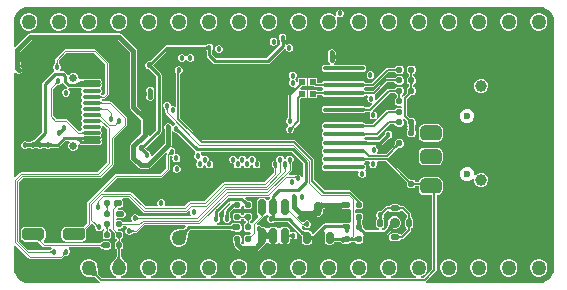
<source format=gtl>
G04*
G04 #@! TF.GenerationSoftware,Altium Limited,Altium Designer,22.2.1 (43)*
G04*
G04 Layer_Physical_Order=1*
G04 Layer_Color=255*
%FSLAX25Y25*%
%MOIN*%
G70*
G04*
G04 #@! TF.SameCoordinates,5BB0EFD5-3206-4E1C-A6FC-55E40B3CF44B*
G04*
G04*
G04 #@! TF.FilePolarity,Positive*
G04*
G01*
G75*
%ADD10C,0.01000*%
%ADD12C,0.00400*%
G04:AMPARAMS|DCode=17|XSize=80mil|YSize=80mil|CornerRadius=20mil|HoleSize=0mil|Usage=FLASHONLY|Rotation=90.000|XOffset=0mil|YOffset=0mil|HoleType=Round|Shape=RoundedRectangle|*
%AMROUNDEDRECTD17*
21,1,0.08000,0.04000,0,0,90.0*
21,1,0.04000,0.08000,0,0,90.0*
1,1,0.04000,0.02000,0.02000*
1,1,0.04000,0.02000,-0.02000*
1,1,0.04000,-0.02000,-0.02000*
1,1,0.04000,-0.02000,0.02000*
%
%ADD17ROUNDEDRECTD17*%
G04:AMPARAMS|DCode=18|XSize=20mil|YSize=20mil|CornerRadius=5mil|HoleSize=0mil|Usage=FLASHONLY|Rotation=0.000|XOffset=0mil|YOffset=0mil|HoleType=Round|Shape=RoundedRectangle|*
%AMROUNDEDRECTD18*
21,1,0.02000,0.01000,0,0,0.0*
21,1,0.01000,0.02000,0,0,0.0*
1,1,0.01000,0.00500,-0.00500*
1,1,0.01000,-0.00500,-0.00500*
1,1,0.01000,-0.00500,0.00500*
1,1,0.01000,0.00500,0.00500*
%
%ADD18ROUNDEDRECTD18*%
G04:AMPARAMS|DCode=19|XSize=20mil|YSize=20mil|CornerRadius=5mil|HoleSize=0mil|Usage=FLASHONLY|Rotation=90.000|XOffset=0mil|YOffset=0mil|HoleType=Round|Shape=RoundedRectangle|*
%AMROUNDEDRECTD19*
21,1,0.02000,0.01000,0,0,90.0*
21,1,0.01000,0.02000,0,0,90.0*
1,1,0.01000,0.00500,0.00500*
1,1,0.01000,0.00500,-0.00500*
1,1,0.01000,-0.00500,-0.00500*
1,1,0.01000,-0.00500,0.00500*
%
%ADD19ROUNDEDRECTD19*%
G04:AMPARAMS|DCode=20|XSize=50mil|YSize=70.87mil|CornerRadius=12.5mil|HoleSize=0mil|Usage=FLASHONLY|Rotation=90.000|XOffset=0mil|YOffset=0mil|HoleType=Round|Shape=RoundedRectangle|*
%AMROUNDEDRECTD20*
21,1,0.05000,0.04587,0,0,90.0*
21,1,0.02500,0.07087,0,0,90.0*
1,1,0.02500,0.02293,0.01250*
1,1,0.02500,0.02293,-0.01250*
1,1,0.02500,-0.02293,-0.01250*
1,1,0.02500,-0.02293,0.01250*
%
%ADD20ROUNDEDRECTD20*%
G04:AMPARAMS|DCode=21|XSize=17.72mil|YSize=29.53mil|CornerRadius=4.43mil|HoleSize=0mil|Usage=FLASHONLY|Rotation=180.000|XOffset=0mil|YOffset=0mil|HoleType=Round|Shape=RoundedRectangle|*
%AMROUNDEDRECTD21*
21,1,0.01772,0.02067,0,0,180.0*
21,1,0.00886,0.02953,0,0,180.0*
1,1,0.00886,-0.00443,0.01034*
1,1,0.00886,0.00443,0.01034*
1,1,0.00886,0.00443,-0.01034*
1,1,0.00886,-0.00443,-0.01034*
%
%ADD21ROUNDEDRECTD21*%
G04:AMPARAMS|DCode=22|XSize=17.72mil|YSize=29.53mil|CornerRadius=4.43mil|HoleSize=0mil|Usage=FLASHONLY|Rotation=90.000|XOffset=0mil|YOffset=0mil|HoleType=Round|Shape=RoundedRectangle|*
%AMROUNDEDRECTD22*
21,1,0.01772,0.02067,0,0,90.0*
21,1,0.00886,0.02953,0,0,90.0*
1,1,0.00886,0.01034,0.00443*
1,1,0.00886,0.01034,-0.00443*
1,1,0.00886,-0.01034,-0.00443*
1,1,0.00886,-0.01034,0.00443*
%
%ADD22ROUNDEDRECTD22*%
%ADD23C,0.03543*%
G04:AMPARAMS|DCode=24|XSize=23.62mil|YSize=39.37mil|CornerRadius=5.91mil|HoleSize=0mil|Usage=FLASHONLY|Rotation=180.000|XOffset=0mil|YOffset=0mil|HoleType=Round|Shape=RoundedRectangle|*
%AMROUNDEDRECTD24*
21,1,0.02362,0.02756,0,0,180.0*
21,1,0.01181,0.03937,0,0,180.0*
1,1,0.01181,-0.00591,0.01378*
1,1,0.01181,0.00591,0.01378*
1,1,0.01181,0.00591,-0.01378*
1,1,0.01181,-0.00591,-0.01378*
%
%ADD24ROUNDEDRECTD24*%
G04:AMPARAMS|DCode=25|XSize=27.56mil|YSize=51.18mil|CornerRadius=6.89mil|HoleSize=0mil|Usage=FLASHONLY|Rotation=0.000|XOffset=0mil|YOffset=0mil|HoleType=Round|Shape=RoundedRectangle|*
%AMROUNDEDRECTD25*
21,1,0.02756,0.03740,0,0,0.0*
21,1,0.01378,0.05118,0,0,0.0*
1,1,0.01378,0.00689,-0.01870*
1,1,0.01378,-0.00689,-0.01870*
1,1,0.01378,-0.00689,0.01870*
1,1,0.01378,0.00689,0.01870*
%
%ADD25ROUNDEDRECTD25*%
G04:AMPARAMS|DCode=26|XSize=40mil|YSize=74mil|CornerRadius=10mil|HoleSize=0mil|Usage=FLASHONLY|Rotation=270.000|XOffset=0mil|YOffset=0mil|HoleType=Round|Shape=RoundedRectangle|*
%AMROUNDEDRECTD26*
21,1,0.04000,0.05400,0,0,270.0*
21,1,0.02000,0.07400,0,0,270.0*
1,1,0.02000,-0.02700,-0.01000*
1,1,0.02000,-0.02700,0.01000*
1,1,0.02000,0.02700,0.01000*
1,1,0.02000,0.02700,-0.01000*
%
%ADD26ROUNDEDRECTD26*%
G04:AMPARAMS|DCode=27|XSize=59.06mil|YSize=11.81mil|CornerRadius=2.95mil|HoleSize=0mil|Usage=FLASHONLY|Rotation=0.000|XOffset=0mil|YOffset=0mil|HoleType=Round|Shape=RoundedRectangle|*
%AMROUNDEDRECTD27*
21,1,0.05906,0.00591,0,0,0.0*
21,1,0.05315,0.01181,0,0,0.0*
1,1,0.00591,0.02657,-0.00295*
1,1,0.00591,-0.02657,-0.00295*
1,1,0.00591,-0.02657,0.00295*
1,1,0.00591,0.02657,0.00295*
%
%ADD27ROUNDEDRECTD27*%
G04:AMPARAMS|DCode=28|XSize=15.75mil|YSize=137.8mil|CornerRadius=3.94mil|HoleSize=0mil|Usage=FLASHONLY|Rotation=90.000|XOffset=0mil|YOffset=0mil|HoleType=Round|Shape=RoundedRectangle|*
%AMROUNDEDRECTD28*
21,1,0.01575,0.12992,0,0,90.0*
21,1,0.00787,0.13780,0,0,90.0*
1,1,0.00787,0.06496,0.00394*
1,1,0.00787,0.06496,-0.00394*
1,1,0.00787,-0.06496,-0.00394*
1,1,0.00787,-0.06496,0.00394*
%
%ADD28ROUNDEDRECTD28*%
%ADD29R,0.01968X0.01968*%
%ADD49C,0.01500*%
%ADD50C,0.00600*%
%ADD51C,0.05000*%
%ADD52C,0.02362*%
%ADD53O,0.08268X0.03937*%
%ADD54O,0.06299X0.03937*%
%ADD55C,0.02559*%
%ADD56C,0.01800*%
%ADD57C,0.03937*%
G36*
X171318Y45920D02*
X172547Y45411D01*
X173602Y44602D01*
X174411Y43547D01*
X174920Y42318D01*
X175089Y41034D01*
X175082Y41000D01*
Y-41000D01*
X175089Y-41034D01*
X174920Y-42318D01*
X174411Y-43547D01*
X173602Y-44602D01*
X172547Y-45411D01*
X171318Y-45920D01*
X170478Y-46031D01*
X170000Y-46082D01*
X169504Y-46082D01*
X169502Y-46082D01*
X132514D01*
X132388Y-45582D01*
X132505Y-45505D01*
X135705Y-42305D01*
X135859Y-42073D01*
X135914Y-41800D01*
Y-16932D01*
X135933Y-16889D01*
X135935Y-16786D01*
X135942Y-16712D01*
X136297D01*
X136941Y-16584D01*
X137487Y-16219D01*
X137852Y-15673D01*
X137980Y-15030D01*
Y-12529D01*
X137852Y-11886D01*
X137487Y-11340D01*
X136941Y-10975D01*
X136297Y-10847D01*
X131711D01*
X131067Y-10975D01*
X130521Y-11340D01*
X130156Y-11886D01*
X130084Y-12250D01*
X130035Y-12258D01*
X129957Y-12264D01*
X129851Y-12267D01*
X129808Y-12286D01*
X129151D01*
X129108Y-12267D01*
X129001Y-12264D01*
X128922Y-12258D01*
X128868Y-12250D01*
X128848Y-12149D01*
X128649Y-11851D01*
X128351Y-11652D01*
X128000Y-11582D01*
X127353D01*
X127351Y-11581D01*
X127349Y-11582D01*
X127165D01*
X127120Y-11550D01*
X126927Y-11387D01*
X126815Y-11279D01*
X126771Y-11261D01*
X120101Y-4592D01*
X119824Y-4229D01*
X120097Y-3912D01*
X122767Y-1243D01*
X122809Y-1227D01*
X123033Y-1019D01*
X123115Y-953D01*
X123166Y-918D01*
X123349D01*
X123351Y-919D01*
X123353Y-918D01*
X124000D01*
X124351Y-848D01*
X124649Y-649D01*
X124848Y-351D01*
X124918Y0D01*
Y1000D01*
X124848Y1351D01*
X124649Y1649D01*
X124351Y1848D01*
X124000Y1918D01*
X123000D01*
X122649Y1848D01*
X122351Y1649D01*
X122152Y1351D01*
X122082Y1000D01*
Y353D01*
X122081Y351D01*
X122082Y349D01*
Y166D01*
X122050Y120D01*
X121887Y-73D01*
X121779Y-185D01*
X121761Y-229D01*
X119004Y-2986D01*
X116359D01*
X116210Y-2726D01*
X116123Y-2486D01*
X116300Y-2059D01*
Y-1541D01*
X116102Y-1064D01*
X115736Y-698D01*
X115706Y-685D01*
X115805Y-185D01*
X117232D01*
X117583Y-115D01*
X117881Y83D01*
X119609Y1811D01*
X119645Y1825D01*
X119712Y1891D01*
X119766Y1940D01*
X119869Y2025D01*
X119902Y2049D01*
X119929Y2065D01*
X119944Y2073D01*
X119960Y2077D01*
X119966Y2082D01*
X119970Y2083D01*
X119977Y2090D01*
X119990Y2100D01*
X120159D01*
X120636Y2298D01*
X121002Y2664D01*
X121200Y3141D01*
Y3659D01*
X121002Y4136D01*
X120636Y4502D01*
X120159Y4700D01*
X119641D01*
X119164Y4502D01*
X118798Y4136D01*
X118600Y3659D01*
Y3490D01*
X118590Y3477D01*
X118583Y3470D01*
X118582Y3466D01*
X118577Y3460D01*
X118573Y3444D01*
X118565Y3429D01*
X118549Y3402D01*
X118528Y3373D01*
X118385Y3206D01*
X118325Y3145D01*
X118311Y3109D01*
X116852Y1650D01*
X112906D01*
X112871Y1665D01*
X112715Y1668D01*
X112580Y1674D01*
X112328Y1702D01*
X112228Y1720D01*
X112135Y1742D01*
X112055Y1766D01*
X111987Y1792D01*
X111931Y1819D01*
X111877Y1851D01*
X111821Y2096D01*
X111848Y2373D01*
X111848Y2375D01*
X112068Y2522D01*
X112112Y2588D01*
X112113Y2589D01*
X112115Y2592D01*
X112209Y2733D01*
X112220Y2736D01*
X112289Y2746D01*
X112378Y2753D01*
X112495Y2755D01*
X112539Y2774D01*
X115988D01*
X116261Y2829D01*
X116493Y2984D01*
X120296Y6786D01*
X121849D01*
X121892Y6767D01*
X121999Y6764D01*
X122078Y6758D01*
X122132Y6750D01*
X122152Y6649D01*
X122351Y6351D01*
X122649Y6152D01*
X123000Y6082D01*
X124000D01*
X124351Y6152D01*
X124649Y6351D01*
X124848Y6649D01*
X124918Y7000D01*
Y8000D01*
X124848Y8351D01*
X124677Y8606D01*
X125066Y8925D01*
X125414Y8577D01*
X125432Y8531D01*
X125619Y8341D01*
X125929Y8006D01*
X126082Y7820D01*
Y7651D01*
X126082Y7649D01*
X126082Y7647D01*
Y7000D01*
X126152Y6649D01*
X126328Y6387D01*
Y6366D01*
X126200Y6059D01*
Y5541D01*
X126309Y5279D01*
X126302Y5075D01*
X126152Y4851D01*
X126082Y4500D01*
Y3500D01*
X126152Y3149D01*
X126351Y2851D01*
X126649Y2652D01*
X127000Y2582D01*
X128000D01*
X128351Y2652D01*
X128649Y2851D01*
X128848Y3149D01*
X128918Y3500D01*
Y4500D01*
X128848Y4851D01*
X128721Y5041D01*
X128707Y5318D01*
X128800Y5541D01*
Y6059D01*
X128673Y6366D01*
Y6387D01*
X128848Y6649D01*
X128918Y7000D01*
Y8000D01*
X128848Y8351D01*
X128649Y8649D01*
X128351Y8848D01*
X128000Y8918D01*
X127353D01*
X127351Y8918D01*
X127349Y8918D01*
X127187D01*
X126655Y9385D01*
X126469Y9568D01*
X126423Y9586D01*
X126214Y9796D01*
Y15404D01*
X127058Y16249D01*
X127103Y16266D01*
X127207Y16366D01*
X127296Y16445D01*
X127375Y16508D01*
X127443Y16555D01*
X127491Y16582D01*
X128000D01*
X128351Y16652D01*
X128649Y16851D01*
X128848Y17149D01*
X128918Y17500D01*
Y18500D01*
X128848Y18851D01*
X128649Y19149D01*
X128351Y19348D01*
X128251Y19368D01*
X128242Y19422D01*
X128235Y19501D01*
X128233Y19608D01*
X128214Y19651D01*
Y19849D01*
X128233Y19892D01*
X128235Y19999D01*
X128242Y20078D01*
X128251Y20132D01*
X128351Y20152D01*
X128649Y20351D01*
X128848Y20649D01*
X128918Y21000D01*
Y22000D01*
X128848Y22351D01*
X128649Y22649D01*
X128351Y22848D01*
X128251Y22868D01*
X128242Y22922D01*
X128235Y23001D01*
X128233Y23108D01*
X128214Y23151D01*
Y23349D01*
X128233Y23392D01*
X128235Y23499D01*
X128242Y23578D01*
X128251Y23632D01*
X128351Y23652D01*
X128649Y23851D01*
X128848Y24149D01*
X128918Y24500D01*
Y25500D01*
X128848Y25851D01*
X128649Y26149D01*
X128351Y26348D01*
X128000Y26418D01*
X127000D01*
X126649Y26348D01*
X126351Y26149D01*
X126152Y25851D01*
X126082Y25500D01*
Y24500D01*
X126152Y24149D01*
X126351Y23851D01*
X126649Y23652D01*
X126750Y23632D01*
X126758Y23578D01*
X126765Y23499D01*
X126767Y23392D01*
X126786Y23349D01*
Y23151D01*
X126767Y23108D01*
X126765Y23001D01*
X126758Y22922D01*
X126750Y22868D01*
X126649Y22848D01*
X126351Y22649D01*
X126152Y22351D01*
X126082Y22000D01*
Y21000D01*
X126152Y20649D01*
X126351Y20351D01*
X126649Y20152D01*
X126750Y20132D01*
X126758Y20078D01*
X126765Y19999D01*
X126767Y19892D01*
X126786Y19849D01*
Y19651D01*
X126767Y19608D01*
X126765Y19501D01*
X126758Y19422D01*
X126750Y19368D01*
X126649Y19348D01*
X126351Y19149D01*
X126152Y18851D01*
X126082Y18500D01*
Y17500D01*
X126108Y17374D01*
X125968Y17208D01*
X125863Y17099D01*
X125845Y17054D01*
X124995Y16205D01*
X124955Y16144D01*
X124502Y16087D01*
X124341Y16269D01*
X124451Y16719D01*
X124649Y16851D01*
X124848Y17149D01*
X124918Y17500D01*
Y18500D01*
X124848Y18851D01*
X124649Y19149D01*
X124351Y19348D01*
X124000Y19418D01*
X123000D01*
X122649Y19348D01*
X122351Y19149D01*
X122152Y18851D01*
X122132Y18751D01*
X122078Y18742D01*
X121999Y18735D01*
X121892Y18733D01*
X121849Y18714D01*
X120000D01*
X119727Y18659D01*
X119495Y18505D01*
X115962Y14971D01*
X115702Y15067D01*
X115500Y15216D01*
Y15659D01*
X115312Y16113D01*
X115298Y16169D01*
X115297Y16175D01*
X115419Y16727D01*
X115472Y16763D01*
X119496Y20786D01*
X121849D01*
X121892Y20767D01*
X121999Y20764D01*
X122078Y20758D01*
X122132Y20749D01*
X122152Y20649D01*
X122351Y20351D01*
X122649Y20152D01*
X123000Y20082D01*
X124000D01*
X124351Y20152D01*
X124649Y20351D01*
X124848Y20649D01*
X124918Y21000D01*
Y22000D01*
X124848Y22351D01*
X124649Y22649D01*
X124351Y22848D01*
X124000Y22918D01*
X123000D01*
X122649Y22848D01*
X122351Y22649D01*
X122152Y22351D01*
X122132Y22251D01*
X122078Y22242D01*
X121999Y22235D01*
X121892Y22233D01*
X121849Y22214D01*
X119200D01*
X118927Y22159D01*
X118695Y22005D01*
X114672Y17981D01*
X112539D01*
X112495Y18001D01*
X112378Y18003D01*
X112289Y18010D01*
X112220Y18020D01*
X112209Y18022D01*
X112115Y18164D01*
X112113Y18167D01*
X112112Y18168D01*
X112068Y18234D01*
X111848Y18381D01*
X111823Y18646D01*
X111848Y18911D01*
X112068Y19058D01*
X112112Y19124D01*
X112113Y19124D01*
X112115Y19127D01*
X112209Y19269D01*
X112220Y19271D01*
X112289Y19281D01*
X112378Y19288D01*
X112495Y19291D01*
X112539Y19310D01*
X114724D01*
X114997Y19364D01*
X115228Y19519D01*
X119996Y24286D01*
X121849D01*
X121892Y24267D01*
X121999Y24264D01*
X122078Y24258D01*
X122132Y24249D01*
X122152Y24149D01*
X122351Y23851D01*
X122649Y23652D01*
X123000Y23582D01*
X124000D01*
X124351Y23652D01*
X124649Y23851D01*
X124848Y24149D01*
X124918Y24500D01*
Y25500D01*
X124848Y25851D01*
X124649Y26149D01*
X124351Y26348D01*
X124000Y26418D01*
X123000D01*
X122649Y26348D01*
X122351Y26149D01*
X122152Y25851D01*
X122132Y25750D01*
X122078Y25742D01*
X121999Y25736D01*
X121892Y25733D01*
X121849Y25714D01*
X119700D01*
X119427Y25659D01*
X119195Y25505D01*
X114428Y20737D01*
X112539D01*
X112495Y20756D01*
X112378Y20759D01*
X112289Y20766D01*
X112220Y20776D01*
X112209Y20778D01*
X112115Y20920D01*
X112113Y20923D01*
X112112Y20924D01*
X112068Y20990D01*
X111806Y21165D01*
X111496Y21227D01*
X98504D01*
X98194Y21165D01*
X97932Y20990D01*
X97888Y20924D01*
X97887Y20923D01*
X97885Y20920D01*
X97790Y20778D01*
X97780Y20776D01*
X97711Y20766D01*
X97622Y20759D01*
X97505Y20756D01*
X97461Y20737D01*
X95984D01*
Y22384D01*
X93216D01*
Y19616D01*
X94975D01*
X95072Y19519D01*
X95303Y19364D01*
X95576Y19310D01*
X97461D01*
X97505Y19291D01*
X97622Y19288D01*
X97711Y19281D01*
X97780Y19271D01*
X97790Y19269D01*
X97885Y19127D01*
X97887Y19124D01*
X97888Y19124D01*
X97932Y19058D01*
X98152Y18911D01*
X98177Y18646D01*
X98152Y18381D01*
X97932Y18234D01*
X97888Y18168D01*
X97887Y18167D01*
X97885Y18164D01*
X97790Y18022D01*
X97780Y18020D01*
X97711Y18010D01*
X97622Y18003D01*
X97505Y18001D01*
X97461Y17981D01*
X96226D01*
X96183Y18000D01*
X96080Y18003D01*
X96005Y18010D01*
X95984Y18013D01*
Y18384D01*
X93216D01*
Y15616D01*
X95984D01*
Y16522D01*
X96005Y16526D01*
X96080Y16532D01*
X96183Y16535D01*
X96226Y16554D01*
X97461D01*
X97505Y16535D01*
X97622Y16532D01*
X97711Y16525D01*
X97780Y16515D01*
X97790Y16513D01*
X97885Y16371D01*
X97887Y16368D01*
X97888Y16368D01*
X97932Y16302D01*
X98194Y16126D01*
X98504Y16065D01*
X111496D01*
X111806Y16126D01*
X112068Y16302D01*
X112112Y16368D01*
X112113Y16368D01*
X112577Y16497D01*
X112956Y16322D01*
X113064Y16054D01*
X112900Y15659D01*
Y15141D01*
X113098Y14664D01*
X113464Y14298D01*
X113941Y14100D01*
X114383D01*
X114533Y13898D01*
X114629Y13638D01*
X113460Y12470D01*
X112539D01*
X112495Y12489D01*
X112378Y12491D01*
X112289Y12498D01*
X112220Y12508D01*
X112209Y12511D01*
X112115Y12652D01*
X112113Y12655D01*
X112112Y12656D01*
X112068Y12722D01*
X111806Y12897D01*
X111496Y12959D01*
X98504D01*
X98194Y12897D01*
X97932Y12722D01*
X97756Y12459D01*
X97695Y12150D01*
Y11362D01*
X97756Y11052D01*
X97932Y10790D01*
X98194Y10615D01*
X98504Y10553D01*
X111496D01*
X111806Y10615D01*
X112068Y10790D01*
X112112Y10856D01*
X112113Y10856D01*
X112115Y10859D01*
X112209Y11001D01*
X112220Y11004D01*
X112289Y11014D01*
X112378Y11020D01*
X112495Y11023D01*
X112539Y11042D01*
X113597D01*
X113811Y10628D01*
X113820Y10559D01*
X113798Y10536D01*
X113600Y10059D01*
Y9541D01*
X113798Y9064D01*
X114164Y8698D01*
X114641Y8500D01*
X115159D01*
X115636Y8698D01*
X116002Y9064D01*
X116200Y9541D01*
Y10059D01*
X116002Y10536D01*
X115636Y10902D01*
X115159Y11100D01*
X114816D01*
X114587Y11577D01*
X120296Y17286D01*
X121849D01*
X121892Y17267D01*
X121999Y17265D01*
X122078Y17258D01*
X122132Y17249D01*
X122152Y17149D01*
X122351Y16851D01*
X122649Y16652D01*
X122749Y16632D01*
X122758Y16578D01*
X122765Y16499D01*
X122767Y16392D01*
X122786Y16349D01*
Y16151D01*
X122767Y16108D01*
X122765Y16001D01*
X122758Y15922D01*
X122749Y15868D01*
X122649Y15848D01*
X122351Y15649D01*
X122152Y15351D01*
X122082Y15000D01*
Y14000D01*
X122152Y13649D01*
X122351Y13351D01*
X122649Y13152D01*
X123000Y13082D01*
X124000D01*
X124440Y12750D01*
X124001Y12418D01*
X123995Y12418D01*
X123000D01*
X122649Y12348D01*
X122351Y12149D01*
X122152Y11851D01*
X122132Y11750D01*
X122078Y11742D01*
X121999Y11735D01*
X121892Y11733D01*
X121849Y11714D01*
X119700D01*
X119427Y11659D01*
X119195Y11505D01*
X114648Y6958D01*
X112539D01*
X112495Y6977D01*
X112378Y6980D01*
X112289Y6986D01*
X112220Y6996D01*
X112209Y6999D01*
X112115Y7141D01*
X112113Y7144D01*
X112112Y7144D01*
X112068Y7210D01*
X111806Y7385D01*
X111496Y7447D01*
X98504D01*
X98194Y7385D01*
X97932Y7210D01*
X97756Y6948D01*
X97695Y6638D01*
Y5850D01*
X97756Y5541D01*
X97932Y5278D01*
X98152Y5131D01*
X98177Y4866D01*
X98152Y4601D01*
X97932Y4454D01*
X97756Y4192D01*
X97695Y3882D01*
Y3094D01*
X97756Y2785D01*
X97932Y2522D01*
X98152Y2375D01*
X98177Y2110D01*
X98152Y1845D01*
X97932Y1698D01*
X97756Y1436D01*
X97695Y1126D01*
Y339D01*
X97756Y29D01*
X97932Y-234D01*
X98152Y-381D01*
X98177Y-646D01*
X98152Y-910D01*
X97932Y-1058D01*
X97756Y-1320D01*
X97695Y-1630D01*
Y-2417D01*
X97756Y-2727D01*
X97932Y-2990D01*
X98152Y-3137D01*
X98177Y-3402D01*
X98152Y-3666D01*
X97932Y-3814D01*
X97756Y-4076D01*
X97695Y-4386D01*
Y-5173D01*
X97756Y-5483D01*
X97932Y-5745D01*
X98152Y-5893D01*
X98177Y-6157D01*
X98152Y-6422D01*
X97932Y-6570D01*
X97756Y-6832D01*
X97695Y-7142D01*
Y-7929D01*
X97756Y-8239D01*
X97932Y-8501D01*
X98194Y-8677D01*
X98504Y-8738D01*
X109670D01*
X109984Y-9238D01*
X109900Y-9441D01*
Y-9959D01*
X110098Y-10436D01*
X110464Y-10802D01*
X110941Y-11000D01*
X111459D01*
X111936Y-10802D01*
X112302Y-10436D01*
X112500Y-9959D01*
Y-9441D01*
X112302Y-8964D01*
X112292Y-8953D01*
X112068Y-8501D01*
X112244Y-8239D01*
X112305Y-7929D01*
Y-7142D01*
X112244Y-6832D01*
X112068Y-6570D01*
X111848Y-6422D01*
X111823Y-6157D01*
X111848Y-5893D01*
X112068Y-5745D01*
X112112Y-5679D01*
X112113Y-5679D01*
X112115Y-5676D01*
X112209Y-5534D01*
X112220Y-5532D01*
X112289Y-5522D01*
X112378Y-5515D01*
X112495Y-5512D01*
X112539Y-5493D01*
X113315D01*
X113603Y-5993D01*
X113500Y-6241D01*
Y-6759D01*
X113698Y-7236D01*
X114064Y-7602D01*
X114541Y-7800D01*
X115059D01*
X115536Y-7602D01*
X115902Y-7236D01*
X116100Y-6759D01*
Y-6241D01*
X115997Y-5993D01*
X116285Y-5493D01*
X118984D01*
X125757Y-12267D01*
X125773Y-12309D01*
X125981Y-12533D01*
X126047Y-12615D01*
X126082Y-12665D01*
Y-12849D01*
X126082Y-12851D01*
X126082Y-12853D01*
Y-13500D01*
X126152Y-13851D01*
X126351Y-14149D01*
X126649Y-14348D01*
X127000Y-14418D01*
X128000D01*
X128351Y-14348D01*
X128649Y-14149D01*
X128848Y-13851D01*
X128868Y-13751D01*
X128922Y-13742D01*
X129001Y-13735D01*
X129108Y-13733D01*
X129151Y-13714D01*
X129808D01*
X129851Y-13733D01*
X129955Y-13735D01*
X130028Y-13742D01*
Y-15030D01*
X130156Y-15673D01*
X130521Y-16219D01*
X131067Y-16584D01*
X131711Y-16712D01*
X134458D01*
X134465Y-16786D01*
X134467Y-16889D01*
X134486Y-16932D01*
Y-41504D01*
X131704Y-44286D01*
X130872D01*
X130806Y-43786D01*
X131119Y-43702D01*
X131781Y-43321D01*
X132321Y-42781D01*
X132702Y-42119D01*
X132900Y-41382D01*
Y-40618D01*
X132702Y-39881D01*
X132321Y-39219D01*
X131781Y-38679D01*
X131119Y-38298D01*
X130382Y-38100D01*
X129618D01*
X128881Y-38298D01*
X128219Y-38679D01*
X127679Y-39219D01*
X127298Y-39881D01*
X127100Y-40618D01*
Y-41382D01*
X127298Y-42119D01*
X127679Y-42781D01*
X128219Y-43321D01*
X128881Y-43702D01*
X129194Y-43786D01*
X129128Y-44286D01*
X120872D01*
X120806Y-43786D01*
X121119Y-43702D01*
X121781Y-43321D01*
X122321Y-42781D01*
X122702Y-42119D01*
X122900Y-41382D01*
Y-40618D01*
X122702Y-39881D01*
X122321Y-39219D01*
X121781Y-38679D01*
X121119Y-38298D01*
X120382Y-38100D01*
X119618D01*
X118881Y-38298D01*
X118219Y-38679D01*
X117679Y-39219D01*
X117298Y-39881D01*
X117100Y-40618D01*
Y-41382D01*
X117298Y-42119D01*
X117679Y-42781D01*
X118219Y-43321D01*
X118881Y-43702D01*
X119194Y-43786D01*
X119128Y-44286D01*
X110872D01*
X110806Y-43786D01*
X111119Y-43702D01*
X111781Y-43321D01*
X112321Y-42781D01*
X112702Y-42119D01*
X112900Y-41382D01*
Y-40618D01*
X112702Y-39881D01*
X112321Y-39219D01*
X111781Y-38679D01*
X111119Y-38298D01*
X110382Y-38100D01*
X109618D01*
X108881Y-38298D01*
X108219Y-38679D01*
X107679Y-39219D01*
X107298Y-39881D01*
X107100Y-40618D01*
Y-41382D01*
X107298Y-42119D01*
X107679Y-42781D01*
X108219Y-43321D01*
X108881Y-43702D01*
X109194Y-43786D01*
X109128Y-44286D01*
X100872D01*
X100806Y-43786D01*
X101119Y-43702D01*
X101781Y-43321D01*
X102321Y-42781D01*
X102702Y-42119D01*
X102900Y-41382D01*
Y-40618D01*
X102702Y-39881D01*
X102321Y-39219D01*
X101781Y-38679D01*
X101119Y-38298D01*
X100382Y-38100D01*
X99618D01*
X98881Y-38298D01*
X98219Y-38679D01*
X97679Y-39219D01*
X97298Y-39881D01*
X97100Y-40618D01*
Y-41382D01*
X97298Y-42119D01*
X97679Y-42781D01*
X98219Y-43321D01*
X98881Y-43702D01*
X99194Y-43786D01*
X99128Y-44286D01*
X90872D01*
X90806Y-43786D01*
X91119Y-43702D01*
X91781Y-43321D01*
X92321Y-42781D01*
X92702Y-42119D01*
X92900Y-41382D01*
Y-40618D01*
X92702Y-39881D01*
X92321Y-39219D01*
X91781Y-38679D01*
X91119Y-38298D01*
X90382Y-38100D01*
X89618D01*
X88881Y-38298D01*
X88219Y-38679D01*
X87679Y-39219D01*
X87298Y-39881D01*
X87100Y-40618D01*
Y-41382D01*
X87298Y-42119D01*
X87679Y-42781D01*
X88219Y-43321D01*
X88881Y-43702D01*
X89194Y-43786D01*
X89128Y-44286D01*
X80872D01*
X80806Y-43786D01*
X81119Y-43702D01*
X81781Y-43321D01*
X82321Y-42781D01*
X82702Y-42119D01*
X82900Y-41382D01*
Y-40618D01*
X82702Y-39881D01*
X82321Y-39219D01*
X81781Y-38679D01*
X81119Y-38298D01*
X80382Y-38100D01*
X79618D01*
X78881Y-38298D01*
X78219Y-38679D01*
X77679Y-39219D01*
X77298Y-39881D01*
X77100Y-40618D01*
Y-41382D01*
X77298Y-42119D01*
X77679Y-42781D01*
X78219Y-43321D01*
X78881Y-43702D01*
X79194Y-43786D01*
X79128Y-44286D01*
X70872D01*
X70806Y-43786D01*
X71119Y-43702D01*
X71781Y-43321D01*
X72321Y-42781D01*
X72702Y-42119D01*
X72900Y-41382D01*
Y-40618D01*
X72702Y-39881D01*
X72321Y-39219D01*
X71781Y-38679D01*
X71119Y-38298D01*
X70382Y-38100D01*
X69618D01*
X68881Y-38298D01*
X68219Y-38679D01*
X67679Y-39219D01*
X67298Y-39881D01*
X67100Y-40618D01*
Y-41382D01*
X67298Y-42119D01*
X67679Y-42781D01*
X68219Y-43321D01*
X68881Y-43702D01*
X69194Y-43786D01*
X69128Y-44286D01*
X60872D01*
X60806Y-43786D01*
X61119Y-43702D01*
X61781Y-43321D01*
X62321Y-42781D01*
X62702Y-42119D01*
X62900Y-41382D01*
Y-40618D01*
X62702Y-39881D01*
X62321Y-39219D01*
X61781Y-38679D01*
X61119Y-38298D01*
X60382Y-38100D01*
X59618D01*
X58881Y-38298D01*
X58219Y-38679D01*
X57679Y-39219D01*
X57298Y-39881D01*
X57100Y-40618D01*
Y-41382D01*
X57298Y-42119D01*
X57679Y-42781D01*
X58219Y-43321D01*
X58881Y-43702D01*
X59194Y-43786D01*
X59128Y-44286D01*
X50872D01*
X50806Y-43786D01*
X51119Y-43702D01*
X51781Y-43321D01*
X52321Y-42781D01*
X52702Y-42119D01*
X52900Y-41382D01*
Y-40618D01*
X52702Y-39881D01*
X52321Y-39219D01*
X51781Y-38679D01*
X51119Y-38298D01*
X50382Y-38100D01*
X49618D01*
X48881Y-38298D01*
X48219Y-38679D01*
X47679Y-39219D01*
X47298Y-39881D01*
X47100Y-40618D01*
Y-41382D01*
X47298Y-42119D01*
X47679Y-42781D01*
X48219Y-43321D01*
X48881Y-43702D01*
X49194Y-43786D01*
X49128Y-44286D01*
X40872D01*
X40806Y-43786D01*
X41119Y-43702D01*
X41781Y-43321D01*
X42321Y-42781D01*
X42702Y-42119D01*
X42900Y-41382D01*
Y-40618D01*
X42702Y-39881D01*
X42321Y-39219D01*
X41781Y-38679D01*
X41119Y-38298D01*
X40382Y-38100D01*
X39618D01*
X38881Y-38298D01*
X38219Y-38679D01*
X37679Y-39219D01*
X37298Y-39881D01*
X37100Y-40618D01*
Y-41382D01*
X37298Y-42119D01*
X37679Y-42781D01*
X38219Y-43321D01*
X38881Y-43702D01*
X39194Y-43786D01*
X39128Y-44286D01*
X30872D01*
X30806Y-43786D01*
X31119Y-43702D01*
X31781Y-43321D01*
X32321Y-42781D01*
X32702Y-42119D01*
X32900Y-41382D01*
Y-40618D01*
X32702Y-39881D01*
X32321Y-39219D01*
X32090Y-38988D01*
X32057Y-38910D01*
X31789Y-38640D01*
X31342Y-38141D01*
X31169Y-37922D01*
X31024Y-37717D01*
X30910Y-37530D01*
X30826Y-37365D01*
X30771Y-37223D01*
X30743Y-37107D01*
X30731Y-36979D01*
X30714Y-36946D01*
Y-35151D01*
X30733Y-35108D01*
X30735Y-35001D01*
X30742Y-34922D01*
X30751Y-34868D01*
X30851Y-34848D01*
X31149Y-34649D01*
X31348Y-34351D01*
X31418Y-34000D01*
Y-33000D01*
X31348Y-32649D01*
X31149Y-32351D01*
X30851Y-32152D01*
X30649Y-32112D01*
Y-31388D01*
X30851Y-31348D01*
X31149Y-31149D01*
X31348Y-30851D01*
X31418Y-30500D01*
Y-29500D01*
X31348Y-29149D01*
X31149Y-28851D01*
X30851Y-28652D01*
X30500Y-28582D01*
X29766D01*
X29628Y-28418D01*
X29862Y-27918D01*
X30500D01*
X30851Y-27848D01*
X31149Y-27649D01*
X31348Y-27351D01*
X31388Y-27149D01*
X32559D01*
X32677Y-27408D01*
X32712Y-27649D01*
X32398Y-27964D01*
X32200Y-28441D01*
Y-28959D01*
X32398Y-29436D01*
X32764Y-29802D01*
X33241Y-30000D01*
X33759D01*
X34236Y-29802D01*
X34368Y-29671D01*
X34445Y-29640D01*
X34522Y-29565D01*
X34588Y-29506D01*
X34649Y-29457D01*
X34706Y-29417D01*
X34757Y-29387D01*
X34802Y-29364D01*
X34838Y-29349D01*
X35700D01*
X36159Y-29159D01*
X38569Y-26749D01*
X52040D01*
X52300Y-27227D01*
X52154Y-27528D01*
X52030Y-27637D01*
X51907Y-27720D01*
X51760Y-27798D01*
X51588Y-27868D01*
X51391Y-27929D01*
X51168Y-27980D01*
X50926Y-28019D01*
X50345Y-28064D01*
X50021Y-28067D01*
X49944Y-28100D01*
X49618D01*
X48881Y-28298D01*
X48219Y-28679D01*
X47679Y-29219D01*
X47298Y-29881D01*
X47100Y-30618D01*
Y-31382D01*
X47298Y-32119D01*
X47679Y-32781D01*
X48219Y-33321D01*
X48881Y-33702D01*
X49618Y-33900D01*
X50382D01*
X51119Y-33702D01*
X51781Y-33321D01*
X52321Y-32781D01*
X52702Y-32119D01*
X52900Y-31382D01*
Y-31061D01*
X52933Y-30988D01*
X52952Y-30347D01*
X52980Y-30079D01*
X53020Y-29832D01*
X53071Y-29609D01*
X53132Y-29412D01*
X53202Y-29240D01*
X53280Y-29093D01*
X53364Y-28970D01*
X53472Y-28846D01*
X53482Y-28815D01*
X53880Y-28418D01*
X66970D01*
X67006Y-28433D01*
X67099Y-28434D01*
X67173Y-28437D01*
X67306Y-28450D01*
X67346Y-28457D01*
X67377Y-28464D01*
X67393Y-28469D01*
X67407Y-28478D01*
X67414Y-28479D01*
X67419Y-28480D01*
X67428Y-28481D01*
X67444Y-28483D01*
X67564Y-28602D01*
X68041Y-28800D01*
X68559D01*
X68570Y-28795D01*
X68649Y-28848D01*
X69000Y-28918D01*
X70000D01*
X70351Y-28848D01*
X70649Y-28649D01*
X70848Y-28351D01*
X70918Y-28000D01*
Y-27000D01*
X70848Y-26649D01*
X70649Y-26351D01*
X70351Y-26152D01*
X70000Y-26082D01*
X69000D01*
X68649Y-26152D01*
X68570Y-26205D01*
X68559Y-26200D01*
X68041D01*
X67564Y-26398D01*
X67444Y-26517D01*
X67428Y-26519D01*
X67419Y-26520D01*
X67414Y-26521D01*
X67407Y-26522D01*
X67393Y-26531D01*
X67377Y-26536D01*
X67346Y-26543D01*
X67311Y-26549D01*
X67092Y-26566D01*
X67006Y-26567D01*
X66970Y-26582D01*
X62801D01*
X62759Y-26100D01*
X63236Y-25902D01*
X63602Y-25536D01*
X63800Y-25059D01*
Y-24541D01*
X63602Y-24064D01*
X63483Y-23945D01*
X63481Y-23928D01*
X63481Y-23919D01*
X63479Y-23914D01*
X63477Y-23907D01*
X63469Y-23893D01*
X63464Y-23877D01*
X63457Y-23846D01*
X63451Y-23810D01*
X63434Y-23592D01*
X63433Y-23506D01*
X63418Y-23470D01*
Y-22580D01*
X66909Y-19089D01*
X66987Y-19108D01*
X67141Y-19662D01*
X65351Y-21451D01*
X65152Y-21749D01*
X65082Y-22100D01*
Y-23370D01*
X65067Y-23406D01*
X65066Y-23499D01*
X65063Y-23573D01*
X65050Y-23706D01*
X65043Y-23746D01*
X65036Y-23777D01*
X65030Y-23793D01*
X65022Y-23807D01*
X65021Y-23814D01*
X65020Y-23819D01*
X65019Y-23828D01*
X65017Y-23844D01*
X64898Y-23964D01*
X64700Y-24441D01*
Y-24959D01*
X64898Y-25436D01*
X65264Y-25802D01*
X65741Y-26000D01*
X66259D01*
X66736Y-25802D01*
X67102Y-25436D01*
X67300Y-24959D01*
Y-24441D01*
X67102Y-23964D01*
X66983Y-23844D01*
X66981Y-23828D01*
X66980Y-23819D01*
X66979Y-23814D01*
X66978Y-23807D01*
X66970Y-23793D01*
X66964Y-23777D01*
X66957Y-23746D01*
X66951Y-23710D01*
X66934Y-23492D01*
X66933Y-23406D01*
X66918Y-23370D01*
Y-22480D01*
X68258Y-21140D01*
X68351Y-21149D01*
X68649Y-21348D01*
X69000Y-21418D01*
X70000D01*
X70351Y-21348D01*
X70649Y-21149D01*
X70848Y-20851D01*
X70918Y-20500D01*
Y-20301D01*
X71418Y-20080D01*
X71582Y-20231D01*
Y-20414D01*
X71582Y-20417D01*
X71582Y-20419D01*
Y-20500D01*
X71652Y-20851D01*
X71851Y-21149D01*
X72149Y-21348D01*
X72500Y-21418D01*
X73500D01*
X73851Y-21348D01*
X74149Y-21149D01*
X74348Y-20851D01*
X74418Y-20500D01*
Y-19500D01*
X74348Y-19149D01*
X74149Y-18851D01*
X73851Y-18652D01*
X73500Y-18582D01*
X73419D01*
X73417Y-18582D01*
X73414Y-18582D01*
X73018D01*
X72974Y-18557D01*
X72843Y-18465D01*
X72500Y-18174D01*
X72303Y-17984D01*
X72221Y-17736D01*
X72532Y-17249D01*
X79800D01*
X80082Y-17132D01*
X80111Y-17135D01*
X80506Y-17367D01*
X80533Y-17401D01*
X80404Y-17876D01*
X80386Y-17880D01*
X80203Y-18002D01*
X80200Y-18003D01*
X80200Y-18004D01*
X80026Y-18120D01*
X79909Y-18296D01*
X79351D01*
X79234Y-18120D01*
X78874Y-17880D01*
X78449Y-17795D01*
X77071D01*
X76646Y-17880D01*
X76286Y-18120D01*
X76045Y-18481D01*
X75961Y-18905D01*
Y-22646D01*
X76045Y-23071D01*
X76286Y-23431D01*
X76320Y-23454D01*
X76390Y-24092D01*
X74541Y-25941D01*
X74041Y-26058D01*
X73768Y-25874D01*
X73811Y-25356D01*
X73851Y-25348D01*
X74149Y-25149D01*
X74348Y-24851D01*
X74418Y-24500D01*
Y-23500D01*
X74348Y-23149D01*
X74149Y-22851D01*
X73851Y-22652D01*
X73500Y-22582D01*
X72500D01*
X72149Y-22652D01*
X71851Y-22851D01*
X71652Y-23149D01*
X71612Y-23351D01*
X70888D01*
X70848Y-23149D01*
X70649Y-22851D01*
X70351Y-22652D01*
X70000Y-22582D01*
X69000D01*
X68649Y-22652D01*
X68351Y-22851D01*
X68152Y-23149D01*
X68082Y-23500D01*
Y-24500D01*
X68152Y-24851D01*
X68351Y-25149D01*
X68649Y-25348D01*
X69000Y-25418D01*
X70000D01*
X70351Y-25348D01*
X70649Y-25149D01*
X70848Y-24851D01*
X70888Y-24649D01*
X71612D01*
X71652Y-24851D01*
X71851Y-25149D01*
X72149Y-25348D01*
X72351Y-25388D01*
Y-26112D01*
X72149Y-26152D01*
X71851Y-26351D01*
X71652Y-26649D01*
X71582Y-27000D01*
Y-28000D01*
X71652Y-28351D01*
X71851Y-28649D01*
X72149Y-28848D01*
X72500Y-28918D01*
X73500D01*
X74022Y-29289D01*
X74056Y-29525D01*
X73499Y-30082D01*
X73434D01*
X73432Y-30081D01*
X73430Y-30082D01*
X72500D01*
X72149Y-30152D01*
X71851Y-30351D01*
X71652Y-30649D01*
X71582Y-31000D01*
Y-32000D01*
X71652Y-32351D01*
X71837Y-32627D01*
X71812Y-32751D01*
X71667Y-33127D01*
X71186D01*
X70673Y-32614D01*
Y-32613D01*
X70848Y-32351D01*
X70918Y-32000D01*
Y-31000D01*
X70848Y-30649D01*
X70649Y-30351D01*
X70351Y-30152D01*
X70000Y-30082D01*
X69000D01*
X68649Y-30152D01*
X68351Y-30351D01*
X68152Y-30649D01*
X68082Y-31000D01*
Y-32000D01*
X68152Y-32351D01*
X68327Y-32613D01*
Y-33100D01*
X68417Y-33549D01*
X68671Y-33929D01*
X69871Y-35129D01*
X70251Y-35383D01*
X70700Y-35473D01*
X75800D01*
X76249Y-35383D01*
X76629Y-35129D01*
X77060Y-34698D01*
X77084Y-34688D01*
X78139Y-33679D01*
X78506Y-33366D01*
X78643Y-33261D01*
X78748Y-33190D01*
X78807Y-33158D01*
X78856Y-33141D01*
X78895Y-33106D01*
X79234Y-32880D01*
X79351Y-32704D01*
X79909D01*
X80026Y-32880D01*
X80386Y-33120D01*
X80811Y-33205D01*
X82189D01*
X82614Y-33120D01*
X82974Y-32880D01*
X83091Y-32704D01*
X83649D01*
X83766Y-32880D01*
X84126Y-33120D01*
X84551Y-33205D01*
X85929D01*
X86354Y-33120D01*
X86714Y-32880D01*
X86955Y-32519D01*
X87039Y-32094D01*
Y-31634D01*
X87195Y-31514D01*
X87539Y-31368D01*
X87917Y-31524D01*
X88434D01*
X88912Y-31326D01*
X89278Y-30961D01*
X89476Y-30483D01*
Y-29966D01*
X89278Y-29488D01*
X88912Y-29122D01*
X88434Y-28924D01*
X87917D01*
X87539Y-29081D01*
X87195Y-28935D01*
X87039Y-28815D01*
Y-28354D01*
X86955Y-27929D01*
X86714Y-27569D01*
X86354Y-27329D01*
X85929Y-27244D01*
X84551D01*
X84126Y-27329D01*
X83766Y-27569D01*
X83649Y-27744D01*
X83091D01*
X82974Y-27569D01*
X82614Y-27329D01*
X82189Y-27244D01*
X80811D01*
X80386Y-27329D01*
X80026Y-27569D01*
X79909Y-27744D01*
X79351D01*
X79234Y-27569D01*
X78874Y-27329D01*
X78449Y-27244D01*
X77782D01*
X77436Y-26898D01*
X76959Y-26700D01*
X76441D01*
X76244Y-26782D01*
X75960Y-26358D01*
X78219Y-24099D01*
X78361Y-23756D01*
X78449D01*
X78874Y-23671D01*
X79171Y-23473D01*
X79358Y-23452D01*
X79769Y-23525D01*
X79907Y-23753D01*
X79848Y-23913D01*
X79698Y-24064D01*
X79500Y-24541D01*
Y-25059D01*
X79698Y-25536D01*
X80064Y-25902D01*
X80541Y-26100D01*
X81059D01*
X81536Y-25902D01*
X81656Y-25783D01*
X81672Y-25781D01*
X81681Y-25780D01*
X81686Y-25779D01*
X81693Y-25778D01*
X81707Y-25769D01*
X81723Y-25764D01*
X81754Y-25757D01*
X81789Y-25751D01*
X82008Y-25734D01*
X82094Y-25733D01*
X82130Y-25718D01*
X86274D01*
X90527Y-29970D01*
X90534Y-29996D01*
X90552Y-30006D01*
X90560Y-30025D01*
X90715Y-30187D01*
X90843Y-30334D01*
X90949Y-30470D01*
X91034Y-30595D01*
X91097Y-30706D01*
X91140Y-30803D01*
X91159Y-30863D01*
Y-32283D01*
X91236Y-32670D01*
X91455Y-32998D01*
X91783Y-33217D01*
X92169Y-33293D01*
X93350D01*
X93737Y-33217D01*
X94064Y-32998D01*
X94283Y-32670D01*
X94360Y-32283D01*
Y-31910D01*
X94407Y-31892D01*
X94489Y-31871D01*
X94598Y-31854D01*
X94734Y-31843D01*
X94905Y-31838D01*
X94976Y-31807D01*
X95246Y-31753D01*
X95543Y-31554D01*
X98434Y-28663D01*
X98823Y-28982D01*
X98716Y-29141D01*
X98640Y-29528D01*
Y-32283D01*
X98716Y-32670D01*
X98936Y-32998D01*
X99263Y-33217D01*
X99650Y-33293D01*
X100831D01*
X101217Y-33217D01*
X101545Y-32998D01*
X101764Y-32670D01*
X101783Y-32576D01*
X101795Y-32554D01*
X101798Y-32530D01*
X101822Y-32516D01*
X101883Y-32493D01*
X101975Y-32469D01*
X102096Y-32450D01*
X102246Y-32438D01*
X102431Y-32433D01*
X102466Y-32418D01*
X103476D01*
X103496Y-32429D01*
X103522Y-32422D01*
X103547Y-32433D01*
X103635Y-32434D01*
X103782Y-32445D01*
X103829Y-32452D01*
X103868Y-32460D01*
X103893Y-32467D01*
X103900Y-32469D01*
X103908Y-32475D01*
X103916Y-32477D01*
X103925Y-32482D01*
X103943Y-32484D01*
X103946Y-32484D01*
X104164Y-32702D01*
X104641Y-32900D01*
X105159D01*
X105241Y-32866D01*
X105500Y-32918D01*
X106500D01*
X106851Y-32848D01*
X107149Y-32649D01*
X107303Y-32418D01*
X107959D01*
X107994Y-32433D01*
X108159Y-32436D01*
X108300Y-32445D01*
X108424Y-32460D01*
X108529Y-32479D01*
X108616Y-32502D01*
X108684Y-32526D01*
X108733Y-32550D01*
X108764Y-32570D01*
X108780Y-32585D01*
X108811Y-32623D01*
X108833Y-32635D01*
X108842Y-32658D01*
X108902Y-32683D01*
X109149Y-32848D01*
X109500Y-32918D01*
X110500D01*
X110851Y-32848D01*
X111149Y-32649D01*
X111348Y-32351D01*
X111418Y-32000D01*
Y-31000D01*
X111348Y-30649D01*
X111332Y-30625D01*
X111390Y-30472D01*
X111640Y-30186D01*
X111800Y-30218D01*
X118700D01*
X119051Y-30148D01*
X119349Y-29949D01*
X120707Y-28591D01*
X120741Y-28577D01*
X120858Y-28468D01*
X120961Y-28382D01*
X121059Y-28312D01*
X121151Y-28256D01*
X121237Y-28215D01*
X121316Y-28186D01*
X121390Y-28168D01*
X121460Y-28159D01*
X121526Y-28159D01*
X121543Y-28161D01*
X121568Y-28172D01*
X121667D01*
X121673Y-28174D01*
X121679Y-28172D01*
X122432D01*
X123230Y-27841D01*
X123841Y-27230D01*
X124171Y-26432D01*
Y-25568D01*
X123841Y-24770D01*
X123230Y-24159D01*
X122432Y-23828D01*
X121568D01*
X120770Y-24159D01*
X120159Y-24770D01*
X119828Y-25568D01*
Y-26321D01*
X119825Y-26327D01*
X119828Y-26333D01*
Y-26432D01*
X119838Y-26457D01*
X119840Y-26473D01*
X119840Y-26540D01*
X119832Y-26610D01*
X119814Y-26683D01*
X119785Y-26763D01*
X119743Y-26849D01*
X119688Y-26941D01*
X119618Y-27039D01*
X119532Y-27142D01*
X119422Y-27258D01*
X119409Y-27293D01*
X118320Y-28382D01*
X117728D01*
X117679Y-27882D01*
X117956Y-27827D01*
X118235Y-27641D01*
X118422Y-27362D01*
X118487Y-27033D01*
Y-24966D01*
X118422Y-24637D01*
X118235Y-24359D01*
X118287Y-24052D01*
X118485Y-23574D01*
Y-23391D01*
X118517Y-23316D01*
X118519Y-23241D01*
X118525Y-23184D01*
X118533Y-23133D01*
X118545Y-23085D01*
X118560Y-23042D01*
X118578Y-23000D01*
X118599Y-22962D01*
X118623Y-22924D01*
X118652Y-22888D01*
X118697Y-22839D01*
X118712Y-22797D01*
X119611Y-21899D01*
X119873D01*
X119917Y-21918D01*
X120026Y-21921D01*
X120108Y-21927D01*
X120168Y-21937D01*
X120173Y-21957D01*
X120359Y-22236D01*
X120638Y-22422D01*
X120966Y-22487D01*
X123033D01*
X123362Y-22422D01*
X123641Y-22236D01*
X123828Y-21957D01*
X123831Y-21937D01*
X123892Y-21927D01*
X123974Y-21921D01*
X124083Y-21918D01*
X124127Y-21899D01*
X124589D01*
X126101Y-23410D01*
Y-23873D01*
X126082Y-23916D01*
X126079Y-24026D01*
X126073Y-24108D01*
X126063Y-24168D01*
X126043Y-24172D01*
X125764Y-24359D01*
X125578Y-24637D01*
X125512Y-24966D01*
Y-27033D01*
X125578Y-27362D01*
X125764Y-27641D01*
X125852Y-27700D01*
X125915Y-28248D01*
X125902Y-28289D01*
X124289Y-29902D01*
X124248Y-29914D01*
X123699Y-29852D01*
X123641Y-29764D01*
X123362Y-29578D01*
X123033Y-29513D01*
X120966D01*
X120638Y-29578D01*
X120359Y-29764D01*
X120173Y-30043D01*
X120107Y-30372D01*
Y-31258D01*
X120173Y-31587D01*
X120359Y-31866D01*
X120638Y-32052D01*
X120966Y-32117D01*
X123033D01*
X123362Y-32052D01*
X123641Y-31866D01*
X123828Y-31587D01*
X123831Y-31567D01*
X123892Y-31557D01*
X123974Y-31550D01*
X124083Y-31548D01*
X124127Y-31529D01*
X124385D01*
X124658Y-31474D01*
X124890Y-31320D01*
X127319Y-28890D01*
X127474Y-28659D01*
X127528Y-28385D01*
Y-28126D01*
X127548Y-28083D01*
X127550Y-27973D01*
X127557Y-27892D01*
X127566Y-27831D01*
X127586Y-27827D01*
X127865Y-27641D01*
X128051Y-27362D01*
X128117Y-27033D01*
Y-24966D01*
X128051Y-24637D01*
X127865Y-24359D01*
X127586Y-24172D01*
X127566Y-24168D01*
X127557Y-24108D01*
X127550Y-24026D01*
X127548Y-23916D01*
X127528Y-23873D01*
Y-23115D01*
X127474Y-22841D01*
X127319Y-22610D01*
X125390Y-20680D01*
X125158Y-20526D01*
X124885Y-20471D01*
X124127D01*
X124083Y-20452D01*
X123974Y-20449D01*
X123892Y-20443D01*
X123831Y-20434D01*
X123828Y-20413D01*
X123641Y-20134D01*
X123362Y-19948D01*
X123033Y-19883D01*
X120966D01*
X120638Y-19948D01*
X120359Y-20134D01*
X120173Y-20413D01*
X120168Y-20434D01*
X120108Y-20443D01*
X120026Y-20449D01*
X119917Y-20452D01*
X119873Y-20471D01*
X119315D01*
X119042Y-20526D01*
X118810Y-20680D01*
X117703Y-21788D01*
X117661Y-21803D01*
X117612Y-21848D01*
X117576Y-21877D01*
X117538Y-21901D01*
X117500Y-21922D01*
X117459Y-21940D01*
X117415Y-21955D01*
X117367Y-21967D01*
X117316Y-21975D01*
X117259Y-21981D01*
X117184Y-21982D01*
X117109Y-22015D01*
X116926D01*
X116448Y-22213D01*
X116083Y-22579D01*
X115885Y-23057D01*
Y-23574D01*
X116083Y-24052D01*
X116134Y-24359D01*
X115948Y-24637D01*
X115882Y-24966D01*
Y-27033D01*
X115948Y-27362D01*
X116134Y-27641D01*
X116413Y-27827D01*
X116691Y-27882D01*
X116641Y-28382D01*
X112180D01*
X112034Y-28237D01*
X112022Y-28203D01*
X111662Y-27816D01*
X111538Y-27662D01*
X111443Y-27526D01*
X111418Y-27483D01*
Y-27086D01*
X111418Y-27083D01*
X111418Y-27081D01*
Y-27000D01*
X111348Y-26649D01*
X111183Y-26402D01*
X111158Y-26342D01*
X111135Y-26333D01*
X111123Y-26311D01*
X111084Y-26280D01*
X111070Y-26263D01*
X111050Y-26233D01*
X111026Y-26184D01*
X111002Y-26116D01*
X110979Y-26029D01*
X110961Y-25929D01*
X110943Y-25733D01*
X110945Y-25700D01*
X110960Y-25576D01*
X110979Y-25471D01*
X111002Y-25384D01*
X111026Y-25316D01*
X111050Y-25267D01*
X111070Y-25236D01*
X111084Y-25220D01*
X111123Y-25189D01*
X111135Y-25168D01*
X111158Y-25158D01*
X111183Y-25098D01*
X111348Y-24851D01*
X111418Y-24500D01*
Y-23500D01*
X111348Y-23149D01*
X111149Y-22851D01*
X110851Y-22652D01*
X110500Y-22582D01*
X109500D01*
X109149Y-22652D01*
X108649Y-22385D01*
Y-21615D01*
X109149Y-21348D01*
X109500Y-21418D01*
X110500D01*
X110851Y-21348D01*
X111149Y-21149D01*
X111348Y-20851D01*
X111418Y-20500D01*
Y-19500D01*
X111348Y-19149D01*
X111149Y-18851D01*
X110851Y-18652D01*
X110628Y-18608D01*
X110505Y-18422D01*
X107477Y-15395D01*
X107246Y-15241D01*
X106973Y-15186D01*
X98596D01*
X95014Y-11604D01*
Y-4900D01*
X94959Y-4627D01*
X94805Y-4395D01*
X89005Y1405D01*
X88773Y1559D01*
X88500Y1614D01*
X57868D01*
X50514Y8968D01*
Y23354D01*
X50521Y23363D01*
X50514Y23407D01*
X50533Y23447D01*
X50535Y23513D01*
X50541Y23553D01*
X50549Y23587D01*
X50559Y23616D01*
X50572Y23641D01*
X50587Y23665D01*
X50606Y23689D01*
X50630Y23713D01*
X50660Y23738D01*
X50714Y23775D01*
X50727Y23794D01*
X50736Y23798D01*
X51102Y24164D01*
X51300Y24641D01*
Y25159D01*
X51102Y25636D01*
X50736Y26002D01*
X50259Y26200D01*
X49741D01*
X49264Y26002D01*
X48898Y25636D01*
X48700Y25159D01*
Y24641D01*
X48860Y24254D01*
X48868Y24197D01*
X48952Y24051D01*
X48979Y23996D01*
X49003Y23938D01*
X49023Y23881D01*
X49039Y23825D01*
X49051Y23771D01*
X49060Y23717D01*
X49065Y23664D01*
X49067Y23598D01*
X49086Y23556D01*
Y13005D01*
X48586Y12706D01*
X48359Y12800D01*
X47862D01*
X47839Y12802D01*
X47400Y13158D01*
Y13359D01*
X47202Y13836D01*
X46836Y14202D01*
X46359Y14400D01*
X45841D01*
X45364Y14202D01*
X44998Y13836D01*
X44800Y13359D01*
Y12841D01*
X44998Y12364D01*
X45129Y12232D01*
X45160Y12155D01*
X45235Y12078D01*
X45294Y12012D01*
X45343Y11951D01*
X45382Y11894D01*
X45413Y11843D01*
X45436Y11798D01*
X45451Y11762D01*
Y10800D01*
X45641Y10341D01*
X48820Y7162D01*
X48682Y6593D01*
X48464Y6502D01*
X48277Y6315D01*
X48228Y6309D01*
X47724Y6441D01*
X47602Y6736D01*
X47236Y7102D01*
X46759Y7300D01*
X46241D01*
X45764Y7102D01*
X45398Y6736D01*
X45200Y6259D01*
Y5741D01*
X45327Y5434D01*
Y486D01*
X41041Y-3801D01*
X40667Y-3595D01*
X40600Y-3535D01*
Y-3041D01*
X40402Y-2564D01*
X40036Y-2198D01*
X39713Y-2064D01*
X39709Y-2055D01*
X39698Y-2045D01*
X39695Y-2040D01*
X39692Y-2038D01*
X39689Y-2036D01*
X39684Y-2032D01*
X39401Y-1781D01*
X39337Y-1718D01*
X39301Y-1703D01*
X39089Y-1491D01*
X39075Y-1455D01*
X39009Y-1388D01*
X38960Y-1334D01*
X38875Y-1231D01*
X38853Y-1200D01*
X38872Y-1173D01*
X39015Y-1006D01*
X39075Y-945D01*
X39089Y-909D01*
X44031Y4033D01*
X44230Y4331D01*
X44300Y4682D01*
Y23218D01*
X44230Y23569D01*
X44031Y23866D01*
X41689Y26209D01*
X41675Y26245D01*
X41609Y26312D01*
X41560Y26366D01*
X41475Y26469D01*
X41453Y26500D01*
X41472Y26527D01*
X41615Y26694D01*
X41675Y26755D01*
X41689Y26791D01*
X46380Y31482D01*
X58870D01*
X58906Y31467D01*
X58999Y31466D01*
X59073Y31463D01*
X59206Y31450D01*
X59243Y31443D01*
X59249Y31410D01*
X59266Y31192D01*
X59267Y31106D01*
X59282Y31070D01*
Y29800D01*
X59352Y29449D01*
X59551Y29151D01*
X61451Y27251D01*
X61749Y27052D01*
X62100Y26982D01*
X79600D01*
X79951Y27052D01*
X80249Y27251D01*
X85100Y32102D01*
X85323Y32075D01*
X85611Y31974D01*
X85636Y31954D01*
X85798Y31564D01*
X86164Y31198D01*
X86641Y31000D01*
X87159D01*
X87636Y31198D01*
X88002Y31564D01*
X88200Y32041D01*
Y32559D01*
X88002Y33036D01*
X87636Y33402D01*
X87159Y33600D01*
X86641D01*
X86164Y33402D01*
X86018Y33256D01*
X85518Y33463D01*
Y34370D01*
X85533Y34406D01*
X85534Y34499D01*
X85537Y34573D01*
X85550Y34706D01*
X85557Y34746D01*
X85564Y34777D01*
X85570Y34793D01*
X85577Y34807D01*
X85579Y34814D01*
X85580Y34819D01*
X85581Y34828D01*
X85583Y34844D01*
X85702Y34964D01*
X85900Y35441D01*
Y35959D01*
X85702Y36436D01*
X85336Y36802D01*
X84859Y37000D01*
X84341D01*
X83864Y36802D01*
X83498Y36436D01*
X83300Y35959D01*
Y35441D01*
X83498Y34964D01*
X83617Y34844D01*
X83619Y34828D01*
X83619Y34819D01*
X83621Y34814D01*
X83622Y34807D01*
X83631Y34793D01*
X83636Y34777D01*
X83643Y34746D01*
X83649Y34710D01*
X83666Y34492D01*
X83667Y34406D01*
X83682Y34370D01*
Y33280D01*
X79220Y28818D01*
X62480D01*
X61118Y30180D01*
Y31070D01*
X61133Y31106D01*
X61134Y31199D01*
X61137Y31273D01*
X61150Y31406D01*
X61157Y31446D01*
X61164Y31477D01*
X61169Y31493D01*
X61177Y31507D01*
X61179Y31514D01*
X61181Y31519D01*
X61181Y31528D01*
X61183Y31545D01*
X61302Y31664D01*
X61500Y32141D01*
Y32659D01*
X61302Y33136D01*
X60936Y33502D01*
X60459Y33700D01*
X59941D01*
X59464Y33502D01*
X59345Y33383D01*
X59328Y33381D01*
X59319Y33380D01*
X59314Y33379D01*
X59307Y33378D01*
X59293Y33369D01*
X59277Y33364D01*
X59246Y33357D01*
X59210Y33351D01*
X58992Y33334D01*
X58906Y33333D01*
X58870Y33318D01*
X46000D01*
X45649Y33248D01*
X45351Y33049D01*
X40391Y28089D01*
X40355Y28075D01*
X40288Y28010D01*
X40234Y27960D01*
X40131Y27875D01*
X40098Y27851D01*
X40071Y27835D01*
X40056Y27827D01*
X40040Y27823D01*
X40034Y27818D01*
X40030Y27817D01*
X40023Y27810D01*
X40010Y27800D01*
X39841D01*
X39364Y27602D01*
X38998Y27236D01*
X38800Y26759D01*
Y26241D01*
X38998Y25764D01*
X39364Y25398D01*
X39841Y25200D01*
X40010D01*
X40023Y25190D01*
X40030Y25183D01*
X40034Y25182D01*
X40040Y25177D01*
X40056Y25173D01*
X40071Y25165D01*
X40098Y25149D01*
X40127Y25128D01*
X40294Y24985D01*
X40355Y24925D01*
X40391Y24911D01*
X42465Y22838D01*
Y5063D01*
X40278Y2876D01*
X39817Y3122D01*
X39873Y3400D01*
Y8800D01*
X39783Y9249D01*
X39529Y9629D01*
X36072Y13086D01*
Y31300D01*
X35983Y31749D01*
X35729Y32129D01*
X31029Y36829D01*
X30649Y37083D01*
X30200Y37172D01*
X500D01*
X51Y37083D01*
X-329Y36829D01*
X-4582Y32576D01*
X-5082Y32783D01*
Y41000D01*
X-5089Y41034D01*
X-4920Y42318D01*
X-4411Y43547D01*
X-3602Y44602D01*
X-2547Y45411D01*
X-1318Y45920D01*
X-34Y46089D01*
X0Y46082D01*
X170000D01*
X170034Y46089D01*
X171318Y45920D01*
D02*
G37*
G36*
X85205Y35028D02*
X85183Y34991D01*
X85164Y34946D01*
X85147Y34893D01*
X85132Y34832D01*
X85121Y34764D01*
X85105Y34603D01*
X85101Y34511D01*
X85100Y34412D01*
X84100D01*
X84099Y34511D01*
X84079Y34764D01*
X84067Y34832D01*
X84053Y34893D01*
X84036Y34946D01*
X84017Y34991D01*
X83995Y35028D01*
X83970Y35057D01*
X85230D01*
X85205Y35028D01*
D02*
G37*
G36*
X59557Y31770D02*
X59528Y31795D01*
X59491Y31817D01*
X59446Y31836D01*
X59393Y31853D01*
X59332Y31868D01*
X59264Y31879D01*
X59103Y31895D01*
X59011Y31899D01*
X58912Y31900D01*
Y32900D01*
X59011Y32901D01*
X59264Y32921D01*
X59332Y32932D01*
X59393Y32947D01*
X59446Y32964D01*
X59491Y32983D01*
X59528Y33005D01*
X59557Y33030D01*
Y31770D01*
D02*
G37*
G36*
X60805Y31728D02*
X60783Y31691D01*
X60764Y31646D01*
X60747Y31593D01*
X60733Y31532D01*
X60721Y31464D01*
X60705Y31303D01*
X60701Y31211D01*
X60700Y31112D01*
X59700D01*
X59699Y31211D01*
X59679Y31464D01*
X59667Y31532D01*
X59653Y31593D01*
X59636Y31646D01*
X59617Y31691D01*
X59595Y31728D01*
X59570Y31757D01*
X60830D01*
X60805Y31728D01*
D02*
G37*
G36*
X9604Y27346D02*
X9617Y27273D01*
X9639Y27199D01*
X9669Y27124D01*
X9708Y27047D01*
X9755Y26969D01*
X9811Y26890D01*
X9875Y26809D01*
X9948Y26726D01*
X10030Y26643D01*
X8770D01*
X8852Y26726D01*
X8989Y26890D01*
X9045Y26969D01*
X9093Y27047D01*
X9131Y27124D01*
X9161Y27199D01*
X9183Y27273D01*
X9196Y27346D01*
X9200Y27417D01*
X9600D01*
X9604Y27346D01*
D02*
G37*
G36*
X41364Y27057D02*
X41295Y26986D01*
X41130Y26794D01*
X41090Y26737D01*
X41057Y26684D01*
X41032Y26635D01*
X41014Y26589D01*
X41003Y26547D01*
X41000Y26509D01*
X40109Y27400D01*
X40147Y27403D01*
X40189Y27414D01*
X40235Y27432D01*
X40284Y27457D01*
X40337Y27490D01*
X40394Y27530D01*
X40518Y27633D01*
X40586Y27695D01*
X40657Y27764D01*
X41364Y27057D01*
D02*
G37*
G36*
X41003Y26453D02*
X41014Y26411D01*
X41032Y26365D01*
X41057Y26316D01*
X41090Y26263D01*
X41130Y26206D01*
X41233Y26082D01*
X41295Y26014D01*
X41364Y25943D01*
X40657Y25236D01*
X40586Y25305D01*
X40394Y25470D01*
X40337Y25510D01*
X40284Y25543D01*
X40235Y25568D01*
X40189Y25586D01*
X40147Y25597D01*
X40109Y25600D01*
X41000Y26491D01*
X41003Y26453D01*
D02*
G37*
G36*
X122534Y24402D02*
X122528Y24459D01*
X122509Y24509D01*
X122477Y24554D01*
X122433Y24593D01*
X122376Y24626D01*
X122307Y24652D01*
X122225Y24673D01*
X122130Y24688D01*
X122022Y24697D01*
X121902Y24700D01*
Y25300D01*
X122022Y25303D01*
X122130Y25312D01*
X122225Y25327D01*
X122307Y25348D01*
X122376Y25374D01*
X122433Y25407D01*
X122477Y25446D01*
X122509Y25490D01*
X122528Y25541D01*
X122534Y25598D01*
Y24402D01*
D02*
G37*
G36*
X50471Y24133D02*
X50401Y24086D01*
X50338Y24034D01*
X50282Y23977D01*
X50234Y23917D01*
X50193Y23852D01*
X50159Y23783D01*
X50133Y23710D01*
X50115Y23633D01*
X50104Y23551D01*
X50100Y23466D01*
X49500Y23612D01*
X49497Y23692D01*
X49490Y23772D01*
X49477Y23853D01*
X49459Y23933D01*
X49436Y24013D01*
X49408Y24093D01*
X49374Y24173D01*
X49336Y24253D01*
X49243Y24413D01*
X50471Y24133D01*
D02*
G37*
G36*
X128041Y24028D02*
X127990Y24009D01*
X127946Y23977D01*
X127907Y23933D01*
X127874Y23876D01*
X127848Y23807D01*
X127827Y23725D01*
X127812Y23630D01*
X127803Y23523D01*
X127800Y23402D01*
X127200D01*
X127197Y23523D01*
X127188Y23630D01*
X127173Y23725D01*
X127152Y23807D01*
X127126Y23876D01*
X127093Y23933D01*
X127054Y23977D01*
X127009Y24009D01*
X126959Y24028D01*
X126902Y24034D01*
X128098D01*
X128041Y24028D01*
D02*
G37*
G36*
X127803Y22977D02*
X127812Y22870D01*
X127827Y22775D01*
X127848Y22693D01*
X127874Y22624D01*
X127907Y22567D01*
X127946Y22523D01*
X127990Y22491D01*
X128041Y22472D01*
X128098Y22466D01*
X126902D01*
X126959Y22472D01*
X127009Y22491D01*
X127054Y22523D01*
X127093Y22567D01*
X127126Y22624D01*
X127152Y22693D01*
X127173Y22775D01*
X127188Y22870D01*
X127197Y22977D01*
X127200Y23098D01*
X127800D01*
X127803Y22977D01*
D02*
G37*
G36*
X122534Y20902D02*
X122528Y20959D01*
X122509Y21010D01*
X122477Y21054D01*
X122433Y21093D01*
X122376Y21126D01*
X122307Y21152D01*
X122225Y21173D01*
X122130Y21188D01*
X122022Y21197D01*
X121902Y21200D01*
Y21800D01*
X122022Y21803D01*
X122130Y21812D01*
X122225Y21827D01*
X122307Y21848D01*
X122376Y21874D01*
X122433Y21907D01*
X122477Y21946D01*
X122509Y21991D01*
X122528Y22041D01*
X122534Y22098D01*
Y20902D01*
D02*
G37*
G36*
X9891Y20400D02*
X9774Y20399D01*
X9561Y20381D01*
X9466Y20364D01*
X9377Y20342D01*
X9295Y20315D01*
X9221Y20283D01*
X9153Y20246D01*
X9093Y20204D01*
X9039Y20156D01*
X8756Y20439D01*
X8804Y20493D01*
X8846Y20553D01*
X8883Y20621D01*
X8915Y20695D01*
X8942Y20777D01*
X8964Y20866D01*
X8981Y20961D01*
X8992Y21064D01*
X8999Y21174D01*
X9000Y21291D01*
X9891Y20400D01*
D02*
G37*
G36*
X128041Y20528D02*
X127990Y20509D01*
X127946Y20477D01*
X127907Y20433D01*
X127874Y20376D01*
X127848Y20307D01*
X127827Y20225D01*
X127812Y20130D01*
X127803Y20022D01*
X127800Y19902D01*
X127200D01*
X127197Y20022D01*
X127188Y20130D01*
X127173Y20225D01*
X127152Y20307D01*
X127126Y20376D01*
X127093Y20433D01*
X127054Y20477D01*
X127009Y20509D01*
X126959Y20528D01*
X126902Y20534D01*
X128098D01*
X128041Y20528D01*
D02*
G37*
G36*
X111814Y20561D02*
X111834Y20511D01*
X111868Y20467D01*
X111916Y20429D01*
X111977Y20397D01*
X112051Y20371D01*
X112139Y20350D01*
X112241Y20335D01*
X112356Y20327D01*
X112485Y20324D01*
Y19724D01*
X112356Y19721D01*
X112241Y19712D01*
X112139Y19697D01*
X112051Y19677D01*
X111977Y19650D01*
X111916Y19618D01*
X111868Y19580D01*
X111834Y19536D01*
X111814Y19486D01*
X111807Y19430D01*
Y20617D01*
X111814Y20561D01*
D02*
G37*
G36*
X98193Y19430D02*
X98186Y19486D01*
X98166Y19536D01*
X98132Y19580D01*
X98084Y19618D01*
X98023Y19650D01*
X97949Y19677D01*
X97860Y19697D01*
X97759Y19712D01*
X97644Y19721D01*
X97515Y19724D01*
Y20324D01*
X97644Y20327D01*
X97759Y20335D01*
X97860Y20350D01*
X97949Y20371D01*
X98023Y20397D01*
X98084Y20429D01*
X98132Y20467D01*
X98166Y20511D01*
X98186Y20561D01*
X98193Y20617D01*
Y19430D01*
D02*
G37*
G36*
X17674Y20686D02*
X17622Y20624D01*
X17596Y20568D01*
X17597Y20519D01*
X17625Y20476D01*
X17679Y20440D01*
X17759Y20411D01*
X17845Y20392D01*
X18125Y20409D01*
X18153Y20420D01*
Y20362D01*
X18160Y20362D01*
X18347Y20358D01*
X18153Y20271D01*
Y19296D01*
X18125Y19308D01*
X18079Y19319D01*
X18015Y19328D01*
X17833Y19343D01*
X17251Y19358D01*
X17060Y19359D01*
Y19775D01*
X16140Y19358D01*
X14933Y20358D01*
X15130Y20365D01*
X15321Y20387D01*
X15506Y20422D01*
X15686Y20471D01*
X15859Y20535D01*
X16027Y20613D01*
X16189Y20705D01*
X16345Y20811D01*
X16495Y20931D01*
X16640Y21065D01*
X17674Y20686D01*
D02*
G37*
G36*
X127803Y19478D02*
X127812Y19370D01*
X127827Y19275D01*
X127848Y19193D01*
X127874Y19124D01*
X127907Y19067D01*
X127946Y19023D01*
X127990Y18991D01*
X128041Y18972D01*
X128098Y18966D01*
X126902D01*
X126959Y18972D01*
X127009Y18991D01*
X127054Y19023D01*
X127093Y19067D01*
X127126Y19124D01*
X127152Y19193D01*
X127173Y19275D01*
X127188Y19370D01*
X127197Y19478D01*
X127200Y19598D01*
X127800D01*
X127803Y19478D01*
D02*
G37*
G36*
X122534Y17402D02*
X122528Y17459D01*
X122509Y17510D01*
X122477Y17554D01*
X122433Y17593D01*
X122376Y17626D01*
X122307Y17652D01*
X122225Y17673D01*
X122130Y17688D01*
X122022Y17697D01*
X121902Y17700D01*
Y18300D01*
X122022Y18303D01*
X122130Y18312D01*
X122225Y18327D01*
X122307Y18348D01*
X122376Y18374D01*
X122433Y18407D01*
X122477Y18446D01*
X122509Y18490D01*
X122528Y18541D01*
X122534Y18598D01*
Y17402D01*
D02*
G37*
G36*
X127651Y17014D02*
X127592Y17034D01*
X127527Y17039D01*
X127457Y17031D01*
X127381Y17008D01*
X127299Y16972D01*
X127211Y16921D01*
X127118Y16856D01*
X127018Y16778D01*
X126913Y16685D01*
X126802Y16578D01*
X126174Y16798D01*
X126289Y16918D01*
X126465Y17127D01*
X126526Y17217D01*
X126569Y17297D01*
X126594Y17367D01*
X126601Y17428D01*
X126591Y17479D01*
X126561Y17520D01*
X126514Y17551D01*
X127651Y17014D01*
D02*
G37*
G36*
X111814Y17805D02*
X111834Y17755D01*
X111868Y17711D01*
X111916Y17673D01*
X111977Y17641D01*
X112051Y17615D01*
X112139Y17594D01*
X112241Y17579D01*
X112356Y17571D01*
X112485Y17568D01*
Y16968D01*
X112356Y16965D01*
X112241Y16956D01*
X112139Y16941D01*
X112051Y16921D01*
X111977Y16894D01*
X111916Y16862D01*
X111868Y16824D01*
X111834Y16780D01*
X111814Y16730D01*
X111807Y16674D01*
Y17861D01*
X111814Y17805D01*
D02*
G37*
G36*
X98193Y16674D02*
X98186Y16730D01*
X98166Y16780D01*
X98132Y16824D01*
X98084Y16862D01*
X98023Y16894D01*
X97949Y16921D01*
X97860Y16941D01*
X97759Y16956D01*
X97644Y16965D01*
X97515Y16968D01*
Y17568D01*
X97644Y17571D01*
X97759Y17579D01*
X97860Y17594D01*
X97949Y17615D01*
X98023Y17641D01*
X98084Y17673D01*
X98132Y17711D01*
X98166Y17755D01*
X98186Y17805D01*
X98193Y17861D01*
Y16674D01*
D02*
G37*
G36*
X95566Y17811D02*
X95585Y17760D01*
X95615Y17715D01*
X95658Y17676D01*
X95713Y17643D01*
X95781Y17616D01*
X95860Y17595D01*
X95952Y17580D01*
X96056Y17571D01*
X96172Y17568D01*
Y16968D01*
X96056Y16965D01*
X95952Y16956D01*
X95860Y16941D01*
X95781Y16920D01*
X95713Y16893D01*
X95658Y16860D01*
X95615Y16821D01*
X95585Y16776D01*
X95566Y16725D01*
X95560Y16668D01*
Y17868D01*
X95566Y17811D01*
D02*
G37*
G36*
X25451Y26931D02*
Y17269D01*
X24752Y16571D01*
X24178D01*
X24080Y16718D01*
Y17093D01*
X24234Y17323D01*
X24288Y17594D01*
Y18185D01*
X24234Y18456D01*
X24080Y18686D01*
Y19062D01*
X24234Y19292D01*
X24288Y19563D01*
Y20154D01*
X24234Y20425D01*
X24218Y20449D01*
X24234Y20473D01*
X24288Y20744D01*
Y21335D01*
X24234Y21606D01*
X24080Y21836D01*
X23850Y21990D01*
X23579Y22043D01*
X18264D01*
X17992Y21990D01*
X17944Y21957D01*
X17321D01*
X17000Y21893D01*
X16930Y21916D01*
X16538Y22200D01*
Y22712D01*
X16282Y23329D01*
X15810Y23802D01*
X15192Y24058D01*
X14524D01*
X13907Y23802D01*
X13475Y23370D01*
X13236Y23342D01*
X12907Y23362D01*
X12849Y23449D01*
X11949Y24349D01*
X11651Y24548D01*
X11300Y24618D01*
X10563D01*
X10356Y25118D01*
X10502Y25264D01*
X10700Y25741D01*
Y26259D01*
X10502Y26736D01*
X10371Y26868D01*
X10340Y26945D01*
X10265Y27022D01*
X10206Y27088D01*
X10157Y27149D01*
X10118Y27206D01*
X10087Y27257D01*
X10064Y27302D01*
X10049Y27338D01*
Y28131D01*
X12469Y30551D01*
X21831D01*
X25451Y26931D01*
D02*
G37*
G36*
X124041Y17028D02*
X123990Y17009D01*
X123946Y16977D01*
X123907Y16933D01*
X123874Y16876D01*
X123848Y16807D01*
X123827Y16725D01*
X123812Y16630D01*
X123803Y16522D01*
X123800Y16402D01*
X123200D01*
X123197Y16522D01*
X123188Y16630D01*
X123173Y16725D01*
X123152Y16807D01*
X123126Y16876D01*
X123093Y16933D01*
X123054Y16977D01*
X123010Y17009D01*
X122959Y17028D01*
X122902Y17034D01*
X124098D01*
X124041Y17028D01*
D02*
G37*
G36*
X23839Y16281D02*
X23852Y16248D01*
X23874Y16218D01*
X23904Y16192D01*
X23943Y16171D01*
X23991Y16153D01*
X24047Y16139D01*
X24112Y16129D01*
X24185Y16123D01*
X24268Y16121D01*
Y15721D01*
X24185Y15719D01*
X24112Y15713D01*
X24047Y15703D01*
X23991Y15690D01*
X23943Y15672D01*
X23904Y15650D01*
X23874Y15624D01*
X23852Y15595D01*
X23839Y15561D01*
X23835Y15524D01*
Y16319D01*
X23839Y16281D01*
D02*
G37*
G36*
X123803Y15978D02*
X123812Y15870D01*
X123827Y15775D01*
X123848Y15693D01*
X123874Y15624D01*
X123907Y15567D01*
X123946Y15523D01*
X123990Y15491D01*
X124041Y15472D01*
X124098Y15466D01*
X122902D01*
X122959Y15472D01*
X123010Y15491D01*
X123054Y15523D01*
X123093Y15567D01*
X123126Y15624D01*
X123152Y15693D01*
X123173Y15775D01*
X123188Y15870D01*
X123197Y15978D01*
X123200Y16098D01*
X123800D01*
X123803Y15978D01*
D02*
G37*
G36*
X23839Y14313D02*
X23852Y14279D01*
X23874Y14250D01*
X23904Y14224D01*
X23943Y14202D01*
X23991Y14184D01*
X24047Y14171D01*
X24112Y14161D01*
X24185Y14155D01*
X24268Y14153D01*
Y13753D01*
X24185Y13751D01*
X24112Y13745D01*
X24047Y13735D01*
X23991Y13721D01*
X23943Y13703D01*
X23904Y13682D01*
X23874Y13656D01*
X23852Y13626D01*
X23839Y13593D01*
X23835Y13555D01*
Y14350D01*
X23839Y14313D01*
D02*
G37*
G36*
X46648Y12374D02*
X46511Y12211D01*
X46455Y12131D01*
X46407Y12053D01*
X46369Y11976D01*
X46339Y11901D01*
X46317Y11827D01*
X46304Y11754D01*
X46300Y11682D01*
X45900D01*
X45896Y11754D01*
X45883Y11827D01*
X45861Y11901D01*
X45831Y11976D01*
X45792Y12053D01*
X45745Y12131D01*
X45689Y12211D01*
X45625Y12291D01*
X45552Y12374D01*
X45470Y12457D01*
X46730D01*
X46648Y12374D01*
D02*
G37*
G36*
X23839Y12344D02*
X23852Y12311D01*
X23874Y12281D01*
X23904Y12255D01*
X23943Y12234D01*
X23991Y12216D01*
X24047Y12202D01*
X24112Y12192D01*
X24185Y12186D01*
X24268Y12184D01*
Y11784D01*
X24185Y11782D01*
X24112Y11776D01*
X24047Y11767D01*
X23991Y11753D01*
X23943Y11735D01*
X23904Y11713D01*
X23874Y11687D01*
X23852Y11658D01*
X23839Y11624D01*
X23835Y11587D01*
Y12382D01*
X23839Y12344D01*
D02*
G37*
G36*
X111814Y12293D02*
X111834Y12244D01*
X111868Y12200D01*
X111916Y12162D01*
X111977Y12129D01*
X112051Y12103D01*
X112139Y12082D01*
X112241Y12068D01*
X112356Y12059D01*
X112485Y12056D01*
Y11456D01*
X112356Y11453D01*
X112241Y11444D01*
X112139Y11429D01*
X112051Y11409D01*
X111977Y11383D01*
X111916Y11350D01*
X111868Y11312D01*
X111834Y11268D01*
X111814Y11218D01*
X111807Y11163D01*
Y12349D01*
X111814Y12293D01*
D02*
G37*
G36*
X122534Y10402D02*
X122528Y10459D01*
X122509Y10509D01*
X122477Y10554D01*
X122433Y10593D01*
X122376Y10626D01*
X122307Y10652D01*
X122225Y10673D01*
X122130Y10688D01*
X122022Y10697D01*
X121902Y10700D01*
Y11300D01*
X122022Y11303D01*
X122130Y11312D01*
X122225Y11327D01*
X122307Y11348D01*
X122376Y11374D01*
X122433Y11407D01*
X122477Y11446D01*
X122509Y11490D01*
X122528Y11541D01*
X122534Y11598D01*
Y10402D01*
D02*
G37*
G36*
X23843Y10159D02*
X23840Y10116D01*
X23846Y10070D01*
X23861Y10019D01*
X23886Y9964D01*
X23920Y9906D01*
X23964Y9843D01*
X24017Y9777D01*
X24150Y9633D01*
X24017Y9200D01*
X23934Y9280D01*
X23791Y9402D01*
X23729Y9445D01*
X23674Y9475D01*
X23626Y9493D01*
X23585Y9499D01*
X23551Y9493D01*
X23523Y9474D01*
X23503Y9444D01*
X23855Y10198D01*
X23843Y10159D01*
D02*
G37*
G36*
X27704Y9846D02*
X27717Y9773D01*
X27739Y9699D01*
X27769Y9624D01*
X27808Y9547D01*
X27855Y9469D01*
X27911Y9390D01*
X27975Y9309D01*
X28048Y9226D01*
X28130Y9143D01*
X26870D01*
X26952Y9226D01*
X27089Y9390D01*
X27145Y9469D01*
X27193Y9547D01*
X27231Y9624D01*
X27261Y9699D01*
X27283Y9773D01*
X27296Y9846D01*
X27300Y9917D01*
X27700D01*
X27704Y9846D01*
D02*
G37*
G36*
X23858Y8316D02*
X23867Y8302D01*
X23882Y8289D01*
X23903Y8278D01*
X23930Y8269D01*
X23963Y8261D01*
X24001Y8255D01*
X24046Y8251D01*
X24153Y8247D01*
Y7847D01*
X24096Y7846D01*
X24001Y7840D01*
X23963Y7834D01*
X23930Y7826D01*
X23903Y7817D01*
X23882Y7806D01*
X23867Y7793D01*
X23858Y7778D01*
X23855Y7762D01*
Y8332D01*
X23858Y8316D01*
D02*
G37*
G36*
X126360Y9067D02*
X126981Y8522D01*
X127039Y8489D01*
X127118Y8455D01*
X127189Y8437D01*
X127252Y8437D01*
X127305Y8453D01*
X127351Y8486D01*
X127220Y8355D01*
X127243Y8341D01*
X127343Y8290D01*
X127428Y8260D01*
X127500Y8250D01*
X126750Y7500D01*
X126740Y7572D01*
X126710Y7657D01*
X126659Y7757D01*
X126645Y7779D01*
X126514Y7649D01*
X126547Y7694D01*
X126563Y7748D01*
X126563Y7811D01*
X126546Y7882D01*
X126512Y7961D01*
X126476Y8023D01*
X126256Y8291D01*
X125933Y8640D01*
X125741Y8835D01*
X126165Y9259D01*
X126360Y9067D01*
D02*
G37*
G36*
X122534Y6902D02*
X122528Y6959D01*
X122509Y7010D01*
X122477Y7054D01*
X122433Y7093D01*
X122376Y7126D01*
X122307Y7152D01*
X122225Y7173D01*
X122130Y7188D01*
X122022Y7197D01*
X121902Y7200D01*
Y7800D01*
X122022Y7803D01*
X122130Y7812D01*
X122225Y7827D01*
X122307Y7848D01*
X122376Y7874D01*
X122433Y7907D01*
X122477Y7946D01*
X122509Y7991D01*
X122528Y8041D01*
X122534Y8098D01*
Y6902D01*
D02*
G37*
G36*
X30191Y7100D02*
X30074Y7099D01*
X29862Y7081D01*
X29766Y7064D01*
X29677Y7042D01*
X29595Y7015D01*
X29521Y6983D01*
X29453Y6946D01*
X29393Y6904D01*
X29339Y6856D01*
X29056Y7139D01*
X29104Y7193D01*
X29146Y7253D01*
X29183Y7321D01*
X29215Y7395D01*
X29242Y7477D01*
X29264Y7566D01*
X29281Y7661D01*
X29292Y7764D01*
X29299Y7874D01*
X29300Y7991D01*
X30191Y7100D01*
D02*
G37*
G36*
X111814Y6782D02*
X111834Y6732D01*
X111868Y6688D01*
X111916Y6650D01*
X111977Y6617D01*
X112051Y6591D01*
X112139Y6571D01*
X112241Y6556D01*
X112356Y6547D01*
X112485Y6544D01*
Y5944D01*
X112356Y5941D01*
X112241Y5932D01*
X112139Y5918D01*
X112051Y5897D01*
X111977Y5871D01*
X111916Y5838D01*
X111868Y5800D01*
X111834Y5756D01*
X111814Y5706D01*
X111807Y5651D01*
Y6837D01*
X111814Y6782D01*
D02*
G37*
G36*
X128296Y4875D02*
X126704D01*
X126713Y4884D01*
X126721Y4912D01*
X126728Y4958D01*
X126734Y5023D01*
X126748Y5467D01*
X126750Y5800D01*
X128250D01*
X128296Y4875D01*
D02*
G37*
G36*
X11492Y20440D02*
X11551Y20351D01*
X12693Y19209D01*
X12764Y19162D01*
X12741Y19060D01*
X12555Y18700D01*
X12141D01*
X11664Y18502D01*
X11298Y18136D01*
X11100Y17659D01*
Y17141D01*
X11298Y16664D01*
X11664Y16298D01*
X12141Y16100D01*
X12659D01*
X13136Y16298D01*
X13502Y16664D01*
X13700Y17141D01*
Y17659D01*
X13502Y18136D01*
X13174Y18464D01*
X13193Y18622D01*
X13342Y18941D01*
X16137D01*
X16180Y18927D01*
X16206Y18941D01*
X17023D01*
X17058Y18926D01*
X17244Y18925D01*
X17320Y18923D01*
X17595Y18478D01*
X17601Y18416D01*
X17555Y18185D01*
Y17594D01*
X17609Y17323D01*
X17763Y17093D01*
Y16718D01*
X17609Y16488D01*
X17555Y16217D01*
Y15626D01*
X17609Y15355D01*
X17763Y15125D01*
Y14749D01*
X17609Y14519D01*
X17555Y14248D01*
Y13657D01*
X17609Y13386D01*
X17763Y13156D01*
Y12781D01*
X17609Y12551D01*
X17555Y12280D01*
Y11689D01*
X17609Y11418D01*
X17763Y11188D01*
Y10812D01*
X17609Y10582D01*
X17555Y10311D01*
Y9720D01*
X17609Y9449D01*
X17763Y9219D01*
Y8844D01*
X17609Y8614D01*
X17555Y8343D01*
Y7752D01*
X17609Y7481D01*
X17763Y7251D01*
Y6875D01*
X17609Y6645D01*
X17555Y6374D01*
Y5784D01*
X17609Y5512D01*
X17763Y5282D01*
Y5219D01*
X17323Y4760D01*
X16559D01*
X12759Y8559D01*
X12300Y8749D01*
X9169D01*
X8049Y9869D01*
Y18531D01*
X9413Y19895D01*
X9449Y19910D01*
X9497Y19926D01*
X9555Y19940D01*
X9617Y19951D01*
X9795Y19966D01*
X9896Y19967D01*
X9973Y20000D01*
X10159D01*
X10636Y20198D01*
X10913Y20475D01*
X10919Y20477D01*
X11342Y20478D01*
X11492Y20440D01*
D02*
G37*
G36*
X50103Y5353D02*
X50114Y5311D01*
X50132Y5265D01*
X50157Y5216D01*
X50190Y5163D01*
X50230Y5106D01*
X50333Y4982D01*
X50395Y4914D01*
X50464Y4843D01*
X49757Y4135D01*
X49686Y4205D01*
X49494Y4370D01*
X49437Y4410D01*
X49384Y4443D01*
X49335Y4468D01*
X49289Y4486D01*
X49247Y4497D01*
X49209Y4500D01*
X50100Y5391D01*
X50103Y5353D01*
D02*
G37*
G36*
X11709Y4649D02*
X11674Y4643D01*
X11635Y4631D01*
X11592Y4611D01*
X11545Y4583D01*
X11494Y4549D01*
X11439Y4507D01*
X11316Y4403D01*
X11279Y4368D01*
X11130Y4194D01*
X11090Y4137D01*
X11057Y4084D01*
X11032Y4035D01*
X11014Y3989D01*
X11003Y3947D01*
X11000Y3909D01*
X10109Y4800D01*
X10147Y4803D01*
X10189Y4814D01*
X10235Y4832D01*
X10284Y4857D01*
X10337Y4890D01*
X10394Y4930D01*
X10514Y5029D01*
X10587Y5113D01*
X10634Y5174D01*
X10672Y5232D01*
X10703Y5286D01*
X10727Y5336D01*
X10742Y5384D01*
X10750Y5427D01*
X10751Y5468D01*
X11709Y4649D01*
D02*
G37*
G36*
X18008Y3713D02*
X18003Y3750D01*
X17990Y3784D01*
X17969Y3813D01*
X17938Y3839D01*
X17899Y3861D01*
X17852Y3879D01*
X17796Y3892D01*
X17731Y3902D01*
X17657Y3908D01*
X17575Y3910D01*
Y4310D01*
X17657Y4312D01*
X17731Y4318D01*
X17796Y4328D01*
X17852Y4342D01*
X17899Y4360D01*
X17938Y4381D01*
X17969Y4407D01*
X17990Y4437D01*
X18003Y4470D01*
X18008Y4508D01*
Y3713D01*
D02*
G37*
G36*
X111814Y4026D02*
X111834Y3976D01*
X111868Y3932D01*
X111916Y3894D01*
X111977Y3861D01*
X112051Y3835D01*
X112139Y3815D01*
X112241Y3800D01*
X112356Y3791D01*
X112485Y3788D01*
Y3188D01*
X112356Y3185D01*
X112241Y3176D01*
X112139Y3162D01*
X112051Y3141D01*
X111977Y3115D01*
X111916Y3083D01*
X111868Y3045D01*
X111834Y3001D01*
X111814Y2951D01*
X111807Y2895D01*
Y4081D01*
X111814Y4026D01*
D02*
G37*
G36*
X18153Y1839D02*
X18589Y1642D01*
X18402Y1639D01*
X18242Y1629D01*
X18153Y1618D01*
Y1580D01*
X18125Y1592D01*
X18079Y1602D01*
X18068Y1604D01*
X18001Y1589D01*
X17921Y1560D01*
X17866Y1524D01*
X17839Y1481D01*
X17838Y1432D01*
X17864Y1376D01*
X17916Y1314D01*
X16882Y935D01*
X16737Y1069D01*
X16587Y1189D01*
X16431Y1295D01*
X16269Y1387D01*
X16101Y1465D01*
X15927Y1529D01*
X15748Y1578D01*
X15563Y1613D01*
X15371Y1635D01*
X15174Y1642D01*
X16382Y2642D01*
X17060Y2334D01*
Y2641D01*
X17251Y2642D01*
X18125Y2692D01*
X18153Y2704D01*
Y1839D01*
D02*
G37*
G36*
X119891Y2500D02*
X119853Y2497D01*
X119811Y2486D01*
X119765Y2468D01*
X119716Y2443D01*
X119663Y2410D01*
X119606Y2370D01*
X119482Y2267D01*
X119414Y2205D01*
X119343Y2135D01*
X118635Y2843D01*
X118705Y2914D01*
X118870Y3106D01*
X118910Y3163D01*
X118943Y3216D01*
X118968Y3265D01*
X118986Y3311D01*
X118997Y3353D01*
X119000Y3391D01*
X119891Y2500D01*
D02*
G37*
G36*
X111725Y1437D02*
X111815Y1394D01*
X111914Y1356D01*
X112022Y1323D01*
X112139Y1296D01*
X112266Y1273D01*
X112547Y1242D01*
X112701Y1235D01*
X112864Y1232D01*
Y232D01*
X112701Y230D01*
X112266Y192D01*
X112139Y169D01*
X112022Y141D01*
X111914Y108D01*
X111815Y70D01*
X111725Y27D01*
X111645Y-21D01*
Y1486D01*
X111725Y1437D01*
D02*
G37*
G36*
X123351Y-486D02*
X123305Y-453D01*
X123251Y-437D01*
X123189Y-437D01*
X123118Y-454D01*
X123039Y-489D01*
X122951Y-539D01*
X122855Y-607D01*
X122750Y-691D01*
X122515Y-910D01*
X122090Y-485D01*
X122208Y-364D01*
X122393Y-145D01*
X122461Y-49D01*
X122511Y39D01*
X122546Y118D01*
X122563Y189D01*
X122563Y252D01*
X122547Y305D01*
X122514Y351D01*
X123351Y-486D01*
D02*
G37*
G36*
X7072Y605D02*
X7109Y583D01*
X7154Y564D01*
X7207Y547D01*
X7268Y532D01*
X7336Y521D01*
X7497Y505D01*
X7589Y501D01*
X7688Y500D01*
Y-500D01*
X7589Y-501D01*
X7336Y-521D01*
X7268Y-532D01*
X7207Y-547D01*
X7154Y-564D01*
X7109Y-583D01*
X7072Y-605D01*
X7043Y-630D01*
Y630D01*
X7072Y605D01*
D02*
G37*
G36*
X5757Y-630D02*
X5728Y-605D01*
X5691Y-583D01*
X5646Y-564D01*
X5593Y-547D01*
X5532Y-532D01*
X5464Y-521D01*
X5303Y-505D01*
X5211Y-501D01*
X5112Y-500D01*
Y500D01*
X5211Y501D01*
X5464Y521D01*
X5532Y532D01*
X5593Y547D01*
X5646Y564D01*
X5691Y583D01*
X5728Y605D01*
X5757Y630D01*
Y-630D01*
D02*
G37*
G36*
X4472Y605D02*
X4509Y583D01*
X4554Y564D01*
X4607Y547D01*
X4668Y532D01*
X4736Y521D01*
X4897Y505D01*
X4989Y501D01*
X5088Y500D01*
Y-500D01*
X4989Y-501D01*
X4736Y-521D01*
X4668Y-532D01*
X4607Y-547D01*
X4554Y-564D01*
X4509Y-583D01*
X4472Y-605D01*
X4443Y-630D01*
Y630D01*
X4472Y605D01*
D02*
G37*
G36*
X2565Y557D02*
X2510Y501D01*
X2550Y501D01*
X2611Y501D01*
X2864Y521D01*
X2932Y532D01*
X2993Y547D01*
X3046Y564D01*
X3091Y583D01*
X3128Y605D01*
X3157Y630D01*
Y-630D01*
X3128Y-605D01*
X3091Y-583D01*
X3046Y-564D01*
X2993Y-547D01*
X2932Y-532D01*
X2864Y-521D01*
X2703Y-505D01*
X2611Y-501D01*
X2550Y-501D01*
X2489Y-501D01*
X2236Y-521D01*
X2168Y-532D01*
X2107Y-547D01*
X2054Y-564D01*
X2009Y-583D01*
X1972Y-605D01*
X1943Y-630D01*
Y266D01*
X1309Y900D01*
X1347Y903D01*
X1389Y914D01*
X1435Y932D01*
X1484Y957D01*
X1537Y990D01*
X1594Y1030D01*
X1718Y1133D01*
X1786Y1195D01*
X1857Y1264D01*
X2565Y557D01*
D02*
G37*
G36*
X657Y-630D02*
X628Y-605D01*
X591Y-583D01*
X546Y-564D01*
X493Y-547D01*
X432Y-532D01*
X364Y-521D01*
X203Y-505D01*
X111Y-501D01*
X12Y-500D01*
Y500D01*
X111Y501D01*
X364Y521D01*
X432Y532D01*
X493Y547D01*
X546Y564D01*
X591Y583D01*
X628Y605D01*
X657Y630D01*
Y-630D01*
D02*
G37*
G36*
X-628Y605D02*
X-591Y583D01*
X-546Y564D01*
X-493Y547D01*
X-432Y532D01*
X-364Y521D01*
X-203Y505D01*
X-111Y501D01*
X-12Y500D01*
Y-500D01*
X-111Y-501D01*
X-364Y-521D01*
X-432Y-532D01*
X-493Y-547D01*
X-546Y-564D01*
X-591Y-583D01*
X-628Y-605D01*
X-657Y-630D01*
Y630D01*
X-628Y605D01*
D02*
G37*
G36*
X38765Y-643D02*
X38695Y-714D01*
X38530Y-906D01*
X38490Y-963D01*
X38457Y-1016D01*
X38432Y-1065D01*
X38414Y-1111D01*
X38403Y-1153D01*
X38400Y-1191D01*
X37509Y-300D01*
X37547Y-297D01*
X37589Y-286D01*
X37635Y-268D01*
X37684Y-243D01*
X37737Y-210D01*
X37794Y-170D01*
X37918Y-67D01*
X37986Y-5D01*
X38057Y65D01*
X38765Y-643D01*
D02*
G37*
G36*
X38403Y-1247D02*
X38414Y-1289D01*
X38432Y-1335D01*
X38457Y-1384D01*
X38490Y-1437D01*
X38530Y-1494D01*
X38633Y-1618D01*
X38695Y-1686D01*
X38765Y-1757D01*
X38057Y-2465D01*
X37986Y-2395D01*
X37794Y-2230D01*
X37737Y-2190D01*
X37684Y-2157D01*
X37635Y-2132D01*
X37589Y-2114D01*
X37547Y-2103D01*
X37509Y-2100D01*
X38400Y-1209D01*
X38403Y-1247D01*
D02*
G37*
G36*
X111869Y-1523D02*
X111894Y-1574D01*
X111931Y-1633D01*
X111980Y-1702D01*
X112113Y-1865D01*
X112294Y-2063D01*
X112522Y-2297D01*
X112294Y-2919D01*
X112188Y-2816D01*
X112006Y-2668D01*
X111930Y-2622D01*
X111865Y-2594D01*
X111809Y-2585D01*
X111764Y-2594D01*
X111728Y-2622D01*
X111703Y-2668D01*
X111688Y-2733D01*
X111856Y-1481D01*
X111869Y-1523D01*
D02*
G37*
G36*
X39105Y-2097D02*
X39421Y-2378D01*
X39454Y-2400D01*
X39482Y-2415D01*
X39503Y-2423D01*
X38427Y-3079D01*
X38433Y-3038D01*
X38431Y-2994D01*
X38420Y-2947D01*
X38401Y-2896D01*
X38373Y-2842D01*
X38337Y-2784D01*
X38293Y-2723D01*
X38241Y-2658D01*
X38112Y-2519D01*
X39033Y-2025D01*
X39105Y-2097D01*
D02*
G37*
G36*
X47591Y-3200D02*
X47474Y-3201D01*
X47262Y-3219D01*
X47166Y-3236D01*
X47077Y-3258D01*
X46995Y-3285D01*
X46921Y-3317D01*
X46853Y-3354D01*
X46793Y-3396D01*
X46739Y-3444D01*
X46456Y-3161D01*
X46504Y-3107D01*
X46546Y-3047D01*
X46583Y-2979D01*
X46615Y-2905D01*
X46642Y-2823D01*
X46664Y-2734D01*
X46681Y-2639D01*
X46692Y-2536D01*
X46699Y-2426D01*
X46700Y-2309D01*
X47591Y-3200D01*
D02*
G37*
G36*
X111814Y-4242D02*
X111834Y-4292D01*
X111868Y-4336D01*
X111916Y-4374D01*
X111977Y-4406D01*
X112051Y-4433D01*
X112139Y-4453D01*
X112241Y-4468D01*
X112356Y-4477D01*
X112485Y-4479D01*
Y-5080D01*
X112356Y-5082D01*
X112241Y-5091D01*
X112139Y-5106D01*
X112051Y-5126D01*
X111977Y-5153D01*
X111916Y-5185D01*
X111868Y-5223D01*
X111834Y-5267D01*
X111814Y-5317D01*
X111807Y-5373D01*
Y-4186D01*
X111814Y-4242D01*
D02*
G37*
G36*
X84359Y-5615D02*
X84222Y-5779D01*
X84166Y-5858D01*
X84118Y-5936D01*
X84080Y-6013D01*
X84050Y-6088D01*
X84028Y-6162D01*
X84015Y-6235D01*
X84011Y-6306D01*
X83611D01*
X83607Y-6235D01*
X83594Y-6162D01*
X83572Y-6088D01*
X83542Y-6013D01*
X83504Y-5936D01*
X83456Y-5858D01*
X83400Y-5779D01*
X83336Y-5698D01*
X83263Y-5615D01*
X83181Y-5532D01*
X84441D01*
X84359Y-5615D01*
D02*
G37*
G36*
X87509Y-5615D02*
X87371Y-5779D01*
X87315Y-5858D01*
X87268Y-5936D01*
X87229Y-6013D01*
X87199Y-6088D01*
X87178Y-6162D01*
X87165Y-6235D01*
X87161Y-6306D01*
X86761D01*
X86756Y-6235D01*
X86743Y-6162D01*
X86722Y-6088D01*
X86692Y-6013D01*
X86653Y-5936D01*
X86606Y-5858D01*
X86550Y-5779D01*
X86485Y-5698D01*
X86412Y-5615D01*
X86331Y-5532D01*
X87591D01*
X87509Y-5615D01*
D02*
G37*
G36*
X82784Y-7263D02*
X82647Y-7426D01*
X82591Y-7505D01*
X82544Y-7583D01*
X82505Y-7660D01*
X82475Y-7736D01*
X82453Y-7810D01*
X82441Y-7882D01*
X82436Y-7954D01*
X82036D01*
X82032Y-7882D01*
X82019Y-7810D01*
X81998Y-7736D01*
X81967Y-7660D01*
X81929Y-7583D01*
X81881Y-7505D01*
X81826Y-7426D01*
X81761Y-7345D01*
X81688Y-7263D01*
X81606Y-7179D01*
X82866D01*
X82784Y-7263D01*
D02*
G37*
G36*
X85934Y-7263D02*
X85796Y-7426D01*
X85741Y-7505D01*
X85693Y-7583D01*
X85655Y-7660D01*
X85624Y-7736D01*
X85603Y-7810D01*
X85590Y-7882D01*
X85586Y-7954D01*
X85186D01*
X85181Y-7882D01*
X85169Y-7810D01*
X85147Y-7736D01*
X85117Y-7660D01*
X85078Y-7583D01*
X85031Y-7505D01*
X84975Y-7426D01*
X84911Y-7345D01*
X84838Y-7263D01*
X84756Y-7179D01*
X86016D01*
X85934Y-7263D01*
D02*
G37*
G36*
X48464Y4298D02*
X48941Y4100D01*
X49110D01*
X49123Y4090D01*
X49130Y4083D01*
X49134Y4082D01*
X49140Y4077D01*
X49156Y4073D01*
X49171Y4065D01*
X49198Y4049D01*
X49227Y4028D01*
X49394Y3885D01*
X49455Y3825D01*
X49491Y3811D01*
X55351Y-2049D01*
X55478Y-2134D01*
X55523Y-2247D01*
X55555Y-2640D01*
X55534Y-2727D01*
X55298Y-2964D01*
X55100Y-3441D01*
Y-3959D01*
X55298Y-4436D01*
X55664Y-4802D01*
X56101Y-4983D01*
X56169Y-5136D01*
X56237Y-5500D01*
X55937Y-5800D01*
X55739Y-6278D01*
Y-6795D01*
X55937Y-7273D01*
X56303Y-7638D01*
X56781Y-7836D01*
X57298D01*
X57776Y-7638D01*
X58141Y-7273D01*
X58329Y-6821D01*
X58354Y-6786D01*
X58614Y-6637D01*
X58874Y-6786D01*
X58900Y-6821D01*
X59087Y-7273D01*
X59453Y-7638D01*
X59930Y-7836D01*
X60448D01*
X60925Y-7638D01*
X61291Y-7273D01*
X61489Y-6795D01*
Y-6278D01*
X61291Y-5800D01*
X60925Y-5434D01*
X60448Y-5236D01*
X60376D01*
X59927Y-5150D01*
X59914Y-4774D01*
Y-4630D01*
X59716Y-4153D01*
X59351Y-3787D01*
X58873Y-3589D01*
X58356D01*
X58200Y-3653D01*
X57707Y-3444D01*
X57671Y-3372D01*
X57502Y-2964D01*
X57356Y-2818D01*
X57563Y-2318D01*
X87591D01*
X91382Y-6109D01*
Y-10558D01*
X90882Y-10657D01*
X90802Y-10464D01*
X90436Y-10098D01*
X89959Y-9900D01*
X89441D01*
X89395Y-9919D01*
X89356Y-9913D01*
X89350Y-9917D01*
X89342Y-9916D01*
X89129Y-9973D01*
X88863Y-10033D01*
X88760Y-10051D01*
X86790D01*
X86598Y-9589D01*
X87420Y-8767D01*
X87610Y-8308D01*
Y-6227D01*
X87625Y-6191D01*
X87647Y-6146D01*
X87678Y-6095D01*
X87715Y-6043D01*
X87830Y-5907D01*
X87900Y-5834D01*
X87931Y-5757D01*
X88063Y-5625D01*
X88261Y-5148D01*
Y-4630D01*
X88063Y-4153D01*
X87697Y-3787D01*
X87219Y-3589D01*
X86702D01*
X86224Y-3787D01*
X85859Y-4153D01*
X85671Y-4605D01*
X85646Y-4639D01*
X85386Y-4788D01*
X85126Y-4639D01*
X85100Y-4605D01*
X84913Y-4153D01*
X84547Y-3787D01*
X84070Y-3589D01*
X83552D01*
X83075Y-3787D01*
X82709Y-4153D01*
X82511Y-4630D01*
Y-4774D01*
X82498Y-5150D01*
X82049Y-5236D01*
X81978D01*
X81500Y-5434D01*
X81134Y-5800D01*
X80936Y-6278D01*
Y-6795D01*
X81134Y-7273D01*
X81265Y-7404D01*
X81297Y-7481D01*
X81371Y-7558D01*
X81430Y-7624D01*
X81479Y-7685D01*
X81519Y-7742D01*
X81550Y-7793D01*
X81572Y-7838D01*
X81587Y-7875D01*
Y-9369D01*
X78405Y-12551D01*
X65100D01*
X64641Y-12741D01*
X58531Y-18851D01*
X53700D01*
X53241Y-19041D01*
X51731Y-20551D01*
X45641D01*
X45379Y-20051D01*
X45500Y-19759D01*
Y-19241D01*
X45302Y-18764D01*
X44936Y-18398D01*
X44459Y-18200D01*
X43941D01*
X43464Y-18398D01*
X43098Y-18764D01*
X42900Y-19241D01*
Y-19759D01*
X43021Y-20051D01*
X42759Y-20551D01*
X38969D01*
X34359Y-15941D01*
X33900Y-15751D01*
X25221D01*
X25030Y-15289D01*
X29269Y-11049D01*
X44000D01*
X44459Y-10859D01*
X46959Y-8359D01*
X47149Y-7900D01*
Y-3782D01*
X47625Y-3632D01*
X47737Y-3694D01*
X47967Y-4032D01*
X47974Y-4062D01*
X47900Y-4241D01*
Y-4759D01*
X48098Y-5236D01*
X48464Y-5602D01*
X48941Y-5800D01*
X49459D01*
X49936Y-5602D01*
X50302Y-5236D01*
X50500Y-4759D01*
Y-4241D01*
X50302Y-3764D01*
X49936Y-3398D01*
X49459Y-3200D01*
X49176D01*
X48832Y-2765D01*
X48826Y-2738D01*
X48900Y-2559D01*
Y-2041D01*
X48702Y-1564D01*
X48336Y-1198D01*
X47859Y-1000D01*
X47816D01*
X47549Y-500D01*
X47583Y-449D01*
X47673Y0D01*
Y4436D01*
X47820Y4515D01*
X48173Y4589D01*
X48464Y4298D01*
D02*
G37*
G36*
X88816Y-11367D02*
X88795Y-11278D01*
X88767Y-11199D01*
X88733Y-11129D01*
X88693Y-11068D01*
X88646Y-11017D01*
X88592Y-10975D01*
X88532Y-10942D01*
X88465Y-10919D01*
X88391Y-10905D01*
X88311Y-10900D01*
X88594Y-10500D01*
X88652Y-10498D01*
X88787Y-10485D01*
X88946Y-10458D01*
X89233Y-10394D01*
X89455Y-10334D01*
X88816Y-11367D01*
D02*
G37*
G36*
X126636Y-11708D02*
X126855Y-11893D01*
X126951Y-11961D01*
X127039Y-12011D01*
X127118Y-12045D01*
X127189Y-12063D01*
X127252Y-12063D01*
X127305Y-12047D01*
X127351Y-12014D01*
X126514Y-12851D01*
X126547Y-12806D01*
X126563Y-12752D01*
X126563Y-12689D01*
X126546Y-12618D01*
X126512Y-12539D01*
X126461Y-12451D01*
X126393Y-12355D01*
X126309Y-12250D01*
X126090Y-12015D01*
X126515Y-11590D01*
X126636Y-11708D01*
D02*
G37*
G36*
X132392Y-12460D02*
X132401Y-12510D01*
X132420Y-12555D01*
X132450Y-12593D01*
X132490Y-12626D01*
X132540Y-12653D01*
X132601Y-12673D01*
X132672Y-12688D01*
X132754Y-12697D01*
X132846Y-12700D01*
X132606Y-13300D01*
X131577Y-13197D01*
X131500Y-13134D01*
X132394Y-12404D01*
X132392Y-12460D01*
D02*
G37*
G36*
X128472Y-12459D02*
X128491Y-12509D01*
X128523Y-12554D01*
X128567Y-12593D01*
X128624Y-12626D01*
X128693Y-12652D01*
X128775Y-12673D01*
X128870Y-12688D01*
X128978Y-12697D01*
X129098Y-12700D01*
Y-13300D01*
X128978Y-13303D01*
X128870Y-13312D01*
X128775Y-13327D01*
X128693Y-13348D01*
X128624Y-13374D01*
X128567Y-13407D01*
X128523Y-13446D01*
X128491Y-13490D01*
X128472Y-13541D01*
X128466Y-13598D01*
Y-12402D01*
X128472Y-12459D01*
D02*
G37*
G36*
X130488Y-12638D02*
X130510Y-12626D01*
X130550Y-12593D01*
X130580Y-12555D01*
X130599Y-12510D01*
X130608Y-12460D01*
X130606Y-12404D01*
X131500Y-13134D01*
X131423Y-13197D01*
X130478Y-13292D01*
X130474Y-13600D01*
X130469Y-13543D01*
X130451Y-13492D01*
X130421Y-13447D01*
X130378Y-13408D01*
X130323Y-13375D01*
X130256Y-13348D01*
X130176Y-13327D01*
X130084Y-13312D01*
X129979Y-13303D01*
X129862Y-13300D01*
Y-12700D01*
X129981Y-12697D01*
X130087Y-12688D01*
X130181Y-12673D01*
X130262Y-12652D01*
X130332Y-12625D01*
X130388Y-12593D01*
X130432Y-12554D01*
X130464Y-12509D01*
X130484Y-12458D01*
X130491Y-12402D01*
X130488Y-12638D01*
D02*
G37*
G36*
X135743Y-16272D02*
X135692Y-16291D01*
X135647Y-16321D01*
X135608Y-16364D01*
X135575Y-16419D01*
X135548Y-16487D01*
X135527Y-16566D01*
X135512Y-16658D01*
X135503Y-16762D01*
X135500Y-16878D01*
X134900D01*
X134897Y-16762D01*
X134888Y-16658D01*
X134873Y-16566D01*
X134852Y-16487D01*
X134825Y-16419D01*
X134792Y-16364D01*
X134753Y-16321D01*
X134708Y-16291D01*
X134657Y-16272D01*
X134600Y-16266D01*
X135800D01*
X135743Y-16272D01*
D02*
G37*
G36*
X82005Y-17423D02*
X82020Y-17609D01*
X82044Y-17773D01*
X82079Y-17915D01*
X82123Y-18036D01*
X82178Y-18134D01*
X82242Y-18211D01*
X82316Y-18265D01*
X82400Y-18298D01*
X82493Y-18309D01*
X80507D01*
X80600Y-18298D01*
X80684Y-18265D01*
X80758Y-18211D01*
X80822Y-18134D01*
X80877Y-18036D01*
X80921Y-17915D01*
X80956Y-17773D01*
X80980Y-17609D01*
X80995Y-17423D01*
X81000Y-17215D01*
X82000D01*
X82005Y-17423D01*
D02*
G37*
G36*
X23204Y-19354D02*
X23217Y-19427D01*
X23239Y-19501D01*
X23269Y-19576D01*
X23307Y-19653D01*
X23355Y-19731D01*
X23411Y-19811D01*
X23475Y-19891D01*
X23548Y-19974D01*
X23630Y-20057D01*
X22370D01*
X22452Y-19974D01*
X22589Y-19811D01*
X22645Y-19731D01*
X22693Y-19653D01*
X22731Y-19576D01*
X22761Y-19501D01*
X22783Y-19427D01*
X22796Y-19354D01*
X22800Y-19283D01*
X23200D01*
X23204Y-19354D01*
D02*
G37*
G36*
X29283Y-20201D02*
X29632Y-20226D01*
X29576Y-20268D01*
X29453Y-20371D01*
X29568Y-20486D01*
X29539Y-20464D01*
X29504Y-20453D01*
X29463Y-20452D01*
X29418Y-20462D01*
X29368Y-20483D01*
X29312Y-20514D01*
X29252Y-20556D01*
X29186Y-20608D01*
X29114Y-20671D01*
X29038Y-20745D01*
X29006Y-20713D01*
X28470Y-20747D01*
X28525Y-20686D01*
X28568Y-20625D01*
X28598Y-20564D01*
X28617Y-20504D01*
X28623Y-20443D01*
X28616Y-20383D01*
X28598Y-20323D01*
X28568Y-20263D01*
X28525Y-20203D01*
X28470Y-20143D01*
X28991Y-20180D01*
X29017Y-20132D01*
X29038Y-20082D01*
X29048Y-20037D01*
X29047Y-19996D01*
X29036Y-19962D01*
X29014Y-19932D01*
X29283Y-20201D01*
D02*
G37*
G36*
X72209Y-18495D02*
X72578Y-18808D01*
X72741Y-18922D01*
X72889Y-19008D01*
X73024Y-19066D01*
X73143Y-19096D01*
X73249Y-19097D01*
X73340Y-19070D01*
X73417Y-19014D01*
X72014Y-20417D01*
X72070Y-20340D01*
X72097Y-20249D01*
X72096Y-20143D01*
X72066Y-20024D01*
X72008Y-19889D01*
X71922Y-19741D01*
X71808Y-19578D01*
X71665Y-19400D01*
X71295Y-19002D01*
X72002Y-18295D01*
X72209Y-18495D01*
D02*
G37*
G36*
X26362Y-20490D02*
X26328Y-20502D01*
X26298Y-20523D01*
X26272Y-20551D01*
X26250Y-20589D01*
X26232Y-20634D01*
X26218Y-20687D01*
X26208Y-20749D01*
X26202Y-20819D01*
X26200Y-20898D01*
X25800D01*
X25798Y-20819D01*
X25792Y-20749D01*
X25782Y-20687D01*
X25768Y-20634D01*
X25750Y-20589D01*
X25728Y-20551D01*
X25702Y-20523D01*
X25672Y-20502D01*
X25638Y-20490D01*
X25600Y-20486D01*
X26400D01*
X26362Y-20490D01*
D02*
G37*
G36*
X105310Y-20960D02*
X105236Y-20920D01*
X105140Y-20884D01*
X105022Y-20853D01*
X104882Y-20825D01*
X104536Y-20784D01*
X104102Y-20758D01*
X103580Y-20750D01*
Y-19250D01*
X103852Y-19248D01*
X104882Y-19174D01*
X105022Y-19147D01*
X105140Y-19116D01*
X105236Y-19080D01*
X105310Y-19040D01*
Y-20960D01*
D02*
G37*
G36*
X97356Y-19186D02*
X97428Y-19200D01*
X97533Y-19212D01*
X98044Y-19238D01*
X99180Y-19250D01*
Y-20750D01*
X98873Y-20757D01*
X98600Y-20780D01*
X98362Y-20818D01*
X98158Y-20870D01*
X97990Y-20937D01*
X97856Y-21020D01*
X97757Y-21117D01*
X97693Y-21230D01*
X97663Y-21358D01*
X97668Y-21500D01*
X97316Y-19172D01*
X97356Y-19186D01*
D02*
G37*
G36*
X123436Y-20644D02*
X123456Y-20695D01*
X123488Y-20739D01*
X123533Y-20778D01*
X123591Y-20811D01*
X123661Y-20837D01*
X123745Y-20858D01*
X123841Y-20873D01*
X123951Y-20882D01*
X124073Y-20885D01*
Y-21485D01*
X123951Y-21488D01*
X123841Y-21497D01*
X123745Y-21512D01*
X123661Y-21533D01*
X123591Y-21560D01*
X123533Y-21592D01*
X123488Y-21631D01*
X123456Y-21676D01*
X123436Y-21726D01*
X123430Y-21783D01*
Y-20587D01*
X123436Y-20644D01*
D02*
G37*
G36*
X120570Y-21783D02*
X120564Y-21726D01*
X120545Y-21676D01*
X120512Y-21631D01*
X120467Y-21592D01*
X120409Y-21560D01*
X120339Y-21533D01*
X120255Y-21512D01*
X120159Y-21497D01*
X120049Y-21488D01*
X119927Y-21485D01*
Y-20885D01*
X120049Y-20882D01*
X120159Y-20873D01*
X120255Y-20858D01*
X120339Y-20837D01*
X120409Y-20811D01*
X120467Y-20778D01*
X120512Y-20739D01*
X120545Y-20695D01*
X120564Y-20644D01*
X120570Y-20587D01*
Y-21783D01*
D02*
G37*
G36*
X26202Y-21681D02*
X26208Y-21751D01*
X26218Y-21813D01*
X26232Y-21866D01*
X26250Y-21911D01*
X26272Y-21948D01*
X26298Y-21977D01*
X26328Y-21998D01*
X26362Y-22010D01*
X26400Y-22014D01*
X25600D01*
X25638Y-22010D01*
X25672Y-21998D01*
X25702Y-21977D01*
X25728Y-21948D01*
X25750Y-21911D01*
X25768Y-21866D01*
X25782Y-21813D01*
X25792Y-21751D01*
X25798Y-21681D01*
X25800Y-21602D01*
X26200D01*
X26202Y-21681D01*
D02*
G37*
G36*
X86610Y-21643D02*
X86618Y-21698D01*
X86633Y-21753D01*
X86653Y-21808D01*
X86680Y-21865D01*
X86712Y-21921D01*
X86751Y-21979D01*
X86795Y-22037D01*
X86846Y-22096D01*
X86902Y-22155D01*
Y-22720D01*
X86844Y-22666D01*
X86793Y-22623D01*
X86747Y-22591D01*
X86707Y-22572D01*
X86673Y-22565D01*
X86646Y-22569D01*
X86624Y-22586D01*
X86608Y-22614D01*
X86599Y-22654D01*
X86595Y-22706D01*
X86607Y-21589D01*
X86610Y-21643D01*
D02*
G37*
G36*
X118379Y-22546D02*
X118322Y-22607D01*
X118271Y-22672D01*
X118227Y-22739D01*
X118188Y-22811D01*
X118156Y-22885D01*
X118130Y-22963D01*
X118109Y-23044D01*
X118095Y-23128D01*
X118087Y-23215D01*
X118085Y-23306D01*
X117194Y-22415D01*
X117285Y-22413D01*
X117372Y-22405D01*
X117456Y-22391D01*
X117537Y-22370D01*
X117615Y-22344D01*
X117689Y-22312D01*
X117761Y-22273D01*
X117828Y-22229D01*
X117893Y-22178D01*
X117954Y-22121D01*
X118379Y-22546D01*
D02*
G37*
G36*
X95910Y-23062D02*
X96240Y-23136D01*
X96451Y-23202D01*
X96544Y-23260D01*
X96518Y-23310D01*
X96373Y-23353D01*
X96109Y-23388D01*
X95727Y-23415D01*
X93866Y-23450D01*
X93820Y-21950D01*
X94149Y-21942D01*
X94438Y-21920D01*
X94688Y-21882D01*
X94899Y-21830D01*
X95070Y-21763D01*
X95201Y-21680D01*
X95293Y-21583D01*
X95346Y-21470D01*
X95358Y-21342D01*
X95332Y-21200D01*
X95910Y-23062D01*
D02*
G37*
G36*
X78044Y-23327D02*
X78027Y-23336D01*
X78011Y-23352D01*
X77997Y-23374D01*
X77986Y-23403D01*
X77977Y-23438D01*
X77969Y-23479D01*
X77964Y-23526D01*
X77960Y-23640D01*
X77560D01*
X77559Y-23580D01*
X77551Y-23479D01*
X77543Y-23438D01*
X77534Y-23403D01*
X77522Y-23374D01*
X77509Y-23352D01*
X77493Y-23336D01*
X77475Y-23327D01*
X77456Y-23324D01*
X78064D01*
X78044Y-23327D01*
D02*
G37*
G36*
X37909Y-22459D02*
X38369Y-22649D01*
X52331D01*
X52791Y-22459D01*
X53265Y-21985D01*
X53656Y-22215D01*
X53700Y-22257D01*
Y-22759D01*
X53898Y-23236D01*
X54012Y-23351D01*
X53805Y-23851D01*
X36738D01*
X36702Y-23836D01*
X36657Y-23813D01*
X36606Y-23783D01*
X36554Y-23746D01*
X36418Y-23631D01*
X36345Y-23560D01*
X36268Y-23529D01*
X36136Y-23398D01*
X35659Y-23200D01*
X35141D01*
X34664Y-23398D01*
X34298Y-23764D01*
X34100Y-24241D01*
Y-24759D01*
X34298Y-25236D01*
X34412Y-25351D01*
X34205Y-25851D01*
X31388D01*
X31348Y-25649D01*
X31149Y-25351D01*
X30851Y-25152D01*
X30500Y-25082D01*
X29500D01*
X29399Y-25102D01*
X28935Y-24750D01*
X29399Y-24398D01*
X29500Y-24418D01*
X30500D01*
X30851Y-24348D01*
X30923Y-24300D01*
X31359D01*
X31836Y-24102D01*
X32202Y-23736D01*
X32400Y-23259D01*
Y-22741D01*
X32202Y-22264D01*
X31836Y-21898D01*
X31359Y-21700D01*
X30923D01*
X30851Y-21652D01*
X30500Y-21582D01*
X29862D01*
X29628Y-21082D01*
X29766Y-20918D01*
X30500D01*
X30851Y-20848D01*
X31149Y-20649D01*
X31348Y-20351D01*
X31418Y-20000D01*
Y-19000D01*
X31348Y-18649D01*
X31149Y-18351D01*
X31146Y-18349D01*
X31298Y-17849D01*
X33300D01*
X37909Y-22459D01*
D02*
G37*
G36*
X103573Y-21183D02*
X104086Y-21191D01*
X104498Y-21215D01*
X104815Y-21253D01*
X104925Y-21275D01*
X105008Y-21297D01*
X105057Y-21315D01*
X105104Y-21341D01*
X105144Y-21345D01*
X105149Y-21348D01*
X105250Y-21368D01*
X105310Y-21393D01*
X105331Y-21384D01*
X105500Y-21418D01*
X106500D01*
X106851Y-21348D01*
X107351Y-21615D01*
Y-25885D01*
X106851Y-26152D01*
X106500Y-26082D01*
X105500D01*
X105317Y-26119D01*
X105286Y-26108D01*
X104197Y-26168D01*
X104166Y-26182D01*
X98700D01*
X98349Y-26252D01*
X98051Y-26451D01*
X94860Y-29642D01*
X94562Y-29574D01*
X94345Y-29450D01*
X94283Y-29141D01*
X94064Y-28813D01*
X93737Y-28594D01*
X93350Y-28518D01*
X92169D01*
X92156Y-28520D01*
X92111Y-28509D01*
X92026Y-28520D01*
X91967Y-28521D01*
X91906Y-28514D01*
X91840Y-28498D01*
X91768Y-28472D01*
X91690Y-28434D01*
X91605Y-28384D01*
X91515Y-28319D01*
X91419Y-28240D01*
X91310Y-28137D01*
X91276Y-28123D01*
X90756Y-27604D01*
X90912Y-27265D01*
X91009Y-27149D01*
X91462D01*
X91498Y-27164D01*
X91543Y-27187D01*
X91594Y-27218D01*
X91646Y-27254D01*
X91782Y-27369D01*
X91855Y-27440D01*
X91932Y-27471D01*
X92064Y-27602D01*
X92541Y-27800D01*
X93059D01*
X93536Y-27602D01*
X93902Y-27236D01*
X94100Y-26759D01*
Y-26241D01*
X93902Y-25764D01*
X93536Y-25398D01*
X93059Y-25200D01*
X92541D01*
X92064Y-25398D01*
X91932Y-25529D01*
X91855Y-25560D01*
X91778Y-25635D01*
X91712Y-25694D01*
X91651Y-25743D01*
X91594Y-25782D01*
X91543Y-25813D01*
X91498Y-25836D01*
X91462Y-25851D01*
X91234D01*
X89398Y-24015D01*
X89717Y-23626D01*
X89951Y-23783D01*
X90400Y-23873D01*
X93847D01*
X93874Y-23883D01*
X94426Y-23873D01*
X95934D01*
X96241Y-24000D01*
X96759D01*
X97236Y-23802D01*
X97602Y-23436D01*
X97668Y-23278D01*
X97805Y-23187D01*
X98024Y-22859D01*
X98101Y-22472D01*
Y-21486D01*
X98101Y-21484D01*
X98101Y-21468D01*
Y-21389D01*
X98103Y-21384D01*
X98125Y-21363D01*
X98185Y-21326D01*
X98293Y-21282D01*
X98450Y-21242D01*
X98651Y-21210D01*
X98896Y-21190D01*
X99191Y-21183D01*
X99214Y-21172D01*
X103549D01*
X103573Y-21183D01*
D02*
G37*
G36*
X66501Y-23511D02*
X66521Y-23764D01*
X66532Y-23832D01*
X66547Y-23893D01*
X66564Y-23946D01*
X66583Y-23991D01*
X66605Y-24028D01*
X66630Y-24057D01*
X65370D01*
X65395Y-24028D01*
X65417Y-23991D01*
X65436Y-23946D01*
X65453Y-23893D01*
X65468Y-23832D01*
X65479Y-23764D01*
X65495Y-23603D01*
X65499Y-23511D01*
X65500Y-23412D01*
X66500D01*
X66501Y-23511D01*
D02*
G37*
G36*
X82212Y-23317D02*
X82168Y-23341D01*
X82128Y-23380D01*
X82094Y-23436D01*
X82065Y-23507D01*
X82042Y-23594D01*
X82024Y-23697D01*
X82011Y-23815D01*
X82000Y-24100D01*
X81000D01*
X80997Y-23950D01*
X80976Y-23697D01*
X80958Y-23594D01*
X80935Y-23507D01*
X80906Y-23436D01*
X80872Y-23380D01*
X80832Y-23341D01*
X80788Y-23317D01*
X80738Y-23309D01*
X82262D01*
X82212Y-23317D01*
D02*
G37*
G36*
X63001Y-23611D02*
X63021Y-23864D01*
X63033Y-23932D01*
X63047Y-23993D01*
X63064Y-24046D01*
X63083Y-24091D01*
X63105Y-24128D01*
X63130Y-24157D01*
X61870D01*
X61895Y-24128D01*
X61917Y-24091D01*
X61936Y-24046D01*
X61953Y-23993D01*
X61967Y-23932D01*
X61979Y-23864D01*
X61995Y-23703D01*
X61999Y-23611D01*
X62000Y-23512D01*
X63000D01*
X63001Y-23611D01*
D02*
G37*
G36*
X72014Y-24400D02*
X72010Y-24362D01*
X71998Y-24328D01*
X71977Y-24298D01*
X71948Y-24272D01*
X71911Y-24250D01*
X71866Y-24232D01*
X71813Y-24218D01*
X71751Y-24208D01*
X71681Y-24202D01*
X71602Y-24200D01*
Y-23800D01*
X71681Y-23798D01*
X71751Y-23792D01*
X71813Y-23782D01*
X71866Y-23768D01*
X71911Y-23750D01*
X71948Y-23728D01*
X71977Y-23702D01*
X71998Y-23672D01*
X72010Y-23638D01*
X72014Y-23600D01*
Y-24400D01*
D02*
G37*
G36*
X70490Y-23638D02*
X70502Y-23672D01*
X70523Y-23702D01*
X70552Y-23728D01*
X70589Y-23750D01*
X70634Y-23768D01*
X70687Y-23782D01*
X70749Y-23792D01*
X70819Y-23798D01*
X70898Y-23800D01*
Y-24200D01*
X70819Y-24202D01*
X70749Y-24208D01*
X70687Y-24218D01*
X70634Y-24232D01*
X70589Y-24250D01*
X70552Y-24272D01*
X70523Y-24298D01*
X70502Y-24328D01*
X70490Y-24362D01*
X70486Y-24400D01*
Y-23600D01*
X70490Y-23638D01*
D02*
G37*
G36*
X127118Y-24049D02*
X127127Y-24158D01*
X127141Y-24255D01*
X127162Y-24338D01*
X127189Y-24409D01*
X127222Y-24467D01*
X127260Y-24512D01*
X127305Y-24544D01*
X127356Y-24563D01*
X127412Y-24570D01*
X126217D01*
X126274Y-24563D01*
X126324Y-24544D01*
X126369Y-24512D01*
X126408Y-24467D01*
X126440Y-24409D01*
X126467Y-24338D01*
X126488Y-24255D01*
X126503Y-24158D01*
X126512Y-24049D01*
X126515Y-23927D01*
X127115D01*
X127118Y-24049D01*
D02*
G37*
G36*
X117485Y-23958D02*
X117815D01*
X117752Y-24024D01*
X117696Y-24091D01*
X117646Y-24161D01*
X117604Y-24233D01*
X117567Y-24306D01*
X117543Y-24367D01*
X117559Y-24409D01*
X117592Y-24467D01*
X117631Y-24512D01*
X117675Y-24544D01*
X117726Y-24563D01*
X117782Y-24570D01*
X117494D01*
X117488Y-24620D01*
X117485Y-24704D01*
X116885D01*
X116881Y-24620D01*
X116875Y-24570D01*
X116587D01*
X116644Y-24563D01*
X116694Y-24544D01*
X116739Y-24512D01*
X116778Y-24467D01*
X116810Y-24409D01*
X116826Y-24367D01*
X116802Y-24306D01*
X116766Y-24233D01*
X116723Y-24161D01*
X116674Y-24091D01*
X116617Y-24024D01*
X116555Y-23958D01*
X116884D01*
X116885Y-23927D01*
X117485D01*
X117485Y-23958D01*
D02*
G37*
G36*
X36126Y-23952D02*
X36290Y-24089D01*
X36369Y-24145D01*
X36447Y-24193D01*
X36524Y-24231D01*
X36599Y-24261D01*
X36674Y-24283D01*
X36746Y-24296D01*
X36817Y-24300D01*
Y-24700D01*
X36746Y-24704D01*
X36674Y-24717D01*
X36599Y-24739D01*
X36524Y-24769D01*
X36447Y-24807D01*
X36369Y-24855D01*
X36290Y-24911D01*
X36209Y-24975D01*
X36126Y-25048D01*
X36043Y-25130D01*
Y-23870D01*
X36126Y-23952D01*
D02*
G37*
G36*
X73362Y-24990D02*
X73328Y-25002D01*
X73298Y-25023D01*
X73272Y-25052D01*
X73250Y-25089D01*
X73232Y-25134D01*
X73218Y-25187D01*
X73208Y-25249D01*
X73202Y-25319D01*
X73200Y-25398D01*
X72800D01*
X72798Y-25319D01*
X72792Y-25249D01*
X72782Y-25187D01*
X72768Y-25134D01*
X72750Y-25089D01*
X72728Y-25052D01*
X72702Y-25023D01*
X72672Y-25002D01*
X72638Y-24990D01*
X72600Y-24986D01*
X73400D01*
X73362Y-24990D01*
D02*
G37*
G36*
X81472Y-24195D02*
X81509Y-24217D01*
X81554Y-24236D01*
X81607Y-24253D01*
X81668Y-24268D01*
X81736Y-24279D01*
X81897Y-24295D01*
X81989Y-24299D01*
X82088Y-24300D01*
Y-25300D01*
X81989Y-25301D01*
X81736Y-25321D01*
X81668Y-25332D01*
X81607Y-25347D01*
X81554Y-25364D01*
X81509Y-25383D01*
X81472Y-25405D01*
X81443Y-25430D01*
Y-24170D01*
X81472Y-24195D01*
D02*
G37*
G36*
X73202Y-26181D02*
X73208Y-26251D01*
X73218Y-26313D01*
X73232Y-26366D01*
X73250Y-26411D01*
X73272Y-26449D01*
X73298Y-26477D01*
X73328Y-26498D01*
X73362Y-26510D01*
X73400Y-26514D01*
X72600D01*
X72638Y-26510D01*
X72672Y-26498D01*
X72702Y-26477D01*
X72728Y-26449D01*
X72750Y-26411D01*
X72768Y-26366D01*
X72782Y-26313D01*
X72792Y-26251D01*
X72798Y-26181D01*
X72800Y-26102D01*
X73200D01*
X73202Y-26181D01*
D02*
G37*
G36*
X110785Y-24906D02*
X110725Y-24973D01*
X110672Y-25054D01*
X110627Y-25148D01*
X110588Y-25256D01*
X110556Y-25377D01*
X110532Y-25512D01*
X110514Y-25660D01*
X110509Y-25738D01*
X110532Y-25988D01*
X110556Y-26123D01*
X110588Y-26244D01*
X110627Y-26352D01*
X110672Y-26446D01*
X110725Y-26527D01*
X110785Y-26594D01*
X110852Y-26648D01*
X109148D01*
X109215Y-26594D01*
X109275Y-26527D01*
X109328Y-26446D01*
X109373Y-26352D01*
X109412Y-26244D01*
X109444Y-26123D01*
X109468Y-25988D01*
X109486Y-25840D01*
X109491Y-25762D01*
X109468Y-25512D01*
X109444Y-25377D01*
X109412Y-25256D01*
X109373Y-25148D01*
X109328Y-25054D01*
X109275Y-24973D01*
X109215Y-24906D01*
X109148Y-24852D01*
X110852D01*
X110785Y-24906D01*
D02*
G37*
G36*
X30990Y-26138D02*
X31002Y-26172D01*
X31023Y-26202D01*
X31051Y-26228D01*
X31089Y-26250D01*
X31134Y-26268D01*
X31187Y-26282D01*
X31249Y-26292D01*
X31319Y-26298D01*
X31398Y-26300D01*
Y-26700D01*
X31319Y-26702D01*
X31249Y-26708D01*
X31187Y-26718D01*
X31134Y-26732D01*
X31089Y-26750D01*
X31051Y-26772D01*
X31023Y-26798D01*
X31002Y-26828D01*
X30990Y-26862D01*
X30986Y-26900D01*
Y-26100D01*
X30990Y-26138D01*
D02*
G37*
G36*
X92157Y-27130D02*
X92074Y-27048D01*
X91910Y-26911D01*
X91831Y-26855D01*
X91753Y-26807D01*
X91676Y-26769D01*
X91601Y-26739D01*
X91527Y-26717D01*
X91454Y-26704D01*
X91382Y-26700D01*
Y-26300D01*
X91454Y-26296D01*
X91527Y-26283D01*
X91601Y-26261D01*
X91676Y-26231D01*
X91753Y-26193D01*
X91831Y-26145D01*
X91910Y-26089D01*
X91991Y-26025D01*
X92074Y-25952D01*
X92157Y-25870D01*
Y-27130D01*
D02*
G37*
G36*
X22593Y-26404D02*
X22653Y-26446D01*
X22721Y-26483D01*
X22795Y-26515D01*
X22877Y-26542D01*
X22966Y-26564D01*
X23061Y-26581D01*
X23164Y-26592D01*
X23274Y-26599D01*
X23391Y-26600D01*
X22500Y-27491D01*
X22499Y-27374D01*
X22481Y-27161D01*
X22464Y-27066D01*
X22442Y-26977D01*
X22415Y-26895D01*
X22383Y-26821D01*
X22346Y-26753D01*
X22304Y-26693D01*
X22256Y-26639D01*
X22539Y-26356D01*
X22593Y-26404D01*
D02*
G37*
G36*
X121673Y-27741D02*
X121553Y-27726D01*
X121433Y-27726D01*
X121312Y-27741D01*
X121190Y-27771D01*
X121068Y-27816D01*
X120945Y-27875D01*
X120821Y-27950D01*
X120696Y-28039D01*
X120571Y-28143D01*
X120444Y-28262D01*
X119737Y-27555D01*
X119856Y-27429D01*
X119961Y-27304D01*
X120050Y-27179D01*
X120124Y-27055D01*
X120184Y-26932D01*
X120229Y-26809D01*
X120258Y-26688D01*
X120273Y-26567D01*
X120273Y-26446D01*
X120258Y-26327D01*
X121673Y-27741D01*
D02*
G37*
G36*
X18768Y-27914D02*
X18707Y-27979D01*
X18655Y-28039D01*
X18613Y-28095D01*
X18581Y-28147D01*
X18558Y-28195D01*
X18545Y-28239D01*
X18541Y-28278D01*
X18548Y-28314D01*
X18563Y-28346D01*
X18589Y-28374D01*
X17983Y-27861D01*
X18014Y-27882D01*
X18049Y-27893D01*
X18088Y-27895D01*
X18131Y-27888D01*
X18178Y-27871D01*
X18228Y-27846D01*
X18282Y-27811D01*
X18339Y-27767D01*
X18401Y-27714D01*
X18466Y-27652D01*
X18768Y-27914D01*
D02*
G37*
G36*
X26362Y-27490D02*
X26328Y-27502D01*
X26298Y-27523D01*
X26272Y-27551D01*
X26250Y-27589D01*
X26232Y-27634D01*
X26218Y-27687D01*
X26208Y-27749D01*
X26202Y-27819D01*
X26200Y-27898D01*
X25800D01*
X25798Y-27819D01*
X25792Y-27749D01*
X25782Y-27687D01*
X25768Y-27634D01*
X25750Y-27589D01*
X25728Y-27551D01*
X25702Y-27523D01*
X25672Y-27502D01*
X25638Y-27490D01*
X25600Y-27486D01*
X26400D01*
X26362Y-27490D01*
D02*
G37*
G36*
X127356Y-27436D02*
X127305Y-27455D01*
X127260Y-27487D01*
X127222Y-27532D01*
X127189Y-27590D01*
X127162Y-27661D01*
X127141Y-27745D01*
X127127Y-27841D01*
X127118Y-27950D01*
X127115Y-28073D01*
X126515D01*
X126512Y-27950D01*
X126503Y-27841D01*
X126488Y-27745D01*
X126467Y-27661D01*
X126440Y-27590D01*
X126408Y-27532D01*
X126369Y-27487D01*
X126324Y-27455D01*
X126274Y-27436D01*
X126217Y-27430D01*
X127412D01*
X127356Y-27436D01*
D02*
G37*
G36*
X105034Y-28098D02*
X105040Y-28003D01*
X105021Y-27918D01*
X104978Y-27844D01*
X104911Y-27779D01*
X104820Y-27724D01*
X104705Y-27680D01*
X104566Y-27645D01*
X104402Y-27620D01*
X104214Y-27605D01*
X104002Y-27600D01*
X104220Y-26600D01*
X105310Y-26540D01*
X105034Y-28098D01*
D02*
G37*
G36*
X67657Y-28130D02*
X67628Y-28105D01*
X67591Y-28083D01*
X67546Y-28064D01*
X67493Y-28047D01*
X67432Y-28032D01*
X67364Y-28021D01*
X67203Y-28005D01*
X67111Y-28001D01*
X67012Y-28000D01*
Y-27000D01*
X67111Y-26999D01*
X67364Y-26979D01*
X67432Y-26967D01*
X67493Y-26953D01*
X67546Y-26936D01*
X67591Y-26917D01*
X67628Y-26895D01*
X67657Y-26870D01*
Y-28130D01*
D02*
G37*
G36*
X26202Y-28681D02*
X26208Y-28751D01*
X26218Y-28813D01*
X26232Y-28866D01*
X26250Y-28911D01*
X26272Y-28949D01*
X26298Y-28977D01*
X26328Y-28998D01*
X26362Y-29010D01*
X26400Y-29014D01*
X25600D01*
X25638Y-29010D01*
X25672Y-28998D01*
X25702Y-28977D01*
X25728Y-28949D01*
X25750Y-28911D01*
X25768Y-28866D01*
X25782Y-28813D01*
X25792Y-28751D01*
X25798Y-28681D01*
X25800Y-28602D01*
X26200D01*
X26202Y-28681D01*
D02*
G37*
G36*
X110930Y-27160D02*
X110903Y-27251D01*
X110904Y-27357D01*
X110934Y-27476D01*
X110992Y-27611D01*
X111078Y-27759D01*
X111192Y-27922D01*
X111335Y-28100D01*
X111705Y-28498D01*
X110998Y-29205D01*
X110791Y-29006D01*
X110422Y-28692D01*
X110259Y-28578D01*
X110111Y-28492D01*
X109976Y-28434D01*
X109857Y-28404D01*
X109751Y-28403D01*
X109660Y-28430D01*
X109583Y-28486D01*
X110986Y-27083D01*
X110930Y-27160D01*
D02*
G37*
G36*
X34226Y-28152D02*
X34389Y-28289D01*
X34469Y-28345D01*
X34547Y-28392D01*
X34624Y-28431D01*
X34699Y-28461D01*
X34773Y-28483D01*
X34846Y-28496D01*
X34918Y-28500D01*
Y-28900D01*
X34846Y-28904D01*
X34773Y-28917D01*
X34699Y-28939D01*
X34624Y-28969D01*
X34547Y-29008D01*
X34469Y-29055D01*
X34389Y-29111D01*
X34309Y-29175D01*
X34226Y-29248D01*
X34143Y-29330D01*
Y-28070D01*
X34226Y-28152D01*
D02*
G37*
G36*
X80133Y-29448D02*
X80352Y-29467D01*
X80639Y-29474D01*
Y-30974D01*
X80352Y-30982D01*
X80133Y-31001D01*
Y-31724D01*
X80118Y-31582D01*
X80072Y-31454D01*
X79997Y-31342D01*
X79891Y-31244D01*
X79755Y-31162D01*
X79630Y-31111D01*
X79505Y-31162D01*
X79369Y-31244D01*
X79263Y-31342D01*
X79188Y-31454D01*
X79142Y-31582D01*
X79127Y-31724D01*
Y-31001D01*
X78908Y-30982D01*
X78621Y-30974D01*
Y-29474D01*
X78908Y-29467D01*
X79127Y-29448D01*
Y-28724D01*
X79142Y-28867D01*
X79188Y-28994D01*
X79263Y-29107D01*
X79369Y-29204D01*
X79505Y-29287D01*
X79630Y-29338D01*
X79755Y-29287D01*
X79891Y-29204D01*
X79997Y-29107D01*
X80072Y-28994D01*
X80118Y-28867D01*
X80133Y-28724D01*
Y-29448D01*
D02*
G37*
G36*
X29114Y-28829D02*
X29252Y-28944D01*
X29312Y-28986D01*
X29368Y-29017D01*
X29418Y-29038D01*
X29463Y-29048D01*
X29504Y-29047D01*
X29539Y-29036D01*
X29568Y-29014D01*
X29014Y-29568D01*
X29036Y-29539D01*
X29047Y-29504D01*
X29048Y-29463D01*
X29038Y-29418D01*
X29017Y-29368D01*
X28986Y-29312D01*
X28944Y-29252D01*
X28892Y-29186D01*
X28829Y-29114D01*
X28755Y-29038D01*
X29038Y-28755D01*
X29114Y-28829D01*
D02*
G37*
G36*
X87533Y-30854D02*
X87449Y-30773D01*
X87286Y-30635D01*
X87207Y-30579D01*
X87128Y-30532D01*
X87052Y-30493D01*
X86976Y-30463D01*
X86902Y-30442D01*
X86860Y-30434D01*
X86809Y-30442D01*
X86756Y-30456D01*
X86710Y-30474D01*
X86673Y-30496D01*
X86644Y-30522D01*
X86624Y-30552D01*
X86611Y-30586D01*
X86607Y-30624D01*
Y-29824D01*
X86611Y-29862D01*
X86624Y-29896D01*
X86644Y-29926D01*
X86673Y-29952D01*
X86710Y-29974D01*
X86756Y-29992D01*
X86809Y-30006D01*
X86860Y-30015D01*
X86902Y-30007D01*
X86976Y-29986D01*
X87052Y-29956D01*
X87128Y-29917D01*
X87207Y-29870D01*
X87286Y-29814D01*
X87367Y-29749D01*
X87449Y-29676D01*
X87533Y-29594D01*
Y-30854D01*
D02*
G37*
G36*
X74245Y-30538D02*
X74171Y-30614D01*
X74056Y-30751D01*
X74014Y-30812D01*
X73983Y-30868D01*
X73962Y-30918D01*
X73952Y-30964D01*
X73953Y-31004D01*
X73964Y-31038D01*
X73986Y-31068D01*
X73432Y-30514D01*
X73462Y-30536D01*
X73496Y-30547D01*
X73536Y-30548D01*
X73582Y-30538D01*
X73632Y-30517D01*
X73688Y-30486D01*
X73748Y-30444D01*
X73814Y-30392D01*
X73886Y-30329D01*
X73962Y-30255D01*
X74245Y-30538D01*
D02*
G37*
G36*
X53146Y-28561D02*
X53020Y-28705D01*
X52908Y-28870D01*
X52809Y-29057D01*
X52724Y-29266D01*
X52653Y-29496D01*
X52595Y-29749D01*
X52551Y-30023D01*
X52520Y-30318D01*
X52500Y-30975D01*
X50025Y-28500D01*
X50364Y-28497D01*
X50977Y-28449D01*
X51251Y-28405D01*
X51504Y-28347D01*
X51734Y-28276D01*
X51943Y-28191D01*
X52130Y-28092D01*
X52296Y-27980D01*
X52439Y-27854D01*
X53146Y-28561D01*
D02*
G37*
G36*
X91132Y-28564D02*
X91250Y-28662D01*
X91368Y-28746D01*
X91485Y-28816D01*
X91601Y-28872D01*
X91716Y-28913D01*
X91830Y-28941D01*
X91944Y-28954D01*
X92057Y-28953D01*
X92169Y-28938D01*
X91591Y-31139D01*
X91610Y-31026D01*
X91609Y-30907D01*
X91587Y-30781D01*
X91546Y-30649D01*
X91484Y-30510D01*
X91402Y-30366D01*
X91300Y-30215D01*
X91177Y-30058D01*
X91035Y-29895D01*
X90872Y-29725D01*
X91013Y-28451D01*
X91132Y-28564D01*
D02*
G37*
G36*
X30362Y-30990D02*
X30328Y-31002D01*
X30298Y-31023D01*
X30272Y-31051D01*
X30250Y-31089D01*
X30232Y-31134D01*
X30218Y-31187D01*
X30208Y-31249D01*
X30202Y-31319D01*
X30200Y-31398D01*
X29800D01*
X29798Y-31319D01*
X29792Y-31249D01*
X29782Y-31187D01*
X29768Y-31134D01*
X29750Y-31089D01*
X29728Y-31051D01*
X29702Y-31023D01*
X29672Y-31002D01*
X29638Y-30990D01*
X29600Y-30986D01*
X30400D01*
X30362Y-30990D01*
D02*
G37*
G36*
X123436Y-30274D02*
X123456Y-30325D01*
X123488Y-30369D01*
X123533Y-30408D01*
X123591Y-30441D01*
X123661Y-30467D01*
X123745Y-30488D01*
X123841Y-30503D01*
X123951Y-30512D01*
X124073Y-30515D01*
Y-31115D01*
X123951Y-31118D01*
X123841Y-31127D01*
X123745Y-31142D01*
X123661Y-31163D01*
X123591Y-31189D01*
X123533Y-31222D01*
X123488Y-31261D01*
X123456Y-31306D01*
X123436Y-31356D01*
X123430Y-31413D01*
Y-30217D01*
X123436Y-30274D01*
D02*
G37*
G36*
X108141Y-30641D02*
X108021Y-30764D01*
X107664Y-31177D01*
X107606Y-31260D01*
X107561Y-31336D01*
X107528Y-31403D01*
X107508Y-31463D01*
X107500Y-31515D01*
X106985Y-31000D01*
X107037Y-30992D01*
X107097Y-30972D01*
X107164Y-30939D01*
X107240Y-30894D01*
X107323Y-30836D01*
X107513Y-30683D01*
X107736Y-30479D01*
X107859Y-30359D01*
X108141Y-30641D01*
D02*
G37*
G36*
X93938Y-30038D02*
X93967Y-30115D01*
X94015Y-30183D01*
X94083Y-30242D01*
X94170Y-30292D01*
X94276Y-30333D01*
X94402Y-30365D01*
X94547Y-30387D01*
X94711Y-30401D01*
X94894Y-30406D01*
Y-31405D01*
X94711Y-31410D01*
X94547Y-31424D01*
X94402Y-31446D01*
X94276Y-31478D01*
X94170Y-31519D01*
X94083Y-31569D01*
X94015Y-31628D01*
X93967Y-31696D01*
X93938Y-31773D01*
X93928Y-31860D01*
Y-29951D01*
X93938Y-30038D01*
D02*
G37*
G36*
X4020Y-31798D02*
X3979Y-31807D01*
X3949Y-31822D01*
X3932Y-31842D01*
X3926Y-31869D01*
X3932Y-31901D01*
X3949Y-31940D01*
X3979Y-31984D01*
X4020Y-32034D01*
X4073Y-32090D01*
X3507D01*
X3449Y-32034D01*
X3333Y-31940D01*
X3275Y-31901D01*
X3218Y-31869D01*
X3162Y-31842D01*
X3106Y-31822D01*
X3051Y-31807D01*
X2996Y-31798D01*
X2942Y-31795D01*
X4073D01*
X4020Y-31798D01*
D02*
G37*
G36*
X104191Y-32155D02*
X104163Y-32125D01*
X104127Y-32099D01*
X104083Y-32076D01*
X104031Y-32056D01*
X103971Y-32039D01*
X103904Y-32025D01*
X103828Y-32014D01*
X103653Y-32002D01*
X103554Y-32000D01*
X103689Y-31000D01*
X103790Y-30999D01*
X104111Y-30976D01*
X104171Y-30965D01*
X104223Y-30952D01*
X104267Y-30938D01*
X104303Y-30921D01*
X104331Y-30902D01*
X104191Y-32155D01*
D02*
G37*
G36*
X109148Y-32352D02*
X109094Y-32285D01*
X109027Y-32225D01*
X108946Y-32172D01*
X108852Y-32127D01*
X108744Y-32088D01*
X108623Y-32056D01*
X108488Y-32032D01*
X108340Y-32014D01*
X108178Y-32004D01*
X108002Y-32000D01*
Y-31000D01*
X108178Y-30997D01*
X108488Y-30968D01*
X108623Y-30944D01*
X108744Y-30912D01*
X108852Y-30873D01*
X108946Y-30828D01*
X109027Y-30775D01*
X109094Y-30715D01*
X109148Y-30648D01*
Y-32352D01*
D02*
G37*
G36*
X101417Y-30595D02*
X101446Y-30680D01*
X101495Y-30755D01*
X101565Y-30820D01*
X101656Y-30875D01*
X101768Y-30920D01*
X101900Y-30955D01*
X102053Y-30980D01*
X102226Y-30995D01*
X102421Y-31000D01*
Y-32000D01*
X102222Y-32005D01*
X102044Y-32020D01*
X101887Y-32045D01*
X101751Y-32080D01*
X101635Y-32124D01*
X101540Y-32179D01*
X101465Y-32244D01*
X101411Y-32318D01*
X101378Y-32403D01*
X101366Y-32498D01*
X101409Y-30500D01*
X101417Y-30595D01*
D02*
G37*
G36*
X30202Y-32181D02*
X30208Y-32251D01*
X30218Y-32313D01*
X30232Y-32366D01*
X30250Y-32411D01*
X30272Y-32449D01*
X30298Y-32477D01*
X30328Y-32498D01*
X30362Y-32510D01*
X30400Y-32514D01*
X29600D01*
X29638Y-32510D01*
X29672Y-32498D01*
X29702Y-32477D01*
X29728Y-32449D01*
X29750Y-32411D01*
X29768Y-32366D01*
X29782Y-32313D01*
X29792Y-32251D01*
X29798Y-32181D01*
X29800Y-32102D01*
X30200D01*
X30202Y-32181D01*
D02*
G37*
G36*
X30212Y-33288D02*
X29788D01*
X29790Y-33280D01*
X29792Y-33260D01*
X29796Y-33184D01*
X29800Y-32676D01*
X30200D01*
X30212Y-33288D01*
D02*
G37*
G36*
X24357Y-34130D02*
X24274Y-34048D01*
X24111Y-33911D01*
X24031Y-33855D01*
X23953Y-33808D01*
X23876Y-33769D01*
X23801Y-33739D01*
X23727Y-33717D01*
X23654Y-33704D01*
X23583Y-33700D01*
Y-33300D01*
X23654Y-33296D01*
X23727Y-33283D01*
X23801Y-33261D01*
X23876Y-33231D01*
X23953Y-33193D01*
X24031Y-33145D01*
X24111Y-33089D01*
X24191Y-33025D01*
X24274Y-32952D01*
X24357Y-32870D01*
Y-34130D01*
D02*
G37*
G36*
X78713Y-32732D02*
X78630Y-32761D01*
X78522Y-32820D01*
X78390Y-32910D01*
X78234Y-33029D01*
X77848Y-33358D01*
X76785Y-34376D01*
X75472Y-33568D01*
X75773Y-33255D01*
X76237Y-32708D01*
X76399Y-32472D01*
X76515Y-32263D01*
X76583Y-32078D01*
X76606Y-31920D01*
X76581Y-31787D01*
X76510Y-31680D01*
X76393Y-31598D01*
X78713Y-32732D01*
D02*
G37*
G36*
X33727Y30814D02*
Y12600D01*
X33817Y12151D01*
X34071Y11771D01*
X37527Y8314D01*
Y3886D01*
X33971Y329D01*
X33717Y-51D01*
X33628Y-500D01*
Y-4300D01*
X33717Y-4749D01*
X33971Y-5129D01*
X36471Y-7629D01*
X36851Y-7883D01*
X37300Y-7972D01*
X39700D01*
X40149Y-7883D01*
X40529Y-7629D01*
X45458Y-2700D01*
X45943Y-2793D01*
X46026Y-2977D01*
X45851Y-3400D01*
Y-7631D01*
X43731Y-9751D01*
X29000D01*
X28541Y-9941D01*
X19541Y-18941D01*
X19351Y-19400D01*
Y-26131D01*
X18041Y-27440D01*
X17700Y-27373D01*
X12300D01*
X11754Y-27481D01*
X11291Y-27791D01*
X10981Y-28254D01*
X10873Y-28800D01*
Y-30800D01*
X10981Y-31346D01*
X11291Y-31809D01*
X11754Y-32119D01*
X12300Y-32227D01*
X17700D01*
X18246Y-32119D01*
X18709Y-31809D01*
X19019Y-31346D01*
X19127Y-30800D01*
Y-28800D01*
X19026Y-28292D01*
X20459Y-26859D01*
X20649Y-26400D01*
Y-26321D01*
X21111Y-26130D01*
X21994Y-27013D01*
X22010Y-27049D01*
X22026Y-27097D01*
X22040Y-27155D01*
X22051Y-27217D01*
X22066Y-27395D01*
X22067Y-27496D01*
X22100Y-27573D01*
Y-27759D01*
X22298Y-28236D01*
X22664Y-28602D01*
X23141Y-28800D01*
X23659D01*
X24136Y-28602D01*
X24502Y-28236D01*
X25035Y-28083D01*
X25131Y-28146D01*
X25139Y-28362D01*
X25069Y-28705D01*
X24851Y-28851D01*
X24652Y-29149D01*
X24582Y-29500D01*
Y-30500D01*
X24652Y-30851D01*
X24851Y-31149D01*
X25149Y-31348D01*
X25500Y-31418D01*
X26500D01*
X26851Y-31348D01*
X27149Y-31149D01*
X27348Y-30851D01*
X27418Y-30500D01*
Y-29500D01*
X27348Y-29149D01*
X27149Y-28851D01*
X26895Y-28681D01*
X26830Y-28410D01*
X26806Y-28133D01*
X26878Y-28065D01*
X27149Y-27962D01*
X27388Y-28090D01*
X27541Y-28459D01*
X28582Y-29501D01*
Y-29566D01*
X28582Y-29568D01*
X28582Y-29570D01*
Y-30500D01*
X28652Y-30851D01*
X28851Y-31149D01*
X29149Y-31348D01*
X29351Y-31388D01*
Y-32112D01*
X29149Y-32152D01*
X28851Y-32351D01*
X28652Y-32649D01*
X28582Y-33000D01*
Y-34000D01*
X28652Y-34351D01*
X28851Y-34649D01*
X29149Y-34848D01*
X29250Y-34868D01*
X29258Y-34922D01*
X29265Y-35001D01*
X29267Y-35108D01*
X29286Y-35151D01*
Y-36946D01*
X29269Y-36979D01*
X29257Y-37107D01*
X29228Y-37223D01*
X29173Y-37365D01*
X29090Y-37530D01*
X28976Y-37717D01*
X28836Y-37914D01*
X28207Y-38643D01*
X27943Y-38910D01*
X27910Y-38988D01*
X27679Y-39219D01*
X27298Y-39881D01*
X27100Y-40618D01*
Y-41382D01*
X27298Y-42119D01*
X27679Y-42781D01*
X28219Y-43321D01*
X28881Y-43702D01*
X29194Y-43786D01*
X29128Y-44286D01*
X24296D01*
X23371Y-43362D01*
X23360Y-43326D01*
X23278Y-43227D01*
X23216Y-43125D01*
X23155Y-42986D01*
X23097Y-42810D01*
X23046Y-42597D01*
X23005Y-42359D01*
X22934Y-41399D01*
X22933Y-41023D01*
X22900Y-40945D01*
Y-40618D01*
X22702Y-39881D01*
X22321Y-39219D01*
X21781Y-38679D01*
X21119Y-38298D01*
X20382Y-38100D01*
X19618D01*
X18881Y-38298D01*
X18219Y-38679D01*
X17679Y-39219D01*
X17298Y-39881D01*
X17100Y-40618D01*
Y-41382D01*
X17298Y-42119D01*
X17679Y-42781D01*
X18219Y-43321D01*
X18881Y-43702D01*
X19618Y-43900D01*
X19945D01*
X20023Y-43933D01*
X20404Y-43934D01*
X21073Y-43970D01*
X21350Y-44003D01*
X21597Y-44046D01*
X21810Y-44097D01*
X21986Y-44155D01*
X22125Y-44216D01*
X22227Y-44278D01*
X22326Y-44360D01*
X22362Y-44371D01*
X23495Y-45505D01*
X23612Y-45582D01*
X23486Y-46082D01*
X496D01*
X0Y-46082D01*
X-478Y-46031D01*
X-1318Y-45920D01*
X-2547Y-45411D01*
X-3602Y-44602D01*
X-4411Y-43547D01*
X-4920Y-42318D01*
X-5089Y-41034D01*
X-5082Y-41000D01*
Y-33589D01*
X-4620Y-33398D01*
X-159Y-37859D01*
X300Y-38049D01*
X10600D01*
X11059Y-37859D01*
X11913Y-37005D01*
X11949Y-36990D01*
X11997Y-36974D01*
X12055Y-36960D01*
X12117Y-36949D01*
X12295Y-36934D01*
X12396Y-36933D01*
X12473Y-36900D01*
X12659D01*
X13136Y-36702D01*
X13502Y-36336D01*
X13700Y-35859D01*
Y-35341D01*
X13502Y-34864D01*
X13288Y-34649D01*
X13495Y-34149D01*
X23662D01*
X23698Y-34164D01*
X23743Y-34187D01*
X23794Y-34218D01*
X23846Y-34254D01*
X23982Y-34369D01*
X24055Y-34440D01*
X24132Y-34471D01*
X24264Y-34602D01*
X24741Y-34800D01*
X25077D01*
X25149Y-34848D01*
X25500Y-34918D01*
X26500D01*
X26851Y-34848D01*
X27149Y-34649D01*
X27348Y-34351D01*
X27418Y-34000D01*
Y-33000D01*
X27348Y-32649D01*
X27149Y-32351D01*
X26851Y-32152D01*
X26500Y-32082D01*
X25500D01*
X25149Y-32152D01*
X25077Y-32200D01*
X24741D01*
X24264Y-32398D01*
X24132Y-32529D01*
X24055Y-32560D01*
X23978Y-32635D01*
X23912Y-32693D01*
X23851Y-32743D01*
X23794Y-32783D01*
X23743Y-32813D01*
X23698Y-32836D01*
X23662Y-32851D01*
X5469D01*
X5101Y-32483D01*
X5165Y-31839D01*
X5209Y-31809D01*
X5519Y-31346D01*
X5627Y-30800D01*
Y-28800D01*
X5519Y-28254D01*
X5209Y-27791D01*
X4746Y-27481D01*
X4200Y-27373D01*
X-1200D01*
X-1746Y-27481D01*
X-2209Y-27791D01*
X-2519Y-28254D01*
X-2627Y-28800D01*
Y-30800D01*
X-2519Y-31346D01*
X-2209Y-31809D01*
X-1746Y-32119D01*
X-1200Y-32227D01*
X2918D01*
X2918Y-32228D01*
X2950Y-32229D01*
X2961Y-32231D01*
X2975Y-32235D01*
X2995Y-32242D01*
X3019Y-32254D01*
X3047Y-32270D01*
X3060Y-32278D01*
X4741Y-33959D01*
X5200Y-34149D01*
X7376D01*
X7620Y-34573D01*
X7586Y-34660D01*
X7510Y-34735D01*
X7444Y-34793D01*
X7382Y-34843D01*
X7326Y-34883D01*
X7275Y-34913D01*
X7230Y-34936D01*
X7193Y-34951D01*
X-100D01*
X-3151Y-31900D01*
Y-12300D01*
X-2000Y-11149D01*
X23700D01*
X24159Y-10959D01*
X28159Y-6959D01*
X28349Y-6500D01*
Y2031D01*
X32459Y6141D01*
X32649Y6600D01*
Y9000D01*
X32459Y9459D01*
X27507Y14412D01*
X27047Y14602D01*
X24571D01*
X24357Y15102D01*
X24519Y15272D01*
X25021D01*
X25480Y15462D01*
X26559Y16541D01*
X26749Y17000D01*
Y27200D01*
X26559Y27659D01*
X22559Y31659D01*
X22100Y31849D01*
X12200D01*
X11741Y31659D01*
X8941Y28859D01*
X8751Y28400D01*
Y27338D01*
X8736Y27302D01*
X8713Y27257D01*
X8682Y27206D01*
X8646Y27154D01*
X8531Y27018D01*
X8460Y26945D01*
X8429Y26868D01*
X8298Y26736D01*
X8100Y26259D01*
Y25741D01*
X8298Y25264D01*
X8462Y25100D01*
X8307Y24559D01*
X8249Y24548D01*
X7951Y24349D01*
X4651Y21049D01*
X4452Y20751D01*
X4382Y20400D01*
Y4380D01*
X1591Y1589D01*
X1555Y1575D01*
X1488Y1510D01*
X1434Y1460D01*
X1331Y1375D01*
X1298Y1351D01*
X1271Y1335D01*
X1256Y1327D01*
X1240Y1323D01*
X1234Y1318D01*
X1230Y1317D01*
X1223Y1310D01*
X1210Y1300D01*
X1041D01*
X564Y1102D01*
X445Y983D01*
X428Y981D01*
X419Y981D01*
X414Y979D01*
X407Y977D01*
X393Y970D01*
X377Y964D01*
X346Y957D01*
X310Y951D01*
X92Y934D01*
X6Y933D01*
X0Y930D01*
X-6Y933D01*
X-99Y934D01*
X-173Y937D01*
X-306Y950D01*
X-346Y957D01*
X-377Y964D01*
X-393Y970D01*
X-407Y977D01*
X-414Y979D01*
X-419Y981D01*
X-428Y981D01*
X-445Y983D01*
X-564Y1102D01*
X-1041Y1300D01*
X-1559D01*
X-2036Y1102D01*
X-2402Y736D01*
X-2600Y259D01*
Y-259D01*
X-2402Y-736D01*
X-2036Y-1102D01*
X-1559Y-1300D01*
X-1041D01*
X-564Y-1102D01*
X-445Y-983D01*
X-428Y-981D01*
X-419Y-981D01*
X-414Y-979D01*
X-407Y-977D01*
X-393Y-970D01*
X-377Y-964D01*
X-346Y-957D01*
X-310Y-951D01*
X-92Y-934D01*
X-6Y-933D01*
X0Y-930D01*
X6Y-933D01*
X99Y-934D01*
X173Y-937D01*
X306Y-950D01*
X346Y-957D01*
X377Y-964D01*
X393Y-970D01*
X407Y-977D01*
X414Y-979D01*
X419Y-981D01*
X428Y-981D01*
X445Y-983D01*
X564Y-1102D01*
X1041Y-1300D01*
X1559D01*
X2036Y-1102D01*
X2156Y-983D01*
X2172Y-981D01*
X2181Y-981D01*
X2186Y-979D01*
X2193Y-977D01*
X2207Y-970D01*
X2223Y-964D01*
X2254Y-957D01*
X2290Y-951D01*
X2508Y-934D01*
X2550Y-934D01*
X2599Y-934D01*
X2673Y-937D01*
X2806Y-950D01*
X2846Y-957D01*
X2877Y-964D01*
X2893Y-970D01*
X2907Y-977D01*
X2914Y-979D01*
X2919Y-981D01*
X2928Y-981D01*
X2944Y-983D01*
X3064Y-1102D01*
X3541Y-1300D01*
X4059D01*
X4536Y-1102D01*
X4656Y-983D01*
X4672Y-981D01*
X4681Y-981D01*
X4686Y-979D01*
X4693Y-977D01*
X4707Y-970D01*
X4723Y-964D01*
X4754Y-957D01*
X4789Y-951D01*
X5008Y-934D01*
X5094Y-933D01*
X5100Y-930D01*
X5106Y-933D01*
X5199Y-934D01*
X5273Y-937D01*
X5406Y-950D01*
X5446Y-957D01*
X5477Y-964D01*
X5493Y-970D01*
X5507Y-977D01*
X5514Y-979D01*
X5519Y-981D01*
X5528Y-981D01*
X5545Y-983D01*
X5664Y-1102D01*
X6141Y-1300D01*
X6659D01*
X7136Y-1102D01*
X7255Y-983D01*
X7272Y-981D01*
X7281Y-981D01*
X7286Y-979D01*
X7293Y-977D01*
X7307Y-970D01*
X7323Y-964D01*
X7354Y-957D01*
X7389Y-951D01*
X7608Y-934D01*
X7694Y-933D01*
X7730Y-918D01*
X9700D01*
X10051Y-848D01*
X10349Y-649D01*
X12222Y1224D01*
X13378D01*
X13585Y724D01*
X13434Y573D01*
X13179Y-44D01*
Y-712D01*
X13434Y-1329D01*
X13907Y-1802D01*
X14524Y-2057D01*
X15192D01*
X15810Y-1802D01*
X16282Y-1329D01*
X16538Y-712D01*
Y-44D01*
X16536Y-40D01*
X16888Y284D01*
X16939Y295D01*
X17211Y113D01*
X17563Y43D01*
X17944D01*
X17992Y10D01*
X18264Y-43D01*
X23579D01*
X23850Y10D01*
X24080Y164D01*
X24234Y394D01*
X24288Y665D01*
Y1256D01*
X24234Y1527D01*
X24218Y1551D01*
X24234Y1575D01*
X24288Y1846D01*
Y2437D01*
X24234Y2708D01*
X24080Y2938D01*
Y3314D01*
X24234Y3544D01*
X24288Y3815D01*
Y4405D01*
X24234Y4677D01*
X24080Y4907D01*
Y5282D01*
X24234Y5512D01*
X24288Y5784D01*
Y6287D01*
X24496Y6433D01*
X24770Y6511D01*
X26051Y5231D01*
Y-5731D01*
X22731Y-9051D01*
X-2600D01*
X-3059Y-9241D01*
X-4620Y-10802D01*
X-5082Y-10611D01*
Y23739D01*
X-4582Y24175D01*
X-4502Y24164D01*
X-4136Y23798D01*
X-3659Y23600D01*
X-3141D01*
X-2664Y23798D01*
X-2298Y24164D01*
X-2100Y24641D01*
Y25159D01*
X-2298Y25636D01*
X-2664Y26002D01*
X-2827Y26070D01*
Y26634D01*
X-2700Y26941D01*
Y27459D01*
X-2827Y27766D01*
Y31014D01*
X986Y34828D01*
X29714D01*
X33727Y30814D01*
D02*
G37*
G36*
X30541Y-34472D02*
X30490Y-34491D01*
X30446Y-34523D01*
X30407Y-34567D01*
X30374Y-34624D01*
X30348Y-34693D01*
X30327Y-34775D01*
X30312Y-34870D01*
X30303Y-34977D01*
X30300Y-35098D01*
X29700D01*
X29697Y-34977D01*
X29688Y-34870D01*
X29673Y-34775D01*
X29652Y-34693D01*
X29626Y-34624D01*
X29593Y-34567D01*
X29554Y-34523D01*
X29509Y-34491D01*
X29459Y-34472D01*
X29402Y-34466D01*
X30598D01*
X30541Y-34472D01*
D02*
G37*
G36*
X7889Y-36230D02*
X7805Y-36148D01*
X7642Y-36011D01*
X7563Y-35955D01*
X7484Y-35908D01*
X7407Y-35869D01*
X7332Y-35839D01*
X7258Y-35817D01*
X7185Y-35804D01*
X7114Y-35800D01*
Y-35400D01*
X7185Y-35396D01*
X7258Y-35383D01*
X7332Y-35361D01*
X7407Y-35331D01*
X7484Y-35293D01*
X7563Y-35245D01*
X7642Y-35189D01*
X7723Y-35125D01*
X7805Y-35052D01*
X7889Y-34970D01*
Y-36230D01*
D02*
G37*
G36*
X12391Y-36500D02*
X12274Y-36501D01*
X12061Y-36519D01*
X11966Y-36536D01*
X11877Y-36558D01*
X11795Y-36585D01*
X11721Y-36617D01*
X11653Y-36654D01*
X11593Y-36696D01*
X11539Y-36744D01*
X11256Y-36461D01*
X11304Y-36407D01*
X11346Y-36347D01*
X11383Y-36279D01*
X11415Y-36205D01*
X11442Y-36123D01*
X11464Y-36034D01*
X11481Y-35939D01*
X11492Y-35836D01*
X11499Y-35726D01*
X11500Y-35609D01*
X12391Y-36500D01*
D02*
G37*
G36*
X30314Y-37180D02*
X30358Y-37354D01*
X30430Y-37541D01*
X30532Y-37742D01*
X30663Y-37955D01*
X30822Y-38181D01*
X31010Y-38420D01*
X31475Y-38937D01*
X31750Y-39215D01*
X28250D01*
X28526Y-38937D01*
X29178Y-38181D01*
X29337Y-37955D01*
X29468Y-37742D01*
X29570Y-37541D01*
X29642Y-37354D01*
X29686Y-37180D01*
X29700Y-37018D01*
X30300D01*
X30314Y-37180D01*
D02*
G37*
G36*
X22501Y-41416D02*
X22575Y-42412D01*
X22622Y-42685D01*
X22680Y-42928D01*
X22750Y-43141D01*
X22831Y-43325D01*
X22924Y-43479D01*
X23028Y-43604D01*
X22603Y-44028D01*
X22479Y-43924D01*
X22325Y-43831D01*
X22141Y-43750D01*
X21928Y-43680D01*
X21685Y-43622D01*
X21412Y-43575D01*
X21110Y-43539D01*
X20416Y-43501D01*
X20025Y-43500D01*
X22500Y-41025D01*
X22501Y-41416D01*
D02*
G37*
%LPC*%
G36*
X103959Y45100D02*
X103441D01*
X102964Y44902D01*
X102598Y44536D01*
X102400Y44059D01*
Y43541D01*
X102494Y43314D01*
X102070Y43031D01*
X101781Y43321D01*
X101119Y43702D01*
X100382Y43900D01*
X99618D01*
X98881Y43702D01*
X98219Y43321D01*
X97679Y42781D01*
X97298Y42119D01*
X97100Y41382D01*
Y40618D01*
X97298Y39881D01*
X97679Y39219D01*
X98219Y38679D01*
X98881Y38298D01*
X99618Y38100D01*
X100382D01*
X101119Y38298D01*
X101781Y38679D01*
X102321Y39219D01*
X102702Y39881D01*
X102900Y40618D01*
Y41382D01*
X102702Y42119D01*
X102521Y42433D01*
X102921Y42740D01*
X102964Y42698D01*
X103441Y42500D01*
X103959D01*
X104436Y42698D01*
X104802Y43064D01*
X105000Y43541D01*
Y44059D01*
X104802Y44536D01*
X104436Y44902D01*
X103959Y45100D01*
D02*
G37*
G36*
X170382Y43900D02*
X169618D01*
X168881Y43702D01*
X168219Y43321D01*
X167679Y42781D01*
X167298Y42119D01*
X167100Y41382D01*
Y40618D01*
X167298Y39881D01*
X167679Y39219D01*
X168219Y38679D01*
X168881Y38298D01*
X169618Y38100D01*
X170382D01*
X171119Y38298D01*
X171781Y38679D01*
X172321Y39219D01*
X172702Y39881D01*
X172900Y40618D01*
Y41382D01*
X172702Y42119D01*
X172321Y42781D01*
X171781Y43321D01*
X171119Y43702D01*
X170382Y43900D01*
D02*
G37*
G36*
X160382D02*
X159618D01*
X158881Y43702D01*
X158219Y43321D01*
X157679Y42781D01*
X157298Y42119D01*
X157100Y41382D01*
Y40618D01*
X157298Y39881D01*
X157679Y39219D01*
X158219Y38679D01*
X158881Y38298D01*
X159618Y38100D01*
X160382D01*
X161119Y38298D01*
X161781Y38679D01*
X162321Y39219D01*
X162702Y39881D01*
X162900Y40618D01*
Y41382D01*
X162702Y42119D01*
X162321Y42781D01*
X161781Y43321D01*
X161119Y43702D01*
X160382Y43900D01*
D02*
G37*
G36*
X150382D02*
X149618D01*
X148881Y43702D01*
X148219Y43321D01*
X147679Y42781D01*
X147298Y42119D01*
X147100Y41382D01*
Y40618D01*
X147298Y39881D01*
X147679Y39219D01*
X148219Y38679D01*
X148881Y38298D01*
X149618Y38100D01*
X150382D01*
X151119Y38298D01*
X151781Y38679D01*
X152321Y39219D01*
X152702Y39881D01*
X152900Y40618D01*
Y41382D01*
X152702Y42119D01*
X152321Y42781D01*
X151781Y43321D01*
X151119Y43702D01*
X150382Y43900D01*
D02*
G37*
G36*
X140382D02*
X139618D01*
X138881Y43702D01*
X138219Y43321D01*
X137679Y42781D01*
X137298Y42119D01*
X137100Y41382D01*
Y40618D01*
X137298Y39881D01*
X137679Y39219D01*
X138219Y38679D01*
X138881Y38298D01*
X139618Y38100D01*
X140382D01*
X141119Y38298D01*
X141781Y38679D01*
X142321Y39219D01*
X142702Y39881D01*
X142900Y40618D01*
Y41382D01*
X142702Y42119D01*
X142321Y42781D01*
X141781Y43321D01*
X141119Y43702D01*
X140382Y43900D01*
D02*
G37*
G36*
X130382D02*
X129618D01*
X128881Y43702D01*
X128219Y43321D01*
X127679Y42781D01*
X127298Y42119D01*
X127100Y41382D01*
Y40618D01*
X127298Y39881D01*
X127679Y39219D01*
X128219Y38679D01*
X128881Y38298D01*
X129618Y38100D01*
X130382D01*
X131119Y38298D01*
X131781Y38679D01*
X132321Y39219D01*
X132702Y39881D01*
X132900Y40618D01*
Y41382D01*
X132702Y42119D01*
X132321Y42781D01*
X131781Y43321D01*
X131119Y43702D01*
X130382Y43900D01*
D02*
G37*
G36*
X120382D02*
X119618D01*
X118881Y43702D01*
X118219Y43321D01*
X117679Y42781D01*
X117298Y42119D01*
X117100Y41382D01*
Y40618D01*
X117298Y39881D01*
X117679Y39219D01*
X118219Y38679D01*
X118881Y38298D01*
X119618Y38100D01*
X120382D01*
X121119Y38298D01*
X121781Y38679D01*
X122321Y39219D01*
X122702Y39881D01*
X122900Y40618D01*
Y41382D01*
X122702Y42119D01*
X122321Y42781D01*
X121781Y43321D01*
X121119Y43702D01*
X120382Y43900D01*
D02*
G37*
G36*
X110382D02*
X109618D01*
X108881Y43702D01*
X108219Y43321D01*
X107679Y42781D01*
X107298Y42119D01*
X107100Y41382D01*
Y40618D01*
X107298Y39881D01*
X107679Y39219D01*
X108219Y38679D01*
X108881Y38298D01*
X109618Y38100D01*
X110382D01*
X111119Y38298D01*
X111781Y38679D01*
X112321Y39219D01*
X112702Y39881D01*
X112900Y40618D01*
Y41382D01*
X112702Y42119D01*
X112321Y42781D01*
X111781Y43321D01*
X111119Y43702D01*
X110382Y43900D01*
D02*
G37*
G36*
X90382D02*
X89618D01*
X88881Y43702D01*
X88219Y43321D01*
X87679Y42781D01*
X87298Y42119D01*
X87100Y41382D01*
Y40618D01*
X87298Y39881D01*
X87679Y39219D01*
X88219Y38679D01*
X88881Y38298D01*
X89618Y38100D01*
X90382D01*
X91119Y38298D01*
X91781Y38679D01*
X92321Y39219D01*
X92702Y39881D01*
X92900Y40618D01*
Y41382D01*
X92702Y42119D01*
X92321Y42781D01*
X91781Y43321D01*
X91119Y43702D01*
X90382Y43900D01*
D02*
G37*
G36*
X80382D02*
X79618D01*
X78881Y43702D01*
X78219Y43321D01*
X77679Y42781D01*
X77298Y42119D01*
X77100Y41382D01*
Y40618D01*
X77298Y39881D01*
X77679Y39219D01*
X78219Y38679D01*
X78881Y38298D01*
X79618Y38100D01*
X80382D01*
X81119Y38298D01*
X81781Y38679D01*
X82321Y39219D01*
X82702Y39881D01*
X82900Y40618D01*
Y41382D01*
X82702Y42119D01*
X82321Y42781D01*
X81781Y43321D01*
X81119Y43702D01*
X80382Y43900D01*
D02*
G37*
G36*
X70382D02*
X69618D01*
X68881Y43702D01*
X68219Y43321D01*
X67679Y42781D01*
X67298Y42119D01*
X67100Y41382D01*
Y40618D01*
X67298Y39881D01*
X67679Y39219D01*
X68219Y38679D01*
X68881Y38298D01*
X69618Y38100D01*
X70382D01*
X71119Y38298D01*
X71781Y38679D01*
X72321Y39219D01*
X72702Y39881D01*
X72900Y40618D01*
Y41382D01*
X72702Y42119D01*
X72321Y42781D01*
X71781Y43321D01*
X71119Y43702D01*
X70382Y43900D01*
D02*
G37*
G36*
X60382D02*
X59618D01*
X58881Y43702D01*
X58219Y43321D01*
X57679Y42781D01*
X57298Y42119D01*
X57100Y41382D01*
Y40618D01*
X57298Y39881D01*
X57679Y39219D01*
X58219Y38679D01*
X58881Y38298D01*
X59618Y38100D01*
X60382D01*
X61119Y38298D01*
X61781Y38679D01*
X62321Y39219D01*
X62702Y39881D01*
X62900Y40618D01*
Y41382D01*
X62702Y42119D01*
X62321Y42781D01*
X61781Y43321D01*
X61119Y43702D01*
X60382Y43900D01*
D02*
G37*
G36*
X50382D02*
X49618D01*
X48881Y43702D01*
X48219Y43321D01*
X47679Y42781D01*
X47298Y42119D01*
X47100Y41382D01*
Y40618D01*
X47298Y39881D01*
X47679Y39219D01*
X48219Y38679D01*
X48881Y38298D01*
X49618Y38100D01*
X50382D01*
X51119Y38298D01*
X51781Y38679D01*
X52321Y39219D01*
X52702Y39881D01*
X52900Y40618D01*
Y41382D01*
X52702Y42119D01*
X52321Y42781D01*
X51781Y43321D01*
X51119Y43702D01*
X50382Y43900D01*
D02*
G37*
G36*
X40382D02*
X39618D01*
X38881Y43702D01*
X38219Y43321D01*
X37679Y42781D01*
X37298Y42119D01*
X37100Y41382D01*
Y40618D01*
X37298Y39881D01*
X37679Y39219D01*
X38219Y38679D01*
X38881Y38298D01*
X39618Y38100D01*
X40382D01*
X41119Y38298D01*
X41781Y38679D01*
X42321Y39219D01*
X42702Y39881D01*
X42900Y40618D01*
Y41382D01*
X42702Y42119D01*
X42321Y42781D01*
X41781Y43321D01*
X41119Y43702D01*
X40382Y43900D01*
D02*
G37*
G36*
X30382D02*
X29618D01*
X28881Y43702D01*
X28219Y43321D01*
X27679Y42781D01*
X27298Y42119D01*
X27100Y41382D01*
Y40618D01*
X27298Y39881D01*
X27679Y39219D01*
X28219Y38679D01*
X28881Y38298D01*
X29618Y38100D01*
X30382D01*
X31119Y38298D01*
X31781Y38679D01*
X32321Y39219D01*
X32702Y39881D01*
X32900Y40618D01*
Y41382D01*
X32702Y42119D01*
X32321Y42781D01*
X31781Y43321D01*
X31119Y43702D01*
X30382Y43900D01*
D02*
G37*
G36*
X20382D02*
X19618D01*
X18881Y43702D01*
X18219Y43321D01*
X17679Y42781D01*
X17298Y42119D01*
X17100Y41382D01*
Y40618D01*
X17298Y39881D01*
X17679Y39219D01*
X18219Y38679D01*
X18881Y38298D01*
X19618Y38100D01*
X20382D01*
X21119Y38298D01*
X21781Y38679D01*
X22321Y39219D01*
X22702Y39881D01*
X22900Y40618D01*
Y41382D01*
X22702Y42119D01*
X22321Y42781D01*
X21781Y43321D01*
X21119Y43702D01*
X20382Y43900D01*
D02*
G37*
G36*
X10382D02*
X9618D01*
X8881Y43702D01*
X8219Y43321D01*
X7679Y42781D01*
X7298Y42119D01*
X7100Y41382D01*
Y40618D01*
X7298Y39881D01*
X7679Y39219D01*
X8219Y38679D01*
X8881Y38298D01*
X9618Y38100D01*
X10382D01*
X11119Y38298D01*
X11781Y38679D01*
X12321Y39219D01*
X12702Y39881D01*
X12900Y40618D01*
Y41382D01*
X12702Y42119D01*
X12321Y42781D01*
X11781Y43321D01*
X11119Y43702D01*
X10382Y43900D01*
D02*
G37*
G36*
X382D02*
X-382D01*
X-1119Y43702D01*
X-1781Y43321D01*
X-2321Y42781D01*
X-2702Y42119D01*
X-2900Y41382D01*
Y40618D01*
X-2702Y39881D01*
X-2321Y39219D01*
X-1781Y38679D01*
X-1119Y38298D01*
X-382Y38100D01*
X382D01*
X1119Y38298D01*
X1781Y38679D01*
X2321Y39219D01*
X2702Y39881D01*
X2900Y40618D01*
Y41382D01*
X2702Y42119D01*
X2321Y42781D01*
X1781Y43321D01*
X1119Y43702D01*
X382Y43900D01*
D02*
G37*
G36*
X81859Y35700D02*
X81341D01*
X80864Y35502D01*
X80498Y35136D01*
X80300Y34659D01*
Y34141D01*
X80498Y33664D01*
X80864Y33298D01*
X81341Y33100D01*
X81859D01*
X82336Y33298D01*
X82702Y33664D01*
X82900Y34141D01*
Y34659D01*
X82702Y35136D01*
X82336Y35502D01*
X81859Y35700D01*
D02*
G37*
G36*
X63597Y33300D02*
X63080D01*
X62602Y33102D01*
X62236Y32736D01*
X62039Y32259D01*
Y31741D01*
X62236Y31264D01*
X62602Y30898D01*
X63080Y30700D01*
X63597D01*
X64075Y30898D01*
X64441Y31264D01*
X64639Y31741D01*
Y32259D01*
X64441Y32736D01*
X64075Y33102D01*
X63597Y33300D01*
D02*
G37*
G36*
X54159Y30200D02*
X53641D01*
X53164Y30002D01*
X52798Y29636D01*
X52721Y29450D01*
X52179D01*
X52102Y29636D01*
X51736Y30002D01*
X51259Y30200D01*
X50741D01*
X50264Y30002D01*
X49898Y29636D01*
X49700Y29159D01*
Y28641D01*
X49898Y28164D01*
X50264Y27798D01*
X50741Y27600D01*
X51259D01*
X51736Y27798D01*
X52102Y28164D01*
X52179Y28350D01*
X52721D01*
X52798Y28164D01*
X53164Y27798D01*
X53641Y27600D01*
X54159D01*
X54636Y27798D01*
X55002Y28164D01*
X55200Y28641D01*
Y29159D01*
X55002Y29636D01*
X54636Y30002D01*
X54159Y30200D01*
D02*
G37*
G36*
X101259Y31900D02*
X100741D01*
X100264Y31702D01*
X99898Y31336D01*
X99700Y30859D01*
Y30341D01*
X99827Y30034D01*
Y28966D01*
X99700Y28659D01*
Y28141D01*
X99898Y27664D01*
X100264Y27298D01*
X100407Y27238D01*
X100308Y26738D01*
X98504D01*
X98194Y26677D01*
X97932Y26501D01*
X97756Y26239D01*
X97695Y25929D01*
Y25142D01*
X97756Y24832D01*
X97932Y24569D01*
X98194Y24394D01*
X98504Y24332D01*
X111496D01*
X111806Y24394D01*
X112068Y24569D01*
X112244Y24832D01*
X112305Y25142D01*
Y25929D01*
X112244Y26239D01*
X112068Y26501D01*
X111806Y26677D01*
X111496Y26738D01*
X101692D01*
X101593Y27238D01*
X101736Y27298D01*
X102102Y27664D01*
X102300Y28141D01*
Y28659D01*
X102173Y28966D01*
Y30034D01*
X102300Y30341D01*
Y30859D01*
X102102Y31336D01*
X101736Y31702D01*
X101259Y31900D01*
D02*
G37*
G36*
X114159Y24500D02*
X113641D01*
X113164Y24302D01*
X112798Y23936D01*
X112600Y23459D01*
Y22941D01*
X112798Y22464D01*
X113164Y22098D01*
X113641Y21900D01*
X114159D01*
X114636Y22098D01*
X115002Y22464D01*
X115200Y22941D01*
Y23459D01*
X115002Y23936D01*
X114636Y24302D01*
X114159Y24500D01*
D02*
G37*
G36*
X151310Y22109D02*
X150367D01*
X149497Y21748D01*
X148831Y21082D01*
X148470Y20211D01*
Y19269D01*
X148831Y18398D01*
X149497Y17732D01*
X150367Y17372D01*
X151310D01*
X152180Y17732D01*
X152847Y18398D01*
X153207Y19269D01*
Y20211D01*
X152847Y21082D01*
X152180Y21748D01*
X151310Y22109D01*
D02*
G37*
G36*
X88259Y24400D02*
X87741D01*
X87264Y24202D01*
X86898Y23836D01*
X86700Y23359D01*
Y22841D01*
X86898Y22364D01*
X87035Y22227D01*
X87211Y21900D01*
X87035Y21573D01*
X86898Y21436D01*
X86700Y20959D01*
Y20441D01*
X86898Y19964D01*
X87264Y19598D01*
X87741Y19400D01*
X88259D01*
X88301Y19418D01*
X88584Y18994D01*
X86595Y17005D01*
X86441Y16773D01*
X86386Y16500D01*
Y9347D01*
X86367Y9306D01*
X86365Y9240D01*
X86359Y9194D01*
X86350Y9150D01*
X86338Y9108D01*
X86321Y9066D01*
X86301Y9025D01*
X86276Y8983D01*
X86245Y8940D01*
X86209Y8896D01*
X86157Y8842D01*
X86128Y8766D01*
X85998Y8636D01*
X85800Y8159D01*
Y7641D01*
X85998Y7164D01*
X86364Y6798D01*
X86430Y6771D01*
Y6229D01*
X86364Y6202D01*
X85998Y5836D01*
X85800Y5359D01*
Y4841D01*
X85998Y4364D01*
X86364Y3998D01*
X86841Y3800D01*
X87359D01*
X87836Y3998D01*
X88202Y4364D01*
X88400Y4841D01*
Y5025D01*
X88433Y5099D01*
X88435Y5175D01*
X88440Y5231D01*
X88449Y5283D01*
X88460Y5330D01*
X88475Y5374D01*
X88493Y5415D01*
X88514Y5454D01*
X88539Y5491D01*
X88567Y5528D01*
X88612Y5576D01*
X88628Y5618D01*
X90305Y7295D01*
X90459Y7527D01*
X90514Y7800D01*
Y15283D01*
X90523Y15287D01*
X90751Y15499D01*
X90835Y15567D01*
X90904Y15616D01*
X91055D01*
X91076Y15607D01*
X91098Y15616D01*
X91132D01*
X91146Y15612D01*
X91152Y15616D01*
X92584D01*
Y18384D01*
X90647D01*
X90456Y18846D01*
X90881Y19272D01*
X90925Y19288D01*
X90926Y19290D01*
X90928Y19291D01*
X91027Y19387D01*
X91113Y19462D01*
X91189Y19522D01*
X91255Y19568D01*
X91309Y19598D01*
X91347Y19616D01*
X92584D01*
Y22384D01*
X89816D01*
Y20729D01*
X89800Y20719D01*
X89311Y20953D01*
X89288Y20988D01*
X89102Y21436D01*
X88965Y21573D01*
X88789Y21900D01*
X88965Y22227D01*
X89102Y22364D01*
X89300Y22841D01*
Y23359D01*
X89102Y23836D01*
X88736Y24202D01*
X88259Y24400D01*
D02*
G37*
G36*
X40759Y19400D02*
X40241D01*
X39764Y19202D01*
X39398Y18836D01*
X39200Y18359D01*
Y17841D01*
X39327Y17534D01*
Y16466D01*
X39200Y16159D01*
Y15641D01*
X39398Y15164D01*
X39764Y14798D01*
X40241Y14600D01*
X40759D01*
X41236Y14798D01*
X41602Y15164D01*
X41800Y15641D01*
Y16159D01*
X41673Y16466D01*
Y17534D01*
X41800Y17841D01*
Y18359D01*
X41602Y18836D01*
X41236Y19202D01*
X40759Y19400D01*
D02*
G37*
G36*
X146592Y12046D02*
X145637D01*
X144755Y11680D01*
X144079Y11005D01*
X143714Y10123D01*
Y9168D01*
X144079Y8286D01*
X144755Y7611D01*
X145637Y7246D01*
X146592D01*
X147474Y7611D01*
X148149Y8286D01*
X148514Y9168D01*
Y10123D01*
X148149Y11005D01*
X147474Y11680D01*
X146592Y12046D01*
D02*
G37*
G36*
X136297Y6869D02*
X131711D01*
X131067Y6741D01*
X130521Y6377D01*
X130156Y5831D01*
X130028Y5187D01*
Y2687D01*
X130156Y2043D01*
X130521Y1497D01*
X131067Y1133D01*
X131711Y1005D01*
X136297D01*
X136941Y1133D01*
X137487Y1497D01*
X137852Y2043D01*
X137980Y2687D01*
Y5187D01*
X137852Y5831D01*
X137487Y6377D01*
X136941Y6741D01*
X136297Y6869D01*
D02*
G37*
G36*
Y-1005D02*
X131711D01*
X131067Y-1133D01*
X130521Y-1497D01*
X130156Y-2043D01*
X130028Y-2687D01*
Y-5187D01*
X130156Y-5831D01*
X130521Y-6377D01*
X131067Y-6741D01*
X131711Y-6869D01*
X136297D01*
X136941Y-6741D01*
X137487Y-6377D01*
X137852Y-5831D01*
X137980Y-5187D01*
Y-2687D01*
X137852Y-2043D01*
X137487Y-1497D01*
X136941Y-1133D01*
X136297Y-1005D01*
D02*
G37*
G36*
X146592Y-7246D02*
X145637D01*
X144755Y-7611D01*
X144079Y-8286D01*
X143714Y-9168D01*
Y-10123D01*
X144079Y-11005D01*
X144755Y-11680D01*
X145637Y-12046D01*
X146592D01*
X147474Y-11680D01*
X147986Y-11168D01*
X148470Y-11391D01*
Y-12148D01*
X148831Y-13019D01*
X149497Y-13685D01*
X150367Y-14046D01*
X151310D01*
X152180Y-13685D01*
X152847Y-13019D01*
X153207Y-12148D01*
Y-11206D01*
X152847Y-10335D01*
X152180Y-9669D01*
X151310Y-9309D01*
X150367D01*
X149497Y-9669D01*
X148994Y-10172D01*
X148514Y-9945D01*
Y-9168D01*
X148149Y-8286D01*
X147474Y-7611D01*
X146592Y-7246D01*
D02*
G37*
G36*
X170382Y-38100D02*
X169618D01*
X168881Y-38298D01*
X168219Y-38679D01*
X167679Y-39219D01*
X167298Y-39881D01*
X167100Y-40618D01*
Y-41382D01*
X167298Y-42119D01*
X167679Y-42781D01*
X168219Y-43321D01*
X168881Y-43702D01*
X169618Y-43900D01*
X170382D01*
X171119Y-43702D01*
X171781Y-43321D01*
X172321Y-42781D01*
X172702Y-42119D01*
X172900Y-41382D01*
Y-40618D01*
X172702Y-39881D01*
X172321Y-39219D01*
X171781Y-38679D01*
X171119Y-38298D01*
X170382Y-38100D01*
D02*
G37*
G36*
X160382D02*
X159618D01*
X158881Y-38298D01*
X158219Y-38679D01*
X157679Y-39219D01*
X157298Y-39881D01*
X157100Y-40618D01*
Y-41382D01*
X157298Y-42119D01*
X157679Y-42781D01*
X158219Y-43321D01*
X158881Y-43702D01*
X159618Y-43900D01*
X160382D01*
X161119Y-43702D01*
X161781Y-43321D01*
X162321Y-42781D01*
X162702Y-42119D01*
X162900Y-41382D01*
Y-40618D01*
X162702Y-39881D01*
X162321Y-39219D01*
X161781Y-38679D01*
X161119Y-38298D01*
X160382Y-38100D01*
D02*
G37*
G36*
X150382D02*
X149618D01*
X148881Y-38298D01*
X148219Y-38679D01*
X147679Y-39219D01*
X147298Y-39881D01*
X147100Y-40618D01*
Y-41382D01*
X147298Y-42119D01*
X147679Y-42781D01*
X148219Y-43321D01*
X148881Y-43702D01*
X149618Y-43900D01*
X150382D01*
X151119Y-43702D01*
X151781Y-43321D01*
X152321Y-42781D01*
X152702Y-42119D01*
X152900Y-41382D01*
Y-40618D01*
X152702Y-39881D01*
X152321Y-39219D01*
X151781Y-38679D01*
X151119Y-38298D01*
X150382Y-38100D01*
D02*
G37*
G36*
X140382D02*
X139618D01*
X138881Y-38298D01*
X138219Y-38679D01*
X137679Y-39219D01*
X137298Y-39881D01*
X137100Y-40618D01*
Y-41382D01*
X137298Y-42119D01*
X137679Y-42781D01*
X138219Y-43321D01*
X138881Y-43702D01*
X139618Y-43900D01*
X140382D01*
X141119Y-43702D01*
X141781Y-43321D01*
X142321Y-42781D01*
X142702Y-42119D01*
X142900Y-41382D01*
Y-40618D01*
X142702Y-39881D01*
X142321Y-39219D01*
X141781Y-38679D01*
X141119Y-38298D01*
X140382Y-38100D01*
D02*
G37*
%LPD*%
G36*
X91476Y20040D02*
X91413Y20055D01*
X91345Y20057D01*
X91272Y20046D01*
X91194Y20022D01*
X91112Y19985D01*
X91025Y19934D01*
X90933Y19871D01*
X90836Y19795D01*
X90734Y19706D01*
X90628Y19603D01*
X89803Y19628D01*
X89941Y19770D01*
X90154Y20015D01*
X90229Y20119D01*
X90283Y20210D01*
X90316Y20289D01*
X90329Y20355D01*
X90320Y20408D01*
X90290Y20448D01*
X90240Y20476D01*
X91476Y20040D01*
D02*
G37*
G36*
X91076Y16040D02*
X91031Y16072D01*
X90976Y16088D01*
X90913Y16087D01*
X90842Y16069D01*
X90761Y16034D01*
X90672Y15982D01*
X90574Y15913D01*
X90467Y15826D01*
X90228Y15604D01*
X89803Y16028D01*
X89924Y16152D01*
X90113Y16374D01*
X90182Y16472D01*
X90234Y16561D01*
X90269Y16642D01*
X90287Y16713D01*
X90288Y16776D01*
X90272Y16831D01*
X90240Y16876D01*
X91076Y16040D01*
D02*
G37*
G36*
X87403Y9205D02*
X87413Y9124D01*
X87430Y9044D01*
X87453Y8967D01*
X87483Y8891D01*
X87519Y8817D01*
X87562Y8746D01*
X87611Y8676D01*
X87667Y8608D01*
X87730Y8543D01*
X86470D01*
X86533Y8608D01*
X86589Y8676D01*
X86638Y8746D01*
X86681Y8817D01*
X86717Y8891D01*
X86747Y8967D01*
X86770Y9044D01*
X86787Y9124D01*
X86797Y9205D01*
X86800Y9289D01*
X87400D01*
X87403Y9205D01*
D02*
G37*
G36*
X88294Y5870D02*
X88237Y5808D01*
X88187Y5744D01*
X88142Y5676D01*
X88104Y5605D01*
X88071Y5530D01*
X88045Y5452D01*
X88024Y5372D01*
X88010Y5287D01*
X88002Y5200D01*
X88000Y5109D01*
X87109Y6000D01*
X87200Y6002D01*
X87287Y6010D01*
X87371Y6024D01*
X87453Y6045D01*
X87530Y6071D01*
X87605Y6104D01*
X87676Y6142D01*
X87744Y6187D01*
X87808Y6237D01*
X87870Y6294D01*
X88294Y5870D01*
D02*
G37*
%LPC*%
G36*
X74621Y-3589D02*
X74104D01*
X73626Y-3787D01*
X73260Y-4153D01*
X73073Y-4605D01*
X73047Y-4639D01*
X72787Y-4788D01*
X72527Y-4639D01*
X72502Y-4605D01*
X72315Y-4153D01*
X71949Y-3787D01*
X71471Y-3589D01*
X70954D01*
X70476Y-3787D01*
X70110Y-4153D01*
X69923Y-4605D01*
X69898Y-4639D01*
X69638Y-4788D01*
X69378Y-4639D01*
X69352Y-4605D01*
X69165Y-4153D01*
X68799Y-3787D01*
X68322Y-3589D01*
X67804D01*
X67327Y-3787D01*
X66961Y-4153D01*
X66763Y-4630D01*
Y-5148D01*
X66961Y-5625D01*
X67327Y-5991D01*
X67804Y-6189D01*
X67876D01*
X68325Y-6275D01*
X68338Y-6651D01*
Y-6795D01*
X68536Y-7273D01*
X68901Y-7638D01*
X69379Y-7836D01*
X69896D01*
X70374Y-7638D01*
X70740Y-7273D01*
X70927Y-6821D01*
X70953Y-6786D01*
X71213Y-6637D01*
X71473Y-6786D01*
X71498Y-6821D01*
X71685Y-7273D01*
X72051Y-7638D01*
X72529Y-7836D01*
X73046D01*
X73524Y-7638D01*
X73889Y-7273D01*
X74077Y-6821D01*
X74102Y-6786D01*
X74362Y-6637D01*
X74622Y-6786D01*
X74648Y-6821D01*
X74835Y-7273D01*
X75201Y-7638D01*
X75678Y-7836D01*
X76196D01*
X76673Y-7638D01*
X77039Y-7273D01*
X77237Y-6795D01*
Y-6278D01*
X77039Y-5800D01*
X76673Y-5434D01*
X76196Y-5236D01*
X76124D01*
X75675Y-5150D01*
X75662Y-4774D01*
Y-4630D01*
X75464Y-4153D01*
X75099Y-3787D01*
X74621Y-3589D01*
D02*
G37*
G36*
X49559Y-6700D02*
X49041D01*
X48564Y-6898D01*
X48198Y-7264D01*
X48000Y-7741D01*
Y-8259D01*
X48198Y-8736D01*
X48564Y-9102D01*
X49041Y-9300D01*
X49559D01*
X50036Y-9102D01*
X50402Y-8736D01*
X50600Y-8259D01*
Y-7741D01*
X50402Y-7264D01*
X50036Y-6898D01*
X49559Y-6700D01*
D02*
G37*
%LPD*%
D10*
X84600Y32900D02*
Y35700D01*
X79600Y27900D02*
X84600Y32900D01*
X62100Y27900D02*
X79600D01*
X60200Y29800D02*
X62100Y27900D01*
X60200Y29800D02*
Y32400D01*
X37500Y-1200D02*
X43382Y4682D01*
Y23218D01*
X40100Y26500D02*
X43382Y23218D01*
X37500Y-1200D02*
X39300Y-3000D01*
Y-3300D02*
Y-3000D01*
X40100Y26500D02*
X46000Y32400D01*
X60200D01*
X92300Y-12300D02*
Y-5728D01*
X56000Y-1400D02*
X87972D01*
X92300Y-5728D01*
X89600Y-15000D02*
X92300Y-12300D01*
X100835Y-31500D02*
X104900D01*
X106000D01*
X81500Y-20776D02*
Y-17000D01*
X83500Y-15000D01*
X89600D01*
X86654Y-24800D02*
X92760Y-30906D01*
X80800Y-24800D02*
X86654D01*
X107000Y-31500D02*
X110000D01*
X106000D02*
X107000D01*
X49200Y5400D02*
X56000Y-1400D01*
X62500Y-24800D02*
Y-22200D01*
X66800Y-17900D01*
X70900D01*
X73000Y-20000D01*
X66000Y-24700D02*
Y-22100D01*
X68100Y-20000D01*
X69500D01*
X105600Y-27100D02*
X106000Y-27500D01*
X98700Y-27100D02*
X105600D01*
X94894Y-30906D02*
X98700Y-27100D01*
X92760Y-30906D02*
X94894D01*
X68300Y-27500D02*
X69500D01*
X53500D02*
X68300D01*
X50000Y-31000D02*
X53500Y-27500D01*
X1300Y0D02*
X5300Y4000D01*
Y20400D02*
X8600Y23700D01*
X5300Y4000D02*
Y20400D01*
X117232Y732D02*
X119900Y3400D01*
X105000Y732D02*
X117232D01*
X118700Y-29300D02*
X122000Y-26000D01*
X111800Y-29300D02*
X118700D01*
X110000Y-27500D02*
X111800Y-29300D01*
X110000Y-27500D02*
Y-24000D01*
X100240Y-30906D02*
X100835Y-31500D01*
X80800Y-24800D02*
X81500Y-24100D01*
Y-20776D01*
X8600Y23700D02*
X11300D01*
X12200Y22800D01*
Y21000D02*
Y22800D01*
Y21000D02*
X13342Y19858D01*
X16140D01*
X10100Y3900D02*
X11647Y5447D01*
Y5547D01*
X6400Y0D02*
X9700D01*
X3800D02*
X6400D01*
X1300D02*
X3800D01*
X-1300D02*
X1300D01*
X9700D02*
X11842Y2142D01*
X16382D01*
X16140Y19858D02*
X20921D01*
X16140D02*
X17321Y21039D01*
X20921D01*
X16382Y2142D02*
X20921D01*
X16382D02*
X17563Y961D01*
X20921D01*
D12*
X27047Y13953D02*
X32000Y9000D01*
Y6600D02*
Y9000D01*
X27700Y2300D02*
X32000Y6600D01*
X23700Y-10500D02*
X27700Y-6500D01*
Y2300D01*
X24153Y8047D02*
X26700Y5500D01*
X23000Y-9700D02*
X26700Y-6000D01*
Y5500D01*
X20000Y-19400D02*
X29000Y-10400D01*
X44000D02*
X46500Y-7900D01*
X29000Y-10400D02*
X44000D01*
X46500Y-3400D02*
X47600Y-2300D01*
X46500Y-7900D02*
Y-3400D01*
X33569Y-17200D02*
X38369Y-22000D01*
X52331D01*
X52000Y-21200D02*
X53700Y-19500D01*
X52331Y-22000D02*
X53931Y-20400D01*
X33900Y-16400D02*
X38700Y-21200D01*
X52000D01*
X24600Y-17200D02*
X33569D01*
X24131Y-16400D02*
X33900D01*
X28000Y-21500D02*
X30000Y-19500D01*
X20000Y-26400D02*
Y-19400D01*
X20800Y-19731D02*
X24131Y-16400D01*
X20800Y-24900D02*
Y-19731D01*
X23000Y-18800D02*
X24600Y-17200D01*
X23000Y-20700D02*
Y-18800D01*
X88127Y0D02*
X93400Y-5273D01*
X56900Y0D02*
X88127D01*
X93400Y-12666D02*
Y-5273D01*
X97534Y-16800D02*
X106600D01*
X93400Y-12666D02*
X97534Y-16800D01*
X86961Y-8308D02*
Y-4889D01*
X82236Y-9638D02*
Y-6536D01*
X65900Y-14800D02*
X79337D01*
X85700Y-10700D02*
X89200D01*
X79469Y-15800D02*
X86961Y-8308D01*
X65431Y-14000D02*
X79006D01*
X78675Y-13200D02*
X82236Y-9638D01*
X66363Y-16600D02*
X79800D01*
X85700Y-10700D01*
X83811Y-9195D02*
Y-4889D01*
X66031Y-15800D02*
X79469D01*
X85386Y-8751D02*
Y-6536D01*
X79337Y-14800D02*
X85386Y-8751D01*
X79006Y-14000D02*
X83811Y-9195D01*
X65100Y-13200D02*
X78675D01*
X59031Y-20400D02*
X65431Y-14000D01*
X58800Y-19500D02*
X65100Y-13200D01*
X56200Y-24500D02*
X65900Y-14800D01*
X53700Y-19500D02*
X58800D01*
X53931Y-20400D02*
X59031D01*
X38300Y-26100D02*
X56863D01*
X35700Y-28700D02*
X38300Y-26100D01*
X36769Y-26500D02*
X37969Y-25300D01*
X56531D01*
X33500Y-28700D02*
X35700D01*
X30000Y-26500D02*
X36769D01*
X20800Y-24900D02*
X23400Y-27500D01*
X16600Y-29800D02*
X20000Y-26400D01*
X15000Y-29800D02*
X16600D01*
X-4700Y-32400D02*
Y-11800D01*
X-2269Y-10500D02*
X23700D01*
X-2600Y-9700D02*
X23000D01*
X-4700Y-11800D02*
X-2600Y-9700D01*
X-3800Y-32169D02*
Y-12031D01*
X-2269Y-10500D01*
X-4700Y-32400D02*
X300Y-37400D01*
X10600D01*
X-369Y-35600D02*
X8531D01*
X-3800Y-32169D02*
X-369Y-35600D01*
X56863Y-26100D02*
X66363Y-16600D01*
X35400Y-24500D02*
X56200D01*
X56531Y-25300D02*
X66031Y-15800D01*
X85240Y-30224D02*
X88176D01*
X90965Y-26500D02*
X92800D01*
X85240Y-20776D02*
X90965Y-26500D01*
X46100Y10800D02*
X56900Y0D01*
X46100Y10800D02*
Y13100D01*
X89200Y-10700D02*
X89700Y-11200D01*
X107000Y-31500D02*
X108000Y-30500D01*
Y-18200D01*
X106600Y-16800D02*
X108000Y-18200D01*
X25000Y-33500D02*
X26000D01*
X5200D02*
X25000D01*
X8900Y8100D02*
X12300D01*
X7400Y9600D02*
Y18800D01*
Y9600D02*
X8900Y8100D01*
X7400Y18800D02*
X9900Y21300D01*
X30000Y-33500D02*
Y-30000D01*
X28000Y-28000D02*
X30000Y-30000D01*
X28000Y-28000D02*
Y-21500D01*
X20921Y13953D02*
X27047D01*
X28900Y6700D02*
X30200Y8000D01*
X26800Y6700D02*
X28900D01*
X23484Y10016D02*
X26800Y6700D01*
X20921Y8047D02*
X24153D01*
X20921Y10016D02*
X23484D01*
X27500Y8500D02*
Y10700D01*
X26216Y11984D02*
X27500Y10700D01*
X20921Y11984D02*
X26216D01*
X10600Y-37400D02*
X12400Y-35600D01*
X73000Y-31500D02*
X75000Y-29500D01*
Y-26400D01*
X77760Y-23640D01*
Y-20776D01*
X73000Y-27500D02*
Y-24000D01*
X69500D02*
X73000D01*
X1500Y-29800D02*
X5200Y-33500D01*
X26000Y-23000D02*
Y-19500D01*
Y-30000D02*
Y-26500D01*
X12300Y8100D02*
X16290Y4110D01*
X20921D01*
X9400Y26000D02*
Y28400D01*
X12200Y31200D01*
X22100D01*
X26100Y27200D01*
Y17000D02*
Y27200D01*
X25021Y15921D02*
X26100Y17000D01*
X20921Y15921D02*
X25021D01*
D17*
X166831Y-30020D02*
D03*
X144783D02*
D03*
X166831Y30020D02*
D03*
X144783D02*
D03*
D18*
X106000Y-24000D02*
D03*
Y-20000D02*
D03*
Y-31500D02*
D03*
Y-27500D02*
D03*
X110000Y-31500D02*
D03*
Y-27500D02*
D03*
Y-20000D02*
D03*
Y-24000D02*
D03*
X73000Y-31500D02*
D03*
Y-27500D02*
D03*
Y-20000D02*
D03*
Y-24000D02*
D03*
X69500Y-20000D02*
D03*
Y-24000D02*
D03*
Y-31500D02*
D03*
Y-27500D02*
D03*
D19*
X123500Y7500D02*
D03*
X127500D02*
D03*
Y14500D02*
D03*
X123500D02*
D03*
Y11000D02*
D03*
X127500D02*
D03*
Y500D02*
D03*
X123500D02*
D03*
Y4000D02*
D03*
X127500D02*
D03*
X123500Y25000D02*
D03*
X127500D02*
D03*
X123500Y21500D02*
D03*
X127500D02*
D03*
X123500Y18000D02*
D03*
X127500D02*
D03*
X30000Y-33500D02*
D03*
X26000D02*
D03*
X123500Y-13000D02*
D03*
X127500D02*
D03*
X26000Y-26500D02*
D03*
X30000D02*
D03*
X26000Y-30000D02*
D03*
X30000D02*
D03*
X26000Y-23000D02*
D03*
X30000D02*
D03*
X26000Y-19500D02*
D03*
X30000D02*
D03*
D20*
X134004Y-13780D02*
D03*
Y-3937D02*
D03*
Y3937D02*
D03*
Y13780D02*
D03*
D21*
X117185Y-26000D02*
D03*
X126815D02*
D03*
D22*
X122000Y-30815D02*
D03*
Y-21185D02*
D03*
D23*
X122000Y-26000D02*
D03*
D24*
X92760Y-30906D02*
D03*
X100240D02*
D03*
X96500Y-21094D02*
D03*
D25*
X85240Y-20776D02*
D03*
X81500D02*
D03*
X77760D02*
D03*
Y-30224D02*
D03*
X81500D02*
D03*
X85240D02*
D03*
D26*
X1500Y-29800D02*
D03*
Y-14200D02*
D03*
X15000Y-29800D02*
D03*
Y-14200D02*
D03*
D27*
X20921Y24189D02*
D03*
Y23008D02*
D03*
Y21039D02*
D03*
Y19858D02*
D03*
Y17890D02*
D03*
Y15921D02*
D03*
Y13953D02*
D03*
Y11984D02*
D03*
Y10016D02*
D03*
Y8047D02*
D03*
Y6079D02*
D03*
Y4110D02*
D03*
Y2142D02*
D03*
Y961D02*
D03*
Y-1008D02*
D03*
Y-2189D02*
D03*
D28*
X105000Y-2024D02*
D03*
Y-4780D02*
D03*
Y6244D02*
D03*
Y3488D02*
D03*
Y14512D02*
D03*
Y11756D02*
D03*
Y22780D02*
D03*
Y20024D02*
D03*
Y-7535D02*
D03*
Y25535D02*
D03*
Y17268D02*
D03*
Y9000D02*
D03*
Y732D02*
D03*
D29*
X94600Y21000D02*
D03*
X91200D02*
D03*
X94600Y17000D02*
D03*
X91200D02*
D03*
D49*
X34900Y12600D02*
X38700Y8800D01*
X34800Y-500D02*
X38700Y3400D01*
Y8800D01*
X30200Y36000D02*
X34900Y31300D01*
Y12600D02*
Y31300D01*
X46500Y0D02*
Y6000D01*
X39700Y-6800D02*
X46500Y0D01*
X37300Y-6800D02*
X39700D01*
X34800Y-4300D02*
X37300Y-6800D01*
X34800Y-4300D02*
Y-500D01*
X500Y36000D02*
X30200D01*
X-4000Y31500D02*
X500Y36000D01*
X-4000Y27200D02*
Y31500D01*
X40500Y15900D02*
Y18100D01*
X90400Y-22700D02*
X96500D01*
X101000Y28400D02*
Y30600D01*
X88300Y-20600D02*
X90400Y-22700D01*
X88300Y-20600D02*
Y-17500D01*
X127500Y5800D02*
Y7500D01*
Y4000D02*
Y5800D01*
X96500Y-21094D02*
X97594Y-20000D01*
X106000D01*
X77760Y-32340D02*
Y-30224D01*
X75800Y-34300D02*
X77760Y-32340D01*
X70700Y-34300D02*
X75800D01*
X69500Y-33100D02*
X70700Y-34300D01*
X69500Y-33100D02*
Y-31500D01*
X77760Y-30224D02*
X81500D01*
X-4000Y25500D02*
Y27200D01*
Y25500D02*
X-3400Y24900D01*
D50*
X49800Y24700D02*
X50000Y24900D01*
X49800Y8673D02*
X57573Y900D01*
X49800Y8673D02*
Y24700D01*
X127500Y-13000D02*
X133224D01*
X94300Y-11900D02*
Y-4900D01*
X57573Y900D02*
X88500D01*
X94300Y-4900D01*
Y-11900D02*
X98300Y-15900D01*
X30000Y-41000D02*
Y-33500D01*
X134004Y-13780D02*
X135200Y-14976D01*
Y-41800D02*
Y-14976D01*
X132000Y-45000D02*
X135200Y-41800D01*
X24000Y-45000D02*
X132000D01*
X20000Y-41000D02*
X24000Y-45000D01*
X91200Y20600D02*
Y21000D01*
X87100Y16500D02*
X91200Y20600D01*
X87100Y7900D02*
Y16500D01*
X89800Y7800D02*
Y15600D01*
X91383Y17183D01*
X94600Y17268D02*
X105000D01*
X95576Y20024D02*
X105000D01*
X94600Y21000D02*
X95576Y20024D01*
X127500Y21500D02*
Y25000D01*
X122000Y-30815D02*
X124385D01*
X106973Y-15900D02*
X110000Y-18927D01*
Y-20000D02*
Y-18927D01*
X98300Y-15900D02*
X106973D01*
X87100Y5100D02*
X89800Y7800D01*
X119300Y-3700D02*
X123500Y500D01*
X113500Y-3700D02*
X119300D01*
X111824Y-2024D02*
X113500Y-3700D01*
X105000Y-2024D02*
X111824D01*
X133224Y-13000D02*
X134004Y-13780D01*
X119280Y-4780D02*
X127500Y-13000D01*
X105000Y-4780D02*
X119280D01*
X126815Y-26000D02*
Y-23115D01*
Y-28385D02*
Y-26000D01*
X122000Y-21185D02*
X124885D01*
X119315D02*
X122000D01*
X124385Y-30815D02*
X126815Y-28385D01*
X124885Y-21185D02*
X126815Y-23115D01*
X117185Y-23315D02*
X119315Y-21185D01*
X117185Y-26000D02*
Y-23315D01*
X125500Y9500D02*
X127500Y7500D01*
X125500Y9500D02*
Y15700D01*
X127500Y17700D01*
Y18000D01*
Y21500D01*
X120000Y7500D02*
X123500D01*
X115988Y3488D02*
X120000Y7500D01*
X105000Y3488D02*
X115988D01*
X119700Y11000D02*
X123500D01*
X114944Y6244D02*
X119700Y11000D01*
X105000Y6244D02*
X114944D01*
X123500Y14500D02*
Y18000D01*
X120000D02*
X123500D01*
X113756Y11756D02*
X120000Y18000D01*
X105000Y11756D02*
X113756D01*
X119200Y21500D02*
X123500D01*
X114968Y17268D02*
X119200Y21500D01*
X105000Y17268D02*
X114968D01*
X119700Y25000D02*
X123500D01*
X114724Y20024D02*
X119700Y25000D01*
X105000Y20024D02*
X114724D01*
D51*
X50000Y-31000D02*
D03*
X40000D02*
D03*
X60000Y-41000D02*
D03*
X70000D02*
D03*
X50000D02*
D03*
X10000D02*
D03*
X0D02*
D03*
X20000D02*
D03*
X40000D02*
D03*
X30000D02*
D03*
X80000D02*
D03*
X150000D02*
D03*
X160000D02*
D03*
X140000D02*
D03*
X100000D02*
D03*
X90000D02*
D03*
X110000D02*
D03*
X130000D02*
D03*
X120000D02*
D03*
X170000D02*
D03*
X60000Y41000D02*
D03*
X70000D02*
D03*
X50000D02*
D03*
X10000D02*
D03*
X0D02*
D03*
X20000D02*
D03*
X40000D02*
D03*
X30000D02*
D03*
X80000D02*
D03*
X150000D02*
D03*
X160000D02*
D03*
X140000D02*
D03*
X100000D02*
D03*
X90000D02*
D03*
X110000D02*
D03*
X130000D02*
D03*
X120000D02*
D03*
X170000D02*
D03*
D52*
X146114Y9646D02*
D03*
Y-9646D02*
D03*
D53*
X16827Y28028D02*
D03*
Y-6028D02*
D03*
D54*
X1079Y28028D02*
D03*
Y-6028D02*
D03*
D55*
X14858Y-378D02*
D03*
Y22378D02*
D03*
D56*
X84600Y35700D02*
D03*
X41200Y8000D02*
D03*
X40800Y11200D02*
D03*
X32100Y-7700D02*
D03*
X32800Y4400D02*
D03*
X23200Y33300D02*
D03*
X98500Y-36500D02*
D03*
X65000Y-39500D02*
D03*
X74500Y-39000D02*
D03*
X94500Y-38500D02*
D03*
X84500D02*
D03*
X96500Y2000D02*
D03*
X15000Y41000D02*
D03*
Y44000D02*
D03*
X5000Y41000D02*
D03*
Y44000D02*
D03*
X32000Y26500D02*
D03*
X29000D02*
D03*
X32000Y23000D02*
D03*
X34000Y-22000D02*
D03*
X26500Y-10500D02*
D03*
X37000Y-13000D02*
D03*
X33500D02*
D03*
X30000D02*
D03*
X87700Y-12500D02*
D03*
X-3500Y2500D02*
D03*
X0Y3000D02*
D03*
X2000Y5500D02*
D03*
Y8000D02*
D03*
Y10500D02*
D03*
X17500Y-2000D02*
D03*
X22500Y-3000D02*
D03*
X23500Y-5500D02*
D03*
X15500Y14000D02*
D03*
Y11500D02*
D03*
Y9000D02*
D03*
X-3500Y13100D02*
D03*
X98200Y28100D02*
D03*
X88000Y23100D02*
D03*
X97000Y24000D02*
D03*
X42300Y-7900D02*
D03*
X46600Y-17300D02*
D03*
X47800Y-15100D02*
D03*
X66800Y-29700D02*
D03*
X76700Y-28000D02*
D03*
X79000Y-4900D02*
D03*
X47300Y29400D02*
D03*
X56100Y34700D02*
D03*
X66000Y35000D02*
D03*
X95000Y36000D02*
D03*
X91000Y31000D02*
D03*
X88000Y37000D02*
D03*
X76000Y34000D02*
D03*
Y37000D02*
D03*
X62000Y8000D02*
D03*
X67000D02*
D03*
X72000D02*
D03*
X77000D02*
D03*
X82000D02*
D03*
Y13000D02*
D03*
X77000D02*
D03*
X72000D02*
D03*
X67000D02*
D03*
X62000D02*
D03*
X82000Y21000D02*
D03*
X77000D02*
D03*
X72000D02*
D03*
X67000D02*
D03*
X62000D02*
D03*
X35500Y4000D02*
D03*
X22500Y-13000D02*
D03*
X19500D02*
D03*
X0D02*
D03*
X8000Y-24500D02*
D03*
X12500D02*
D03*
Y-19000D02*
D03*
X8000D02*
D03*
X16500Y-37000D02*
D03*
X24500Y-37500D02*
D03*
X36000Y-35500D02*
D03*
X55000D02*
D03*
X90000Y-32500D02*
D03*
X97000Y-32000D02*
D03*
X96000Y-26000D02*
D03*
X97000Y-11000D02*
D03*
X104500Y-13000D02*
D03*
X121500D02*
D03*
X125500Y-16500D02*
D03*
X121500D02*
D03*
X117500D02*
D03*
X113500D02*
D03*
Y-26500D02*
D03*
Y-24000D02*
D03*
X117000Y-31500D02*
D03*
X113500D02*
D03*
X131000Y-30000D02*
D03*
Y-25000D02*
D03*
X160000Y-35000D02*
D03*
X157000Y-32000D02*
D03*
X153000D02*
D03*
X139000Y-28000D02*
D03*
Y-24000D02*
D03*
X143000D02*
D03*
Y-20000D02*
D03*
X139000D02*
D03*
X167000Y-21000D02*
D03*
Y-14857D02*
D03*
Y-8714D02*
D03*
Y-2572D02*
D03*
Y3571D02*
D03*
Y9714D02*
D03*
Y15857D02*
D03*
Y22000D02*
D03*
X140000Y11000D02*
D03*
Y15000D02*
D03*
X135000Y17000D02*
D03*
X131000D02*
D03*
Y20000D02*
D03*
X135000D02*
D03*
Y23000D02*
D03*
X131000D02*
D03*
X145000Y30000D02*
D03*
Y33000D02*
D03*
X137000Y30000D02*
D03*
Y33000D02*
D03*
X133000D02*
D03*
Y30000D02*
D03*
X129000D02*
D03*
Y33000D02*
D03*
X125000Y30000D02*
D03*
Y33000D02*
D03*
X121000D02*
D03*
X117000D02*
D03*
X121000Y30000D02*
D03*
X117000D02*
D03*
X113000D02*
D03*
X109000D02*
D03*
X105000D02*
D03*
X39300Y-3300D02*
D03*
X37500Y-1200D02*
D03*
X40100Y26500D02*
D03*
X60200Y32400D02*
D03*
X55000Y-22500D02*
D03*
X44200Y-19500D02*
D03*
X88176Y-30224D02*
D03*
X92800Y-26500D02*
D03*
X103700Y43800D02*
D03*
X88000Y20700D02*
D03*
X63339Y32000D02*
D03*
X48100Y11500D02*
D03*
X89700Y-11200D02*
D03*
X111200Y-9700D02*
D03*
X81600Y34400D02*
D03*
X86900Y32300D02*
D03*
X56400Y-3700D02*
D03*
X57039Y-6536D02*
D03*
X60189D02*
D03*
X58614Y-4889D02*
D03*
X104900Y-31600D02*
D03*
X101000Y30600D02*
D03*
Y28400D02*
D03*
X40500Y18100D02*
D03*
Y15900D02*
D03*
X51000Y28900D02*
D03*
X53900D02*
D03*
X46100Y13100D02*
D03*
X50000Y24900D02*
D03*
X49200Y5400D02*
D03*
X29100Y-19500D02*
D03*
X46500Y6000D02*
D03*
X87100Y7900D02*
D03*
Y5100D02*
D03*
X136200Y-3900D02*
D03*
Y4000D02*
D03*
X49300Y-8000D02*
D03*
X49200Y-4500D02*
D03*
X62500Y-24800D02*
D03*
X66000Y-24700D02*
D03*
X96500Y-22700D02*
D03*
X88300Y-17500D02*
D03*
X91200Y-17400D02*
D03*
X68300Y-27500D02*
D03*
X114800Y-6500D02*
D03*
X115000Y-1800D02*
D03*
X114900Y9800D02*
D03*
X114200Y15400D02*
D03*
X113900Y23200D02*
D03*
X68063Y-4889D02*
D03*
X69638Y-6536D02*
D03*
X71213Y-4889D02*
D03*
X72787Y-6536D02*
D03*
X74362Y-4889D02*
D03*
X75937Y-6536D02*
D03*
X131500Y-15200D02*
D03*
Y-12300D02*
D03*
X47600Y-2300D02*
D03*
X23400Y-27500D02*
D03*
X23000Y-20700D02*
D03*
X25000Y-33500D02*
D03*
X35400Y-24500D02*
D03*
X31100Y-23000D02*
D03*
X33500Y-28700D02*
D03*
X117185Y-23315D02*
D03*
X106000Y-28500D02*
D03*
X127500Y5800D02*
D03*
X119900Y3400D02*
D03*
X30200Y8000D02*
D03*
X27500Y8500D02*
D03*
X12400Y-35600D02*
D03*
X8531D02*
D03*
X86961Y-4889D02*
D03*
X85386Y-6536D02*
D03*
X83811Y-4889D02*
D03*
X82236Y-6536D02*
D03*
X80800Y-24800D02*
D03*
X9900Y21300D02*
D03*
X9400Y26000D02*
D03*
X-4000Y27200D02*
D03*
X-3400Y24900D02*
D03*
X12400Y17400D02*
D03*
X11647Y5547D02*
D03*
X10100Y3900D02*
D03*
X6400Y0D02*
D03*
X3800D02*
D03*
X1300D02*
D03*
X-1300D02*
D03*
D57*
X150839Y-11677D02*
D03*
Y19740D02*
D03*
M02*

</source>
